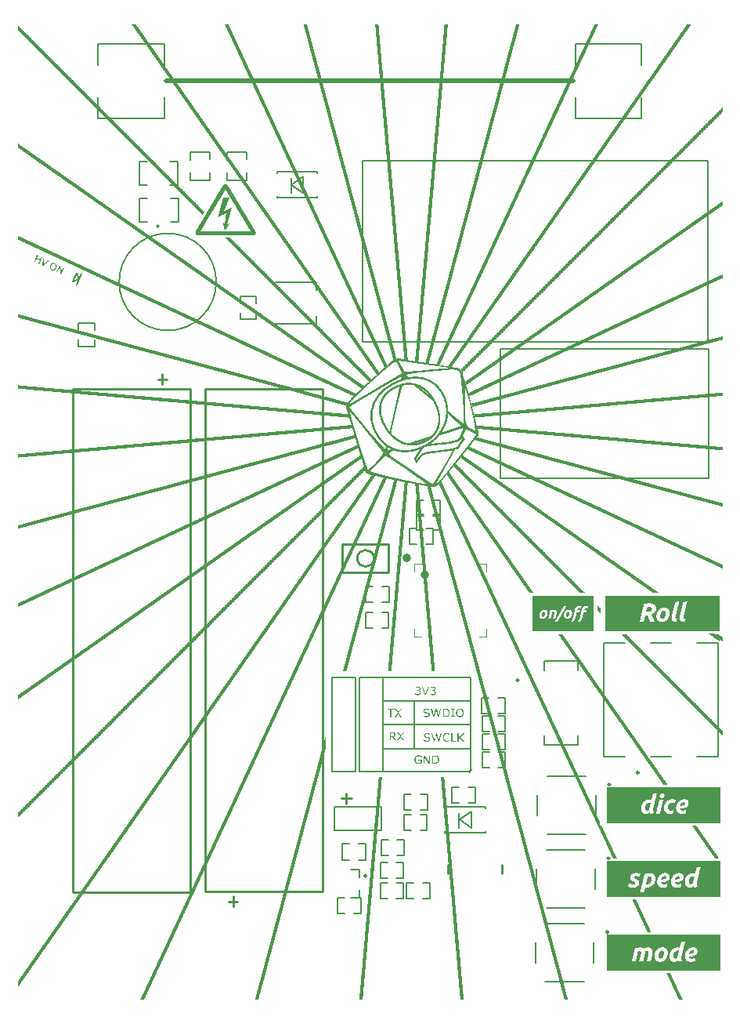
<source format=gto>
G04*
G04 #@! TF.GenerationSoftware,Altium Limited,Altium Designer,21.0.9 (235)*
G04*
G04 Layer_Color=65535*
%FSLAX44Y44*%
%MOMM*%
G71*
G04*
G04 #@! TF.SameCoordinates,6F3E63EC-60D3-48B1-A7CC-AFFCCD692F60*
G04*
G04*
G04 #@! TF.FilePolarity,Positive*
G04*
G01*
G75*
%ADD10C,0.2500*%
%ADD11C,0.5000*%
%ADD12C,0.1270*%
%ADD13C,0.2000*%
%ADD14C,0.2540*%
%ADD15C,0.1000*%
%ADD16C,0.1524*%
G36*
X237877Y1224241D02*
X238005D01*
Y1224113D01*
X238132D01*
Y1223986D01*
X238259D01*
Y1223858D01*
X238387D01*
Y1223731D01*
X238514D01*
Y1223604D01*
X238641D01*
Y1223476D01*
X238769D01*
Y1223349D01*
X238896D01*
Y1223222D01*
X239024D01*
Y1223094D01*
X239151D01*
Y1222967D01*
X239278D01*
Y1222840D01*
X239406D01*
Y1222712D01*
X239533D01*
Y1222585D01*
X239660D01*
Y1222458D01*
X239788D01*
Y1222330D01*
X239915D01*
Y1222203D01*
X240042D01*
Y1222076D01*
X240170D01*
Y1221948D01*
X240297D01*
Y1221821D01*
X240424D01*
Y1221693D01*
X240552D01*
Y1221566D01*
X240679D01*
Y1221439D01*
X240807D01*
Y1221311D01*
X240934D01*
Y1221184D01*
X241061D01*
Y1221057D01*
X241189D01*
Y1220929D01*
X241316D01*
Y1220802D01*
X241443D01*
Y1220675D01*
X241571D01*
Y1220547D01*
X241698D01*
Y1220420D01*
X241826D01*
Y1220293D01*
X241953D01*
Y1220165D01*
X242080D01*
Y1220038D01*
X242208D01*
Y1219910D01*
X242335D01*
Y1219783D01*
X242462D01*
Y1219656D01*
X242590D01*
Y1219528D01*
X242717D01*
Y1219401D01*
X242844D01*
Y1219274D01*
X242972D01*
Y1219146D01*
X243099D01*
Y1219019D01*
X243226D01*
Y1218892D01*
X243354D01*
Y1218764D01*
X243481D01*
Y1218637D01*
X243608D01*
Y1218509D01*
X243736D01*
Y1218382D01*
X243863D01*
Y1218255D01*
X243991D01*
Y1218127D01*
X244118D01*
Y1218000D01*
X244245D01*
Y1217873D01*
X244373D01*
Y1217745D01*
X244500D01*
Y1217618D01*
X244627D01*
Y1217491D01*
X244755D01*
Y1217363D01*
X244882D01*
Y1217236D01*
X245009D01*
Y1217109D01*
X245137D01*
Y1216981D01*
X245264D01*
Y1216854D01*
X245392D01*
Y1216726D01*
X245519D01*
Y1216599D01*
X245646D01*
Y1216472D01*
X245774D01*
Y1216344D01*
X245901D01*
Y1216217D01*
X246028D01*
Y1216090D01*
X246156D01*
Y1215962D01*
X246283D01*
Y1215835D01*
X246410D01*
Y1215708D01*
X246538D01*
Y1215580D01*
X246665D01*
Y1215453D01*
X246792D01*
Y1215325D01*
X246920D01*
Y1215198D01*
X247047D01*
Y1215071D01*
X247174D01*
Y1214943D01*
X247302D01*
Y1214816D01*
X247429D01*
Y1214689D01*
X247557D01*
Y1214561D01*
X247684D01*
Y1214434D01*
X247811D01*
Y1214307D01*
X247939D01*
Y1214179D01*
X248066D01*
Y1214052D01*
X248193D01*
Y1213924D01*
X248321D01*
Y1213797D01*
X248448D01*
Y1213670D01*
X248575D01*
Y1213542D01*
X248703D01*
Y1213415D01*
X248830D01*
Y1213288D01*
X248958D01*
Y1213160D01*
X249085D01*
Y1213033D01*
X249212D01*
Y1212906D01*
X249340D01*
Y1212778D01*
X249467D01*
Y1212651D01*
X249594D01*
Y1212524D01*
X249722D01*
Y1212396D01*
X249849D01*
Y1212269D01*
X249976D01*
Y1212141D01*
X250104D01*
Y1212014D01*
X250231D01*
Y1211887D01*
X250359D01*
Y1211759D01*
X250486D01*
Y1211632D01*
X250613D01*
Y1211505D01*
X250741D01*
Y1211377D01*
X250868D01*
Y1211250D01*
X250995D01*
Y1211123D01*
X251123D01*
Y1210995D01*
X251250D01*
Y1210868D01*
X251377D01*
Y1210741D01*
X251505D01*
Y1210613D01*
X251632D01*
Y1210486D01*
X251759D01*
Y1210359D01*
X251887D01*
Y1210231D01*
X252014D01*
Y1210104D01*
X252141D01*
Y1209976D01*
X252269D01*
Y1209849D01*
X252396D01*
Y1209722D01*
X252524D01*
Y1209594D01*
X252651D01*
Y1209467D01*
X252778D01*
Y1209340D01*
X252906D01*
Y1209212D01*
X253033D01*
Y1209085D01*
X253160D01*
Y1208958D01*
X253288D01*
Y1208830D01*
X253415D01*
Y1208703D01*
X253542D01*
Y1208576D01*
X253670D01*
Y1208448D01*
X253797D01*
Y1208321D01*
X253925D01*
Y1208193D01*
X254052D01*
Y1208066D01*
X254179D01*
Y1207939D01*
X254307D01*
Y1207811D01*
X254434D01*
Y1207684D01*
X254561D01*
Y1207557D01*
X254689D01*
Y1207429D01*
X254816D01*
Y1207302D01*
X254943D01*
Y1207175D01*
X255071D01*
Y1207047D01*
X255198D01*
Y1206920D01*
X255326D01*
Y1206793D01*
X255453D01*
Y1206665D01*
X255580D01*
Y1206538D01*
X255707D01*
Y1206410D01*
X255835D01*
Y1206283D01*
X255962D01*
Y1206156D01*
X256090D01*
Y1206028D01*
X256217D01*
Y1205901D01*
X256344D01*
Y1205774D01*
X256472D01*
Y1205646D01*
X256599D01*
Y1205519D01*
X256726D01*
Y1205391D01*
X256854D01*
Y1205264D01*
X256981D01*
Y1205137D01*
X257108D01*
Y1205009D01*
X257236D01*
Y1204882D01*
X257363D01*
Y1204755D01*
X257491D01*
Y1204627D01*
X257618D01*
Y1204500D01*
X257745D01*
Y1204373D01*
X257873D01*
Y1204245D01*
X258000D01*
Y1204118D01*
X258127D01*
Y1203991D01*
X258255D01*
Y1203863D01*
X258382D01*
Y1203736D01*
X258509D01*
Y1203608D01*
X258637D01*
Y1203481D01*
X258764D01*
Y1203354D01*
X258892D01*
Y1203226D01*
X259019D01*
Y1203099D01*
X259146D01*
Y1202972D01*
X259274D01*
Y1202844D01*
X259401D01*
Y1202717D01*
X259528D01*
Y1202590D01*
X259656D01*
Y1202462D01*
X259783D01*
Y1202335D01*
X259910D01*
Y1202208D01*
X260038D01*
Y1202080D01*
X260165D01*
Y1201953D01*
X260292D01*
Y1201825D01*
X260420D01*
Y1201698D01*
X260547D01*
Y1201571D01*
X260674D01*
Y1201443D01*
X260802D01*
Y1201316D01*
X260929D01*
Y1201189D01*
X261057D01*
Y1201061D01*
X261184D01*
Y1200934D01*
X261311D01*
Y1200807D01*
X261439D01*
Y1200679D01*
X261566D01*
Y1200552D01*
X261693D01*
Y1200424D01*
X261821D01*
Y1200297D01*
X261948D01*
Y1200170D01*
X262076D01*
Y1200042D01*
X262203D01*
Y1199915D01*
X262330D01*
Y1199788D01*
X262458D01*
Y1199660D01*
X262585D01*
Y1199533D01*
X262712D01*
Y1199406D01*
X262840D01*
Y1199278D01*
X262967D01*
Y1199151D01*
X263094D01*
Y1199024D01*
X263222D01*
Y1198896D01*
X263349D01*
Y1198769D01*
X263476D01*
Y1198642D01*
X263604D01*
Y1198514D01*
X263731D01*
Y1198387D01*
X263859D01*
Y1198259D01*
X263986D01*
Y1198132D01*
X264113D01*
Y1198005D01*
X264241D01*
Y1197877D01*
X264368D01*
Y1197750D01*
X264495D01*
Y1197623D01*
X264623D01*
Y1197495D01*
X264750D01*
Y1197368D01*
X264877D01*
Y1197241D01*
X265005D01*
Y1197113D01*
X265132D01*
Y1196986D01*
X265259D01*
Y1196859D01*
X265387D01*
Y1196731D01*
X265514D01*
Y1196604D01*
X265641D01*
Y1196476D01*
X265769D01*
Y1196349D01*
X265896D01*
Y1196222D01*
X266024D01*
Y1196094D01*
X266151D01*
Y1195967D01*
X266278D01*
Y1195840D01*
X266406D01*
Y1195712D01*
X266533D01*
Y1195585D01*
X266660D01*
Y1195458D01*
X266788D01*
Y1195330D01*
X266915D01*
Y1195203D01*
X267042D01*
Y1195076D01*
X267170D01*
Y1194948D01*
X267297D01*
Y1194821D01*
X267425D01*
Y1194693D01*
X267552D01*
Y1194566D01*
X267679D01*
Y1194439D01*
X267807D01*
Y1194311D01*
X267934D01*
Y1194184D01*
X268061D01*
Y1194057D01*
X268189D01*
Y1193929D01*
X268316D01*
Y1193802D01*
X268443D01*
Y1193674D01*
X268571D01*
Y1193547D01*
X268698D01*
Y1193420D01*
X268825D01*
Y1193292D01*
X268953D01*
Y1193165D01*
X269080D01*
Y1193038D01*
X269207D01*
Y1192910D01*
X269335D01*
Y1192783D01*
X269462D01*
Y1192656D01*
X269590D01*
Y1192528D01*
X269717D01*
Y1192401D01*
X269844D01*
Y1192274D01*
X269972D01*
Y1192146D01*
X270099D01*
Y1192019D01*
X270226D01*
Y1191891D01*
X270354D01*
Y1191764D01*
X270481D01*
Y1191637D01*
X270609D01*
Y1191509D01*
X270736D01*
Y1191382D01*
X270863D01*
Y1191255D01*
X270991D01*
Y1191127D01*
X271118D01*
Y1191000D01*
X271245D01*
Y1190873D01*
X271373D01*
Y1190745D01*
X271500D01*
Y1190618D01*
X271627D01*
Y1190491D01*
X271755D01*
Y1190363D01*
X271882D01*
Y1190236D01*
X272009D01*
Y1190108D01*
X272137D01*
Y1189981D01*
X272264D01*
Y1189854D01*
X272391D01*
Y1189726D01*
X272519D01*
Y1189599D01*
X272646D01*
Y1189472D01*
X272774D01*
Y1189344D01*
X272901D01*
Y1189217D01*
X273028D01*
Y1189090D01*
X273156D01*
Y1188962D01*
X273283D01*
Y1188835D01*
X273410D01*
Y1188708D01*
X273538D01*
Y1188580D01*
X273665D01*
Y1188453D01*
X273792D01*
Y1188326D01*
X273920D01*
Y1188198D01*
X274047D01*
Y1188071D01*
X274174D01*
Y1187943D01*
X274302D01*
Y1187816D01*
X274429D01*
Y1187689D01*
X274557D01*
Y1187561D01*
X274684D01*
Y1187434D01*
X274811D01*
Y1187307D01*
X274939D01*
Y1187179D01*
X275066D01*
Y1187052D01*
X275193D01*
Y1186925D01*
X275321D01*
Y1186797D01*
X275448D01*
Y1186670D01*
X275576D01*
Y1186543D01*
X275703D01*
Y1186415D01*
X275830D01*
Y1186288D01*
X275958D01*
Y1186160D01*
X276085D01*
Y1186033D01*
X276212D01*
Y1185906D01*
X276340D01*
Y1185778D01*
X276467D01*
Y1185651D01*
X276594D01*
Y1185524D01*
X276722D01*
Y1185396D01*
X276849D01*
Y1185269D01*
X276976D01*
Y1185142D01*
X277104D01*
Y1185014D01*
X277231D01*
Y1184887D01*
X277358D01*
Y1184759D01*
X277486D01*
Y1184632D01*
X277613D01*
Y1184505D01*
X277741D01*
Y1184377D01*
X277868D01*
Y1184250D01*
X277995D01*
Y1184123D01*
X278123D01*
Y1183995D01*
X278250D01*
Y1183868D01*
X278377D01*
Y1183741D01*
X278505D01*
Y1183613D01*
X278632D01*
Y1183486D01*
X278759D01*
Y1183359D01*
X278887D01*
Y1183231D01*
X279014D01*
Y1183104D01*
X279142D01*
Y1182976D01*
X279269D01*
Y1182849D01*
X279396D01*
Y1182722D01*
X279524D01*
Y1182594D01*
X279651D01*
Y1182467D01*
X279778D01*
Y1182340D01*
X279906D01*
Y1182212D01*
X280033D01*
Y1182085D01*
X280160D01*
Y1181958D01*
X280288D01*
Y1181830D01*
X280415D01*
Y1181703D01*
X280542D01*
Y1181575D01*
X280670D01*
Y1181448D01*
X280797D01*
Y1181321D01*
X280924D01*
Y1181193D01*
X281052D01*
Y1181066D01*
X281179D01*
Y1180939D01*
X281307D01*
Y1180811D01*
X281434D01*
Y1180684D01*
X281561D01*
Y1180557D01*
X281689D01*
Y1180429D01*
X281816D01*
Y1180302D01*
X281943D01*
Y1180174D01*
X282071D01*
Y1180047D01*
X282198D01*
Y1179920D01*
X282325D01*
Y1179792D01*
X282453D01*
Y1179665D01*
X282580D01*
Y1179538D01*
X282708D01*
Y1179410D01*
X282835D01*
Y1179283D01*
X282962D01*
Y1179156D01*
X283090D01*
Y1179028D01*
X283217D01*
Y1178901D01*
X283344D01*
Y1178774D01*
X283472D01*
Y1178646D01*
X283599D01*
Y1178519D01*
X283726D01*
Y1178391D01*
X283854D01*
Y1178264D01*
X283981D01*
Y1178137D01*
X284109D01*
Y1178009D01*
X284236D01*
Y1177882D01*
X284363D01*
Y1177755D01*
X284491D01*
Y1177627D01*
X284618D01*
Y1177500D01*
X284745D01*
Y1177373D01*
X284873D01*
Y1177245D01*
X285000D01*
Y1177118D01*
X285127D01*
Y1176991D01*
X285255D01*
Y1176863D01*
X285382D01*
Y1176736D01*
X285509D01*
Y1176609D01*
X285637D01*
Y1176481D01*
X285764D01*
Y1176354D01*
X285891D01*
Y1176226D01*
X286019D01*
Y1176099D01*
X286146D01*
Y1175972D01*
X286274D01*
Y1175844D01*
X286401D01*
Y1175717D01*
X286528D01*
Y1175590D01*
X286656D01*
Y1175462D01*
X286783D01*
Y1175335D01*
X286910D01*
Y1175208D01*
X287038D01*
Y1175080D01*
X287165D01*
Y1174953D01*
X287292D01*
Y1174826D01*
X287420D01*
Y1174698D01*
X287547D01*
Y1174571D01*
X287675D01*
Y1174443D01*
X287802D01*
Y1174316D01*
X287929D01*
Y1174189D01*
X288057D01*
Y1174061D01*
X288184D01*
Y1173934D01*
X288311D01*
Y1173807D01*
X288439D01*
Y1173679D01*
X288566D01*
Y1173552D01*
X288693D01*
Y1173425D01*
X288821D01*
Y1173297D01*
X288948D01*
Y1173170D01*
X289076D01*
Y1173043D01*
X289203D01*
Y1172915D01*
X289330D01*
Y1172788D01*
X289457D01*
Y1172660D01*
X289585D01*
Y1172533D01*
X289712D01*
Y1172406D01*
X289840D01*
Y1172278D01*
X289967D01*
Y1172151D01*
X290094D01*
Y1172024D01*
X290222D01*
Y1171896D01*
X290349D01*
Y1171769D01*
X290476D01*
Y1171641D01*
X290604D01*
Y1171514D01*
X290731D01*
Y1171387D01*
X290858D01*
Y1171259D01*
X290986D01*
Y1171132D01*
X291113D01*
Y1171005D01*
X291241D01*
Y1170877D01*
X291368D01*
Y1170750D01*
X291495D01*
Y1170623D01*
X291623D01*
Y1170495D01*
X291750D01*
Y1170368D01*
X291877D01*
Y1170241D01*
X292005D01*
Y1170113D01*
X292132D01*
Y1169986D01*
X292259D01*
Y1169858D01*
X292387D01*
Y1169731D01*
X292514D01*
Y1169604D01*
X292642D01*
Y1169476D01*
X292769D01*
Y1169349D01*
X292896D01*
Y1169222D01*
X293024D01*
Y1169094D01*
X293151D01*
Y1168967D01*
X293278D01*
Y1168840D01*
X293406D01*
Y1168712D01*
X293533D01*
Y1168585D01*
X293660D01*
Y1168458D01*
X293788D01*
Y1168330D01*
X293915D01*
Y1168203D01*
X294042D01*
Y1168075D01*
X294170D01*
Y1167948D01*
X294297D01*
Y1167821D01*
X294424D01*
Y1167693D01*
X294552D01*
Y1167566D01*
X294679D01*
Y1167439D01*
X294807D01*
Y1167311D01*
X294934D01*
Y1167184D01*
X295061D01*
Y1167057D01*
X295189D01*
Y1166929D01*
X295316D01*
Y1166802D01*
X295443D01*
Y1166674D01*
X295571D01*
Y1166547D01*
X295698D01*
Y1166420D01*
X295826D01*
Y1166292D01*
X295953D01*
Y1166165D01*
X296080D01*
Y1166038D01*
X296208D01*
Y1165910D01*
X296335D01*
Y1165783D01*
X296462D01*
Y1165656D01*
X296590D01*
Y1165528D01*
X296717D01*
Y1165401D01*
X296844D01*
Y1165274D01*
X296972D01*
Y1165146D01*
X297099D01*
Y1165019D01*
X297226D01*
Y1164892D01*
X297354D01*
Y1164764D01*
X297481D01*
Y1164637D01*
X297609D01*
Y1164509D01*
X297736D01*
Y1164382D01*
X297863D01*
Y1164255D01*
X297991D01*
Y1164127D01*
X298118D01*
Y1164000D01*
X298245D01*
Y1163873D01*
X298373D01*
Y1163745D01*
X298500D01*
Y1163618D01*
X298627D01*
Y1163491D01*
X298755D01*
Y1163363D01*
X298882D01*
Y1163236D01*
X299009D01*
Y1163109D01*
X299137D01*
Y1162981D01*
X299264D01*
Y1162854D01*
X299391D01*
Y1162726D01*
X299519D01*
Y1162599D01*
X299646D01*
Y1162472D01*
X299774D01*
Y1162344D01*
X299901D01*
Y1162217D01*
X300028D01*
Y1162090D01*
X300156D01*
Y1161962D01*
X300283D01*
Y1161835D01*
X300410D01*
Y1161708D01*
X300538D01*
Y1161580D01*
X300665D01*
Y1161453D01*
X300792D01*
Y1161326D01*
X300920D01*
Y1161198D01*
X301047D01*
Y1161071D01*
X301175D01*
Y1160943D01*
X301302D01*
Y1160816D01*
X301429D01*
Y1160689D01*
X301557D01*
Y1160561D01*
X301684D01*
Y1160434D01*
X301811D01*
Y1160307D01*
X301939D01*
Y1160179D01*
X302066D01*
Y1160052D01*
X302193D01*
Y1159924D01*
X302321D01*
Y1159797D01*
X302448D01*
Y1159670D01*
X302575D01*
Y1159542D01*
X302703D01*
Y1159415D01*
X302830D01*
Y1159288D01*
X302957D01*
Y1159160D01*
X303085D01*
Y1159033D01*
X303212D01*
Y1158906D01*
X303340D01*
Y1158778D01*
X303467D01*
Y1158651D01*
X303594D01*
Y1158524D01*
X303722D01*
Y1158396D01*
X303849D01*
Y1158269D01*
X303976D01*
Y1158141D01*
X304104D01*
Y1158014D01*
X304231D01*
Y1157887D01*
X304359D01*
Y1157759D01*
X304486D01*
Y1157632D01*
X304613D01*
Y1157505D01*
X304741D01*
Y1157377D01*
X304868D01*
Y1157250D01*
X304995D01*
Y1157123D01*
X305123D01*
Y1156995D01*
X305250D01*
Y1156868D01*
X305377D01*
Y1156741D01*
X305505D01*
Y1156613D01*
X305632D01*
Y1156486D01*
X305759D01*
Y1156358D01*
X305887D01*
Y1156231D01*
X306014D01*
Y1156104D01*
X306141D01*
Y1155976D01*
X306269D01*
Y1155849D01*
X306396D01*
Y1155722D01*
X306524D01*
Y1155594D01*
X306651D01*
Y1155467D01*
X306778D01*
Y1155340D01*
X306906D01*
Y1155212D01*
X307033D01*
Y1155085D01*
X307160D01*
Y1154958D01*
X307288D01*
Y1154830D01*
X307415D01*
Y1154703D01*
X307542D01*
Y1154576D01*
X307670D01*
Y1154448D01*
X307797D01*
Y1154321D01*
X307924D01*
Y1154193D01*
X308052D01*
Y1154066D01*
X308179D01*
Y1153939D01*
X308307D01*
Y1153811D01*
X308434D01*
Y1153684D01*
X308561D01*
Y1153557D01*
X308689D01*
Y1153429D01*
X308816D01*
Y1153302D01*
X308943D01*
Y1153175D01*
X309071D01*
Y1153047D01*
X309198D01*
Y1152920D01*
X309326D01*
Y1152793D01*
X309453D01*
Y1152665D01*
X309580D01*
Y1152538D01*
X309708D01*
Y1152410D01*
X309835D01*
Y1152283D01*
X309962D01*
Y1152156D01*
X310090D01*
Y1152028D01*
X310217D01*
Y1151901D01*
X310344D01*
Y1151774D01*
X310472D01*
Y1151646D01*
X310599D01*
Y1151519D01*
X310726D01*
Y1151392D01*
X310854D01*
Y1151264D01*
X310981D01*
Y1151137D01*
X311108D01*
Y1151009D01*
X311236D01*
Y1150882D01*
X311363D01*
Y1150755D01*
X311491D01*
Y1150627D01*
X311618D01*
Y1150500D01*
X311745D01*
Y1150373D01*
X311873D01*
Y1150245D01*
X312000D01*
Y1150118D01*
X312127D01*
Y1149991D01*
X312255D01*
Y1149863D01*
X312382D01*
Y1149736D01*
X312509D01*
Y1149609D01*
X312637D01*
Y1149481D01*
X312764D01*
Y1149354D01*
X312892D01*
Y1149226D01*
X313019D01*
Y1149099D01*
X313146D01*
Y1148972D01*
X313274D01*
Y1148844D01*
X313401D01*
Y1148717D01*
X313528D01*
Y1148590D01*
X313656D01*
Y1148462D01*
X313783D01*
Y1148335D01*
X313910D01*
Y1148208D01*
X314038D01*
Y1148080D01*
X314165D01*
Y1147953D01*
X314292D01*
Y1147825D01*
X314420D01*
Y1147698D01*
X314547D01*
Y1147571D01*
X314674D01*
Y1147443D01*
X314802D01*
Y1147316D01*
X314929D01*
Y1147189D01*
X315057D01*
Y1147061D01*
X315184D01*
Y1146934D01*
X315311D01*
Y1146807D01*
X315439D01*
Y1146679D01*
X315566D01*
Y1146552D01*
X315693D01*
Y1146424D01*
X315821D01*
Y1146297D01*
X315948D01*
Y1146170D01*
X316075D01*
Y1146042D01*
X316203D01*
Y1145915D01*
X316330D01*
Y1145788D01*
X316458D01*
Y1145660D01*
X316585D01*
Y1145533D01*
X316712D01*
Y1145406D01*
X316840D01*
Y1145278D01*
X316967D01*
Y1145151D01*
X317094D01*
Y1145024D01*
X317222D01*
Y1144896D01*
X317349D01*
Y1144769D01*
X317476D01*
Y1144641D01*
X317604D01*
Y1144514D01*
X317731D01*
Y1144387D01*
X317859D01*
Y1144259D01*
X317986D01*
Y1144132D01*
X318113D01*
Y1144005D01*
X318241D01*
Y1143877D01*
X318368D01*
Y1143750D01*
X318495D01*
Y1143623D01*
X318623D01*
Y1143495D01*
X318750D01*
Y1143368D01*
X318877D01*
Y1143241D01*
X319005D01*
Y1143113D01*
X319132D01*
Y1142986D01*
X319259D01*
Y1142859D01*
X319387D01*
Y1142731D01*
X319514D01*
Y1142604D01*
X319641D01*
Y1142476D01*
X319769D01*
Y1142349D01*
X319896D01*
Y1142222D01*
X320024D01*
Y1142094D01*
X320151D01*
Y1141967D01*
X320278D01*
Y1141840D01*
X320406D01*
Y1141712D01*
X320533D01*
Y1141585D01*
X320660D01*
Y1141458D01*
X320788D01*
Y1141330D01*
X320915D01*
Y1141203D01*
X321042D01*
Y1141076D01*
X321170D01*
Y1140948D01*
X321297D01*
Y1140821D01*
X321424D01*
Y1140693D01*
X321552D01*
Y1140566D01*
X321679D01*
Y1140439D01*
X321807D01*
Y1140311D01*
X321934D01*
Y1140184D01*
X322061D01*
Y1140057D01*
X322189D01*
Y1139929D01*
X322316D01*
Y1139802D01*
X322443D01*
Y1139675D01*
X322571D01*
Y1139547D01*
X322698D01*
Y1139420D01*
X322826D01*
Y1139293D01*
X322953D01*
Y1139165D01*
X323080D01*
Y1139038D01*
X323208D01*
Y1138910D01*
X323335D01*
Y1138783D01*
X323462D01*
Y1138656D01*
X323590D01*
Y1138528D01*
X323717D01*
Y1138401D01*
X323844D01*
Y1138274D01*
X323972D01*
Y1138146D01*
X324099D01*
Y1138019D01*
X324226D01*
Y1137891D01*
X324354D01*
Y1137764D01*
X324481D01*
Y1137637D01*
X324608D01*
Y1137509D01*
X324736D01*
Y1137382D01*
X324863D01*
Y1137255D01*
X324991D01*
Y1137127D01*
X325118D01*
Y1137000D01*
X325245D01*
Y1136873D01*
X325373D01*
Y1136745D01*
X325500D01*
Y1136618D01*
X325627D01*
Y1136491D01*
X325755D01*
Y1136363D01*
X325882D01*
Y1136236D01*
X326009D01*
Y1136108D01*
X326137D01*
Y1135981D01*
X326264D01*
Y1135854D01*
X326391D01*
Y1135726D01*
X326519D01*
Y1135599D01*
X326646D01*
Y1135472D01*
X326774D01*
Y1135344D01*
X326901D01*
Y1135217D01*
X327028D01*
Y1135090D01*
X327156D01*
Y1134962D01*
X327283D01*
Y1134835D01*
X327410D01*
Y1134708D01*
X327538D01*
Y1134580D01*
X327665D01*
Y1134453D01*
X327792D01*
Y1134325D01*
X327920D01*
Y1134198D01*
X328047D01*
Y1134071D01*
X328175D01*
Y1133943D01*
X328302D01*
Y1133816D01*
X328429D01*
Y1133689D01*
X328557D01*
Y1133561D01*
X328684D01*
Y1133434D01*
X328811D01*
Y1133307D01*
X328939D01*
Y1133179D01*
X329066D01*
Y1133052D01*
X329193D01*
Y1132924D01*
X329321D01*
Y1132797D01*
X329448D01*
Y1132670D01*
X329576D01*
Y1132542D01*
X329703D01*
Y1132415D01*
X329830D01*
Y1132288D01*
X329958D01*
Y1132160D01*
X330085D01*
Y1132033D01*
X330212D01*
Y1131906D01*
X330340D01*
Y1131778D01*
X330467D01*
Y1131651D01*
X330594D01*
Y1131524D01*
X330722D01*
Y1131396D01*
X330849D01*
Y1131269D01*
X330976D01*
Y1131142D01*
X331104D01*
Y1131014D01*
X331231D01*
Y1130887D01*
X331358D01*
Y1130759D01*
X331486D01*
Y1130632D01*
X331613D01*
Y1130505D01*
X331741D01*
Y1130377D01*
X331868D01*
Y1130250D01*
X331995D01*
Y1130123D01*
X332123D01*
Y1129995D01*
X332250D01*
Y1129868D01*
X332377D01*
Y1129741D01*
X332505D01*
Y1129613D01*
X332632D01*
Y1129486D01*
X332759D01*
Y1129359D01*
X332887D01*
Y1129231D01*
X333014D01*
Y1129104D01*
X333142D01*
Y1128976D01*
X333269D01*
Y1128849D01*
X333396D01*
Y1128722D01*
X333524D01*
Y1128594D01*
X333651D01*
Y1128467D01*
X333778D01*
Y1128340D01*
X333906D01*
Y1128212D01*
X334033D01*
Y1128085D01*
X334160D01*
Y1127958D01*
X334288D01*
Y1127830D01*
X334415D01*
Y1127703D01*
X334542D01*
Y1127576D01*
X334670D01*
Y1127448D01*
X334797D01*
Y1127321D01*
X334925D01*
Y1127193D01*
X335052D01*
Y1127066D01*
X335179D01*
Y1126939D01*
X335307D01*
Y1126811D01*
X335434D01*
Y1126684D01*
X335561D01*
Y1126557D01*
X335689D01*
Y1126429D01*
X335816D01*
Y1126302D01*
X335943D01*
Y1126174D01*
X336071D01*
Y1126047D01*
X336198D01*
Y1125920D01*
X336325D01*
Y1125792D01*
X336453D01*
Y1125665D01*
X336580D01*
Y1125538D01*
X336707D01*
Y1125410D01*
X336835D01*
Y1125283D01*
X336962D01*
Y1125156D01*
X337090D01*
Y1125028D01*
X337217D01*
Y1124901D01*
X337344D01*
Y1124774D01*
X337472D01*
Y1124646D01*
X337599D01*
Y1124519D01*
X337726D01*
Y1124391D01*
X337854D01*
Y1124264D01*
X337981D01*
Y1124137D01*
X338108D01*
Y1124009D01*
X338236D01*
Y1123882D01*
X338363D01*
Y1123755D01*
X338491D01*
Y1123627D01*
X338618D01*
Y1123500D01*
X338745D01*
Y1123373D01*
X338873D01*
Y1123245D01*
X339000D01*
Y1123118D01*
X339127D01*
Y1122991D01*
X339255D01*
Y1122863D01*
X339382D01*
Y1122736D01*
X339509D01*
Y1122608D01*
X339637D01*
Y1122481D01*
X339764D01*
Y1122354D01*
X339892D01*
Y1122226D01*
X340019D01*
Y1122099D01*
X340146D01*
Y1121972D01*
X340274D01*
Y1121844D01*
X340401D01*
Y1121717D01*
X340528D01*
Y1121590D01*
X340656D01*
Y1121462D01*
X340783D01*
Y1121335D01*
X340910D01*
Y1121208D01*
X341038D01*
Y1121080D01*
X341165D01*
Y1120953D01*
X341292D01*
Y1120826D01*
X341420D01*
Y1120698D01*
X341547D01*
Y1120571D01*
X341674D01*
Y1120443D01*
X341802D01*
Y1120316D01*
X341929D01*
Y1120189D01*
X342057D01*
Y1120061D01*
X342184D01*
Y1119934D01*
X342311D01*
Y1119807D01*
X342439D01*
Y1119679D01*
X342566D01*
Y1119552D01*
X342693D01*
Y1119425D01*
X342821D01*
Y1119297D01*
X342948D01*
Y1119170D01*
X343075D01*
Y1119043D01*
X343203D01*
Y1118915D01*
X343330D01*
Y1118788D01*
X343457D01*
Y1118660D01*
X343585D01*
Y1118533D01*
X343712D01*
Y1118406D01*
X343840D01*
Y1118278D01*
X343967D01*
Y1118151D01*
X344094D01*
Y1118024D01*
X344222D01*
Y1117896D01*
X344349D01*
Y1117769D01*
X344476D01*
Y1117642D01*
X344604D01*
Y1117514D01*
X344731D01*
Y1117387D01*
X344859D01*
Y1117259D01*
X344986D01*
Y1117132D01*
X345113D01*
Y1117005D01*
X345241D01*
Y1116877D01*
X345368D01*
Y1116750D01*
X345495D01*
Y1116623D01*
X345623D01*
Y1116495D01*
X345750D01*
Y1116368D01*
X345877D01*
Y1116241D01*
X346005D01*
Y1116113D01*
X346132D01*
Y1115986D01*
X346259D01*
Y1115859D01*
X346387D01*
Y1115731D01*
X346514D01*
Y1115604D01*
X346642D01*
Y1115476D01*
X346769D01*
Y1115349D01*
X346896D01*
Y1115222D01*
X347024D01*
Y1115094D01*
X347151D01*
Y1114967D01*
X347278D01*
Y1114840D01*
X347406D01*
Y1114712D01*
X347533D01*
Y1114585D01*
X347660D01*
Y1114457D01*
X347788D01*
Y1114330D01*
X347915D01*
Y1114203D01*
X348042D01*
Y1114075D01*
X348170D01*
Y1113948D01*
X348297D01*
Y1113821D01*
X348424D01*
Y1113693D01*
X348552D01*
Y1113566D01*
X348679D01*
Y1113439D01*
X348807D01*
Y1113311D01*
X348934D01*
Y1113184D01*
X349061D01*
Y1113057D01*
X349189D01*
Y1112929D01*
X349316D01*
Y1112802D01*
X349443D01*
Y1112674D01*
X349571D01*
Y1112547D01*
X349698D01*
Y1112420D01*
X349826D01*
Y1112292D01*
X349953D01*
Y1112165D01*
X350080D01*
Y1112038D01*
X350207D01*
Y1111910D01*
X350335D01*
Y1111783D01*
X350462D01*
Y1111656D01*
X350590D01*
Y1111528D01*
X350717D01*
Y1111401D01*
X350844D01*
Y1111274D01*
X350972D01*
Y1111146D01*
X351099D01*
Y1111019D01*
X351226D01*
Y1110891D01*
X351354D01*
Y1110764D01*
X351481D01*
Y1110637D01*
X351609D01*
Y1110509D01*
X351736D01*
Y1110382D01*
X351863D01*
Y1110255D01*
X351991D01*
Y1110127D01*
X352118D01*
Y1110000D01*
X352245D01*
Y1109873D01*
X352373D01*
Y1109745D01*
X352500D01*
Y1109618D01*
X352627D01*
Y1109491D01*
X352755D01*
Y1109363D01*
X352882D01*
Y1109236D01*
X353009D01*
Y1109109D01*
X353137D01*
Y1108981D01*
X353264D01*
Y1108854D01*
X353391D01*
Y1108726D01*
X353519D01*
Y1108599D01*
X353646D01*
Y1108472D01*
X353774D01*
Y1108344D01*
X353901D01*
Y1108217D01*
X354028D01*
Y1108090D01*
X354156D01*
Y1107962D01*
X354283D01*
Y1107835D01*
X354410D01*
Y1107708D01*
X354538D01*
Y1107580D01*
X354665D01*
Y1107453D01*
X354793D01*
Y1107326D01*
X354920D01*
Y1107198D01*
X355047D01*
Y1107071D01*
X355174D01*
Y1106943D01*
X355302D01*
Y1106816D01*
X355429D01*
Y1106689D01*
X355557D01*
Y1106561D01*
X355684D01*
Y1106434D01*
X355811D01*
Y1106307D01*
X355939D01*
Y1106179D01*
X356066D01*
Y1106052D01*
X356193D01*
Y1105925D01*
X356321D01*
Y1105797D01*
X356448D01*
Y1105670D01*
X356576D01*
Y1105542D01*
X356703D01*
Y1105415D01*
X356830D01*
Y1105288D01*
X356958D01*
Y1105160D01*
X357085D01*
Y1105033D01*
X357212D01*
Y1104906D01*
X357340D01*
Y1104778D01*
X357467D01*
Y1104651D01*
X357594D01*
Y1104524D01*
X357722D01*
Y1104396D01*
X357849D01*
Y1104269D01*
X357976D01*
Y1104141D01*
X358104D01*
Y1104014D01*
X358231D01*
Y1103887D01*
X358358D01*
Y1103759D01*
X358486D01*
Y1103632D01*
X358613D01*
Y1103505D01*
X358741D01*
Y1103377D01*
X358868D01*
Y1103250D01*
X358995D01*
Y1103123D01*
X359123D01*
Y1102995D01*
X359250D01*
Y1102868D01*
X359377D01*
Y1102741D01*
X359505D01*
Y1102613D01*
X359632D01*
Y1102486D01*
X359759D01*
Y1102358D01*
X359887D01*
Y1102231D01*
X360014D01*
Y1102104D01*
X360141D01*
Y1101976D01*
X360269D01*
Y1101849D01*
X360396D01*
Y1101722D01*
X360524D01*
Y1101594D01*
X360651D01*
Y1101467D01*
X360778D01*
Y1101340D01*
X360906D01*
Y1101212D01*
X361033D01*
Y1101085D01*
X361160D01*
Y1100957D01*
X361288D01*
Y1100830D01*
X361415D01*
Y1100703D01*
X361543D01*
Y1100575D01*
X361670D01*
Y1100448D01*
X361797D01*
Y1100321D01*
X361925D01*
Y1100193D01*
X362052D01*
Y1100066D01*
X362179D01*
Y1099939D01*
X362307D01*
Y1099811D01*
X362434D01*
Y1099684D01*
X362561D01*
Y1099557D01*
X362689D01*
Y1099429D01*
X362816D01*
Y1099302D01*
X362943D01*
Y1099174D01*
X363071D01*
Y1099047D01*
X363198D01*
Y1098920D01*
X363326D01*
Y1098792D01*
X363453D01*
Y1098665D01*
X363580D01*
Y1098538D01*
X363708D01*
Y1098410D01*
X363835D01*
Y1098283D01*
X363962D01*
Y1098156D01*
X364090D01*
Y1098028D01*
X364217D01*
Y1097901D01*
X364344D01*
Y1097774D01*
X364472D01*
Y1097646D01*
X364599D01*
Y1097519D01*
X364726D01*
Y1097392D01*
X364854D01*
Y1097264D01*
X364981D01*
Y1097137D01*
X365108D01*
Y1097009D01*
X365236D01*
Y1096882D01*
X365363D01*
Y1096755D01*
X365491D01*
Y1096627D01*
X365618D01*
Y1096500D01*
X365745D01*
Y1096373D01*
X365873D01*
Y1096245D01*
X366000D01*
Y1096118D01*
X366127D01*
Y1095991D01*
X366255D01*
Y1095863D01*
X366382D01*
Y1095736D01*
X366509D01*
Y1095609D01*
X366637D01*
Y1095481D01*
X366764D01*
Y1095354D01*
X366892D01*
Y1095226D01*
X367019D01*
Y1095099D01*
X367146D01*
Y1094972D01*
X367274D01*
Y1094844D01*
X367401D01*
Y1094717D01*
X367528D01*
Y1094590D01*
X367656D01*
Y1094462D01*
X367783D01*
Y1094335D01*
X367910D01*
Y1094208D01*
X368038D01*
Y1094080D01*
X368165D01*
Y1093953D01*
X368293D01*
Y1093826D01*
X368420D01*
Y1093698D01*
X368547D01*
Y1093571D01*
X368675D01*
Y1093443D01*
X368802D01*
Y1093316D01*
X368929D01*
Y1093189D01*
X369057D01*
Y1093061D01*
X369184D01*
Y1092934D01*
X369311D01*
Y1092807D01*
X369439D01*
Y1092679D01*
X369566D01*
Y1092552D01*
X369693D01*
Y1092424D01*
X369821D01*
Y1092297D01*
X369948D01*
Y1092170D01*
X370075D01*
Y1092042D01*
X370203D01*
Y1091915D01*
X370330D01*
Y1091788D01*
X370458D01*
Y1091660D01*
X370585D01*
Y1091533D01*
X370712D01*
Y1091406D01*
X370840D01*
Y1091278D01*
X370967D01*
Y1091151D01*
X371094D01*
Y1091024D01*
X371222D01*
Y1090896D01*
X371349D01*
Y1090769D01*
X371476D01*
Y1090641D01*
X371604D01*
Y1090514D01*
X371731D01*
Y1090387D01*
X371858D01*
Y1090259D01*
X371986D01*
Y1090132D01*
X372113D01*
Y1090005D01*
X372241D01*
Y1089877D01*
X372368D01*
Y1089750D01*
X372495D01*
Y1089623D01*
X372623D01*
Y1089495D01*
X372750D01*
Y1089368D01*
X372877D01*
Y1089241D01*
X373005D01*
Y1089113D01*
X373132D01*
Y1088986D01*
X373259D01*
Y1088858D01*
X373387D01*
Y1088731D01*
X373514D01*
Y1088604D01*
X373642D01*
Y1088476D01*
X373769D01*
Y1088349D01*
X373896D01*
Y1088222D01*
X374024D01*
Y1088094D01*
X374151D01*
Y1087967D01*
X374278D01*
Y1087840D01*
X374406D01*
Y1087712D01*
X374533D01*
Y1087585D01*
X374660D01*
Y1087458D01*
X374788D01*
Y1087330D01*
X374915D01*
Y1087203D01*
X375042D01*
Y1087076D01*
X375170D01*
Y1086948D01*
X375297D01*
Y1086821D01*
X375424D01*
Y1086693D01*
X375552D01*
Y1086566D01*
X375679D01*
Y1086439D01*
X375807D01*
Y1086311D01*
X375934D01*
Y1086184D01*
X376061D01*
Y1086057D01*
X376189D01*
Y1085929D01*
X376316D01*
Y1085802D01*
X376443D01*
Y1085675D01*
X376571D01*
Y1085547D01*
X376698D01*
Y1085420D01*
X376825D01*
Y1085292D01*
X376953D01*
Y1085165D01*
X377080D01*
Y1085038D01*
X377208D01*
Y1084910D01*
X377335D01*
Y1084783D01*
X377462D01*
Y1084656D01*
X377590D01*
Y1084528D01*
X377717D01*
Y1084401D01*
X377844D01*
Y1084274D01*
X377972D01*
Y1084146D01*
X378099D01*
Y1084019D01*
X378226D01*
Y1083892D01*
X378354D01*
Y1083764D01*
X378481D01*
Y1083637D01*
X378609D01*
Y1083509D01*
X378736D01*
Y1083382D01*
X378863D01*
Y1083255D01*
X378991D01*
Y1083127D01*
X379118D01*
Y1083000D01*
X379245D01*
Y1082873D01*
X379373D01*
Y1082745D01*
X379500D01*
Y1082618D01*
X379627D01*
Y1082491D01*
X379755D01*
Y1082363D01*
X379882D01*
Y1082236D01*
X380009D01*
Y1082109D01*
X380137D01*
Y1081981D01*
X380264D01*
Y1081854D01*
X380392D01*
Y1081726D01*
X380519D01*
Y1081599D01*
X380646D01*
Y1081472D01*
X380774D01*
Y1081344D01*
X380901D01*
Y1081217D01*
X381028D01*
Y1081090D01*
X381156D01*
Y1080962D01*
X381283D01*
Y1080835D01*
X381410D01*
Y1080707D01*
X381538D01*
Y1080580D01*
X381665D01*
Y1080453D01*
X381792D01*
Y1080325D01*
X381920D01*
Y1080198D01*
X382047D01*
Y1080071D01*
X382174D01*
Y1079943D01*
X382302D01*
Y1079816D01*
X382429D01*
Y1079689D01*
X382557D01*
Y1079561D01*
X382684D01*
Y1079434D01*
X382811D01*
Y1079307D01*
X382939D01*
Y1079179D01*
X383066D01*
Y1079052D01*
X383193D01*
Y1078924D01*
X383321D01*
Y1078797D01*
X383448D01*
Y1078670D01*
X383576D01*
Y1078542D01*
X383703D01*
Y1078415D01*
X383830D01*
Y1078288D01*
X383958D01*
Y1078160D01*
X384085D01*
Y1078033D01*
X384212D01*
Y1077906D01*
X384340D01*
Y1077778D01*
X384467D01*
Y1077651D01*
X384594D01*
Y1077524D01*
X384722D01*
Y1077396D01*
X384849D01*
Y1077269D01*
X384976D01*
Y1077141D01*
X385104D01*
Y1077014D01*
X385231D01*
Y1076887D01*
X385359D01*
Y1076759D01*
X385486D01*
Y1076632D01*
X385613D01*
Y1076505D01*
X385741D01*
Y1076377D01*
X385868D01*
Y1076250D01*
X385995D01*
Y1076123D01*
X386123D01*
Y1075995D01*
X386250D01*
Y1075868D01*
X386377D01*
Y1075741D01*
X386505D01*
Y1075613D01*
X386632D01*
Y1075486D01*
X386759D01*
Y1075359D01*
X386887D01*
Y1075231D01*
X387014D01*
Y1075104D01*
X387141D01*
Y1074976D01*
X387269D01*
Y1074849D01*
X387396D01*
Y1074722D01*
X387524D01*
Y1074594D01*
X387651D01*
Y1074467D01*
X387778D01*
Y1074340D01*
X387906D01*
Y1074212D01*
X388033D01*
Y1074085D01*
X388160D01*
Y1073958D01*
X388288D01*
Y1073830D01*
X388415D01*
Y1073703D01*
X388543D01*
Y1073576D01*
X388670D01*
Y1073448D01*
X388797D01*
Y1073321D01*
X388924D01*
Y1073193D01*
X389052D01*
Y1073066D01*
X389179D01*
Y1072939D01*
X389307D01*
Y1072811D01*
X389434D01*
Y1072684D01*
X389561D01*
Y1072557D01*
X389689D01*
Y1072429D01*
X389816D01*
Y1072302D01*
X389943D01*
Y1072175D01*
X390071D01*
Y1072047D01*
X390198D01*
Y1071920D01*
X390326D01*
Y1071792D01*
X390453D01*
Y1071665D01*
X390580D01*
Y1071538D01*
X390708D01*
Y1071410D01*
X390835D01*
Y1071283D01*
X390962D01*
Y1071156D01*
X391090D01*
Y1071028D01*
X391217D01*
Y1070901D01*
X391344D01*
Y1070774D01*
X391472D01*
Y1070646D01*
X391599D01*
Y1070519D01*
X391726D01*
Y1070391D01*
X391854D01*
Y1070264D01*
X391981D01*
Y1070137D01*
X392108D01*
Y1070009D01*
X392236D01*
Y1069882D01*
X392363D01*
Y1069755D01*
X392491D01*
Y1069627D01*
X392618D01*
Y1069500D01*
X392745D01*
Y1069373D01*
X392873D01*
Y1069245D01*
X393000D01*
Y1069118D01*
X393127D01*
Y1068991D01*
X393255D01*
Y1068863D01*
X393382D01*
Y1068736D01*
X393509D01*
Y1068608D01*
X393637D01*
Y1068481D01*
X393764D01*
Y1068354D01*
X393891D01*
Y1068226D01*
X394019D01*
Y1068099D01*
X394146D01*
Y1067972D01*
X394274D01*
Y1067844D01*
X394401D01*
Y1067717D01*
X394528D01*
Y1067590D01*
X394656D01*
Y1067462D01*
X394783D01*
Y1067335D01*
X394910D01*
Y1067207D01*
X395038D01*
Y1067080D01*
X395165D01*
Y1066953D01*
X395293D01*
Y1066825D01*
X395420D01*
Y1066698D01*
X395547D01*
Y1066571D01*
X395675D01*
Y1066443D01*
X395802D01*
Y1066316D01*
X395929D01*
Y1066189D01*
X396057D01*
Y1066061D01*
X396184D01*
Y1065934D01*
X396311D01*
Y1065807D01*
X396439D01*
Y1065679D01*
X396566D01*
Y1065552D01*
X396693D01*
Y1065424D01*
X396821D01*
Y1065297D01*
X396948D01*
Y1065170D01*
X397076D01*
Y1065042D01*
X397203D01*
Y1064915D01*
X397330D01*
Y1064788D01*
X397458D01*
Y1064660D01*
X397585D01*
Y1064533D01*
X397712D01*
Y1064406D01*
X397840D01*
Y1064278D01*
X397967D01*
Y1064151D01*
X398094D01*
Y1064024D01*
X398222D01*
Y1063896D01*
X398349D01*
Y1063769D01*
X398476D01*
Y1063642D01*
X398604D01*
Y1063514D01*
X398731D01*
Y1063387D01*
X398858D01*
Y1063259D01*
X398986D01*
Y1063132D01*
X399113D01*
Y1063005D01*
X399241D01*
Y1062877D01*
X399368D01*
Y1062750D01*
X399495D01*
Y1062623D01*
X399623D01*
Y1062495D01*
X399750D01*
Y1062368D01*
X399877D01*
Y1062241D01*
X400005D01*
Y1062113D01*
X400132D01*
Y1061986D01*
X400259D01*
Y1061859D01*
X400387D01*
Y1061731D01*
X400514D01*
Y1061604D01*
X400642D01*
Y1061476D01*
X400769D01*
Y1061349D01*
X400896D01*
Y1061222D01*
X401024D01*
Y1061094D01*
X401151D01*
Y1060967D01*
X401278D01*
Y1060840D01*
X401406D01*
Y1060712D01*
X401533D01*
Y1060585D01*
X401660D01*
Y1060458D01*
X401788D01*
Y1060330D01*
X401915D01*
Y1060203D01*
X402043D01*
Y1060076D01*
X402170D01*
Y1059948D01*
X402297D01*
Y1059821D01*
X402425D01*
Y1059693D01*
X402552D01*
Y1059566D01*
X402679D01*
Y1059439D01*
X402807D01*
Y1059311D01*
X402934D01*
Y1059184D01*
X403061D01*
Y1059057D01*
X403189D01*
Y1058929D01*
X403316D01*
Y1058802D01*
X403443D01*
Y1058674D01*
X403571D01*
Y1058547D01*
X403698D01*
Y1058420D01*
X403825D01*
Y1058292D01*
X403953D01*
Y1058165D01*
X404080D01*
Y1058038D01*
X404207D01*
Y1057910D01*
X404335D01*
Y1057783D01*
X404462D01*
Y1057656D01*
X404590D01*
Y1057528D01*
X404717D01*
Y1057401D01*
X404844D01*
Y1057274D01*
X404972D01*
Y1057146D01*
X405099D01*
Y1057019D01*
X405226D01*
Y1056891D01*
X405354D01*
Y1056764D01*
X405481D01*
Y1056637D01*
X405608D01*
Y1056509D01*
X405736D01*
Y1056382D01*
X405863D01*
Y1056255D01*
X405991D01*
Y1056127D01*
X406118D01*
Y1056000D01*
X406245D01*
Y1055873D01*
X406373D01*
Y1055745D01*
X406500D01*
Y1055618D01*
X406627D01*
Y1055491D01*
X406755D01*
Y1055363D01*
X406882D01*
Y1055236D01*
X407009D01*
Y1055108D01*
X407137D01*
Y1054981D01*
X407264D01*
Y1054854D01*
X407392D01*
Y1054726D01*
X407519D01*
Y1054599D01*
X407646D01*
Y1054472D01*
X407774D01*
Y1054344D01*
X407901D01*
Y1054217D01*
X408028D01*
Y1054090D01*
X408156D01*
Y1053962D01*
X408283D01*
Y1053835D01*
X408410D01*
Y1053708D01*
X408538D01*
Y1053580D01*
X408665D01*
Y1053453D01*
X408792D01*
Y1053326D01*
X408920D01*
Y1053198D01*
X409047D01*
Y1053071D01*
X409174D01*
Y1052943D01*
X409302D01*
Y1052816D01*
X409429D01*
Y1052689D01*
X409557D01*
Y1052561D01*
X409684D01*
Y1052434D01*
X409811D01*
Y1052307D01*
X409939D01*
Y1052179D01*
X410066D01*
Y1052052D01*
X410193D01*
Y1051925D01*
X410321D01*
Y1051797D01*
X410448D01*
Y1051670D01*
X410575D01*
Y1051542D01*
X410703D01*
Y1051415D01*
X410830D01*
Y1051288D01*
X410957D01*
Y1051160D01*
X411085D01*
Y1051033D01*
X411212D01*
Y1050906D01*
X411340D01*
Y1050778D01*
X411467D01*
Y1050651D01*
X411594D01*
Y1050524D01*
X411722D01*
Y1050396D01*
X411849D01*
Y1050269D01*
X411976D01*
Y1050142D01*
X412104D01*
Y1050014D01*
X412231D01*
Y1049887D01*
X412359D01*
Y1049759D01*
X412486D01*
Y1049632D01*
X412613D01*
Y1049505D01*
X412741D01*
Y1049377D01*
X412868D01*
Y1049250D01*
X412995D01*
Y1049123D01*
X413123D01*
Y1048995D01*
X413250D01*
Y1048868D01*
X413377D01*
Y1048741D01*
X413505D01*
Y1048613D01*
X413632D01*
Y1048486D01*
X413759D01*
Y1048359D01*
X413887D01*
Y1048231D01*
X414014D01*
Y1048104D01*
X414142D01*
Y1047976D01*
X414269D01*
Y1047849D01*
X414396D01*
Y1047722D01*
X414524D01*
Y1047594D01*
X414651D01*
Y1047467D01*
X414778D01*
Y1047340D01*
X414906D01*
Y1047212D01*
X415033D01*
Y1047085D01*
X415160D01*
Y1046957D01*
X415288D01*
Y1046830D01*
X415415D01*
Y1046703D01*
X415542D01*
Y1046575D01*
X415670D01*
Y1046448D01*
X415797D01*
Y1046321D01*
X415924D01*
Y1046193D01*
X416052D01*
Y1046066D01*
X416179D01*
Y1045939D01*
X416307D01*
Y1045811D01*
X416434D01*
Y1045684D01*
X416561D01*
Y1045557D01*
X416689D01*
Y1045429D01*
X416816D01*
Y1045302D01*
X416943D01*
Y1045174D01*
X417071D01*
Y1045047D01*
X417198D01*
Y1044920D01*
X417326D01*
Y1044792D01*
X417453D01*
Y1044665D01*
X417580D01*
Y1044538D01*
X417707D01*
Y1044410D01*
X417835D01*
Y1044283D01*
X417962D01*
Y1044156D01*
X418090D01*
Y1044028D01*
X418217D01*
Y1043901D01*
X418344D01*
Y1043774D01*
X418472D01*
Y1043646D01*
X418599D01*
Y1043519D01*
X418726D01*
Y1043391D01*
X418854D01*
Y1043264D01*
X418981D01*
Y1043137D01*
X419109D01*
Y1043009D01*
X419236D01*
Y1042882D01*
X419363D01*
Y1042755D01*
X419491D01*
Y1042627D01*
X419618D01*
Y1042500D01*
X419745D01*
Y1042373D01*
X419873D01*
Y1042245D01*
X420000D01*
Y1042118D01*
X420127D01*
Y1041991D01*
X420255D01*
Y1041863D01*
X420382D01*
Y1041736D01*
X420509D01*
Y1041609D01*
X420637D01*
Y1041481D01*
X420764D01*
Y1041354D01*
X420891D01*
Y1041226D01*
X421019D01*
Y1041099D01*
X421146D01*
Y1040972D01*
X421274D01*
Y1040844D01*
X421401D01*
Y1040717D01*
X421528D01*
Y1040590D01*
X421656D01*
Y1040462D01*
X421783D01*
Y1040335D01*
X421910D01*
Y1040208D01*
X422038D01*
Y1040080D01*
X422165D01*
Y1039953D01*
X422292D01*
Y1039826D01*
X422420D01*
Y1039698D01*
X422547D01*
Y1039571D01*
X422674D01*
Y1039443D01*
X422802D01*
Y1039316D01*
X422929D01*
Y1039189D01*
X423057D01*
Y1039061D01*
X423184D01*
Y1038934D01*
X423311D01*
Y1038807D01*
X423439D01*
Y1038679D01*
X423566D01*
Y1038552D01*
X423693D01*
Y1038425D01*
X423821D01*
Y1038297D01*
X423948D01*
Y1038170D01*
X424076D01*
Y1038043D01*
X424203D01*
Y1037915D01*
X424330D01*
Y1037788D01*
X424458D01*
Y1037660D01*
X424585D01*
Y1037533D01*
X424712D01*
Y1037406D01*
X424840D01*
Y1037278D01*
X424967D01*
Y1037151D01*
X425094D01*
Y1037024D01*
X425222D01*
Y1036896D01*
X425349D01*
Y1036769D01*
X425476D01*
Y1036641D01*
X425604D01*
Y1036514D01*
X425731D01*
Y1036387D01*
X425858D01*
Y1036259D01*
X425986D01*
Y1036132D01*
X426113D01*
Y1036005D01*
X426241D01*
Y1035877D01*
X426368D01*
Y1035750D01*
X426495D01*
Y1035623D01*
X426623D01*
Y1035495D01*
X426750D01*
Y1035368D01*
X426877D01*
Y1035241D01*
X427005D01*
Y1035113D01*
X427132D01*
Y1034986D01*
X427259D01*
Y1034858D01*
X427387D01*
Y1034731D01*
X427514D01*
Y1034604D01*
X427641D01*
Y1034476D01*
X427769D01*
Y1034349D01*
X427896D01*
Y1034222D01*
X428024D01*
Y1034094D01*
X428151D01*
Y1033967D01*
X428278D01*
Y1033840D01*
X428406D01*
Y1033712D01*
X428533D01*
Y1033585D01*
X428660D01*
Y1033457D01*
X428788D01*
Y1033330D01*
X428915D01*
Y1033203D01*
X429042D01*
Y1033075D01*
X429170D01*
Y1032948D01*
X429297D01*
Y1032821D01*
X429425D01*
Y1032693D01*
X429552D01*
Y1032566D01*
X429679D01*
Y1032439D01*
X429807D01*
Y1032311D01*
X429934D01*
Y1032184D01*
X430061D01*
Y1032057D01*
X430189D01*
Y1031929D01*
X430316D01*
Y1031802D01*
X430443D01*
Y1031674D01*
X430571D01*
Y1031547D01*
X430698D01*
Y1031420D01*
X430826D01*
Y1031292D01*
X430953D01*
Y1031165D01*
X431080D01*
Y1031038D01*
X431208D01*
Y1030910D01*
X431335D01*
Y1030783D01*
X431462D01*
Y1030656D01*
X431590D01*
Y1030528D01*
X431717D01*
Y1030401D01*
X431844D01*
Y1030274D01*
X431972D01*
Y1030146D01*
X432099D01*
Y1030019D01*
X432226D01*
Y1029892D01*
X432354D01*
Y1029764D01*
X432481D01*
Y1029637D01*
X432608D01*
Y1029509D01*
X432736D01*
Y1029382D01*
X432863D01*
Y1029255D01*
X432990D01*
Y1029127D01*
X433118D01*
Y1029000D01*
X433245D01*
Y1028873D01*
X433373D01*
Y1028745D01*
X433500D01*
Y1028618D01*
X433627D01*
Y1028491D01*
X433755D01*
Y1028363D01*
X433882D01*
Y1028236D01*
X434009D01*
Y1028109D01*
X434137D01*
Y1027981D01*
X434264D01*
Y1027854D01*
X434392D01*
Y1027726D01*
X434519D01*
Y1027599D01*
X434646D01*
Y1027472D01*
X434774D01*
Y1027344D01*
X434901D01*
Y1027217D01*
X435028D01*
Y1027090D01*
X435156D01*
Y1026962D01*
X435283D01*
Y1026835D01*
X435410D01*
Y1026708D01*
X435538D01*
Y1026580D01*
X435665D01*
Y1026453D01*
X435792D01*
Y1026326D01*
X435920D01*
Y1026198D01*
X436047D01*
Y1026071D01*
X436175D01*
Y1025943D01*
X436302D01*
Y1025816D01*
X436429D01*
Y1025689D01*
X436557D01*
Y1025561D01*
X436684D01*
Y1025434D01*
X436811D01*
Y1025307D01*
X436939D01*
Y1025179D01*
X437066D01*
Y1025052D01*
X437193D01*
Y1024924D01*
X437321D01*
Y1024797D01*
X437448D01*
Y1024670D01*
X437575D01*
Y1024542D01*
X437703D01*
Y1024415D01*
X437830D01*
Y1024288D01*
X437957D01*
Y1024160D01*
X438085D01*
Y1024033D01*
X438212D01*
Y1023906D01*
X438340D01*
Y1023778D01*
X438467D01*
Y1023651D01*
X438594D01*
Y1023524D01*
X438722D01*
Y1023396D01*
X438849D01*
Y1023269D01*
X438976D01*
Y1023141D01*
X439104D01*
Y1023014D01*
X439231D01*
Y1022887D01*
X439358D01*
Y1022759D01*
X439486D01*
Y1022632D01*
X439613D01*
Y1022505D01*
X439741D01*
Y1022377D01*
X439613D01*
Y1022250D01*
Y1022123D01*
X439358D01*
Y1021995D01*
Y1021868D01*
Y1021741D01*
Y1021613D01*
X439231D01*
Y1021486D01*
Y1021358D01*
Y1021231D01*
Y1021104D01*
X438976D01*
Y1020976D01*
Y1020849D01*
X438722D01*
Y1020722D01*
Y1020594D01*
Y1020467D01*
X438467D01*
Y1020340D01*
Y1020212D01*
Y1020085D01*
Y1019958D01*
X438212D01*
Y1019830D01*
Y1019703D01*
X437957D01*
Y1019576D01*
Y1019448D01*
Y1019321D01*
Y1019193D01*
X437830D01*
Y1019321D01*
X437703D01*
Y1019448D01*
X437575D01*
Y1019576D01*
X437448D01*
Y1019703D01*
X437321D01*
Y1019830D01*
X437193D01*
Y1019958D01*
X437066D01*
Y1020085D01*
X436939D01*
Y1020212D01*
X436811D01*
Y1020340D01*
X436684D01*
Y1020467D01*
X436557D01*
Y1020594D01*
X436429D01*
Y1020722D01*
X436302D01*
Y1020849D01*
X436175D01*
Y1020976D01*
X436047D01*
Y1021104D01*
X435920D01*
Y1021231D01*
X435792D01*
Y1021358D01*
X435665D01*
Y1021486D01*
X435538D01*
Y1021613D01*
X435410D01*
Y1021741D01*
X435283D01*
Y1021868D01*
X435156D01*
Y1021995D01*
X435028D01*
Y1022123D01*
X434901D01*
Y1022250D01*
X434774D01*
Y1022377D01*
X434646D01*
Y1022505D01*
X434519D01*
Y1022632D01*
X434392D01*
Y1022759D01*
X434264D01*
Y1022887D01*
X434137D01*
Y1023014D01*
X434009D01*
Y1023141D01*
X433882D01*
Y1023269D01*
X433755D01*
Y1023396D01*
X433627D01*
Y1023524D01*
X433500D01*
Y1023651D01*
X433373D01*
Y1023778D01*
X433245D01*
Y1023906D01*
X433118D01*
Y1024033D01*
X432990D01*
Y1024160D01*
X432863D01*
Y1024288D01*
X432736D01*
Y1024415D01*
X432608D01*
Y1024542D01*
X432481D01*
Y1024670D01*
X432354D01*
Y1024797D01*
X432226D01*
Y1024924D01*
X432099D01*
Y1025052D01*
X431972D01*
Y1025179D01*
X431844D01*
Y1025307D01*
X431717D01*
Y1025434D01*
X431590D01*
Y1025561D01*
X431462D01*
Y1025689D01*
X431335D01*
Y1025816D01*
X431208D01*
Y1025943D01*
X431080D01*
Y1026071D01*
X430953D01*
Y1026198D01*
X430826D01*
Y1026326D01*
X430698D01*
Y1026453D01*
X430571D01*
Y1026580D01*
X430443D01*
Y1026708D01*
X430316D01*
Y1026835D01*
X430189D01*
Y1026962D01*
X430061D01*
Y1027090D01*
X429934D01*
Y1027217D01*
X429807D01*
Y1027344D01*
X429679D01*
Y1027472D01*
X429552D01*
Y1027599D01*
X429425D01*
Y1027726D01*
X429297D01*
Y1027854D01*
X429170D01*
Y1027981D01*
X429042D01*
Y1028109D01*
X428915D01*
Y1028236D01*
X428788D01*
Y1028363D01*
X428660D01*
Y1028491D01*
X428533D01*
Y1028618D01*
X428406D01*
Y1028745D01*
X428278D01*
Y1028873D01*
X428151D01*
Y1029000D01*
X428024D01*
Y1029127D01*
X427896D01*
Y1029255D01*
X427769D01*
Y1029382D01*
X427641D01*
Y1029509D01*
X427514D01*
Y1029637D01*
X427387D01*
Y1029764D01*
X427259D01*
Y1029892D01*
X427132D01*
Y1030019D01*
X427005D01*
Y1030146D01*
X426877D01*
Y1030274D01*
X426750D01*
Y1030401D01*
X426623D01*
Y1030528D01*
X426495D01*
Y1030656D01*
X426368D01*
Y1030783D01*
X426241D01*
Y1030910D01*
X426113D01*
Y1031038D01*
X425986D01*
Y1031165D01*
X425858D01*
Y1031292D01*
X425731D01*
Y1031420D01*
X425604D01*
Y1031547D01*
X425476D01*
Y1031674D01*
X425349D01*
Y1031802D01*
X425222D01*
Y1031929D01*
X425094D01*
Y1032057D01*
X424967D01*
Y1032184D01*
X424840D01*
Y1032311D01*
X424712D01*
Y1032439D01*
X424585D01*
Y1032566D01*
X424458D01*
Y1032693D01*
X424330D01*
Y1032821D01*
X424203D01*
Y1032948D01*
X424076D01*
Y1033075D01*
X423948D01*
Y1033203D01*
X423821D01*
Y1033330D01*
X423693D01*
Y1033457D01*
X423566D01*
Y1033585D01*
X423439D01*
Y1033712D01*
X423311D01*
Y1033840D01*
X423184D01*
Y1033967D01*
X423057D01*
Y1034094D01*
X422929D01*
Y1034222D01*
X422802D01*
Y1034349D01*
X422674D01*
Y1034476D01*
X422547D01*
Y1034604D01*
X422420D01*
Y1034731D01*
X422292D01*
Y1034858D01*
X422165D01*
Y1034986D01*
X422038D01*
Y1035113D01*
X421910D01*
Y1035241D01*
X421783D01*
Y1035368D01*
X421656D01*
Y1035495D01*
X421528D01*
Y1035623D01*
X421401D01*
Y1035750D01*
X421274D01*
Y1035877D01*
X421146D01*
Y1036005D01*
X421019D01*
Y1036132D01*
X420891D01*
Y1036259D01*
X420764D01*
Y1036387D01*
X420637D01*
Y1036514D01*
X420509D01*
Y1036641D01*
X420382D01*
Y1036769D01*
X420255D01*
Y1036896D01*
X420127D01*
Y1037024D01*
X420000D01*
Y1037151D01*
X419873D01*
Y1037278D01*
X419745D01*
Y1037406D01*
X419618D01*
Y1037533D01*
X419491D01*
Y1037660D01*
X419363D01*
Y1037788D01*
X419236D01*
Y1037915D01*
X419109D01*
Y1038043D01*
X418981D01*
Y1038170D01*
X418854D01*
Y1038297D01*
X418726D01*
Y1038425D01*
X418599D01*
Y1038552D01*
X418472D01*
Y1038679D01*
X418344D01*
Y1038807D01*
X418217D01*
Y1038934D01*
X418090D01*
Y1039061D01*
X417962D01*
Y1039189D01*
X417835D01*
Y1039316D01*
X417707D01*
Y1039443D01*
X417580D01*
Y1039571D01*
X417453D01*
Y1039698D01*
X417326D01*
Y1039826D01*
X417198D01*
Y1039953D01*
X417071D01*
Y1040080D01*
X416943D01*
Y1040208D01*
X416816D01*
Y1040335D01*
X416689D01*
Y1040462D01*
X416561D01*
Y1040590D01*
X416434D01*
Y1040717D01*
X416307D01*
Y1040844D01*
X416179D01*
Y1040972D01*
X416052D01*
Y1041099D01*
X415924D01*
Y1041226D01*
X415797D01*
Y1041354D01*
X415670D01*
Y1041481D01*
X415542D01*
Y1041609D01*
X415415D01*
Y1041736D01*
X415288D01*
Y1041863D01*
X415160D01*
Y1041991D01*
X415033D01*
Y1042118D01*
X414906D01*
Y1042245D01*
X414778D01*
Y1042373D01*
X414651D01*
Y1042500D01*
X414524D01*
Y1042627D01*
X414396D01*
Y1042755D01*
X414269D01*
Y1042882D01*
X414142D01*
Y1043009D01*
X414014D01*
Y1043137D01*
X413887D01*
Y1043264D01*
X413759D01*
Y1043391D01*
X413632D01*
Y1043519D01*
X413505D01*
Y1043646D01*
X413377D01*
Y1043774D01*
X413250D01*
Y1043901D01*
X413123D01*
Y1044028D01*
X412995D01*
Y1044156D01*
X412868D01*
Y1044283D01*
X412741D01*
Y1044410D01*
X412613D01*
Y1044538D01*
X412486D01*
Y1044665D01*
X412359D01*
Y1044792D01*
X412231D01*
Y1044920D01*
X412104D01*
Y1045047D01*
X411976D01*
Y1045174D01*
X411849D01*
Y1045302D01*
X411722D01*
Y1045429D01*
X411594D01*
Y1045557D01*
X411467D01*
Y1045684D01*
X411340D01*
Y1045811D01*
X411212D01*
Y1045939D01*
X411085D01*
Y1046066D01*
X410957D01*
Y1046193D01*
X410830D01*
Y1046321D01*
X410703D01*
Y1046448D01*
X410575D01*
Y1046575D01*
X410448D01*
Y1046703D01*
X410321D01*
Y1046830D01*
X410193D01*
Y1046957D01*
X410066D01*
Y1047085D01*
X409939D01*
Y1047212D01*
X409811D01*
Y1047340D01*
X409684D01*
Y1047467D01*
X409557D01*
Y1047594D01*
X409429D01*
Y1047722D01*
X409302D01*
Y1047849D01*
X409174D01*
Y1047976D01*
X409047D01*
Y1048104D01*
X408920D01*
Y1048231D01*
X408792D01*
Y1048359D01*
X408665D01*
Y1048486D01*
X408538D01*
Y1048613D01*
X408410D01*
Y1048741D01*
X408283D01*
Y1048868D01*
X408156D01*
Y1048995D01*
X408028D01*
Y1049123D01*
X407901D01*
Y1049250D01*
X407774D01*
Y1049377D01*
X407646D01*
Y1049505D01*
X407519D01*
Y1049632D01*
X407392D01*
Y1049759D01*
X407264D01*
Y1049887D01*
X407137D01*
Y1050014D01*
X407009D01*
Y1050142D01*
X406882D01*
Y1050269D01*
X406755D01*
Y1050396D01*
X406627D01*
Y1050524D01*
X406500D01*
Y1050651D01*
X406373D01*
Y1050778D01*
X406245D01*
Y1050906D01*
X406118D01*
Y1051033D01*
X405991D01*
Y1051160D01*
X405863D01*
Y1051288D01*
X405736D01*
Y1051415D01*
X405608D01*
Y1051542D01*
X405481D01*
Y1051670D01*
X405354D01*
Y1051797D01*
X405226D01*
Y1051925D01*
X405099D01*
Y1052052D01*
X404972D01*
Y1052179D01*
X404844D01*
Y1052307D01*
X404717D01*
Y1052434D01*
X404590D01*
Y1052561D01*
X404462D01*
Y1052689D01*
X404335D01*
Y1052816D01*
X404207D01*
Y1052943D01*
X404080D01*
Y1053071D01*
X403953D01*
Y1053198D01*
X403825D01*
Y1053326D01*
X403698D01*
Y1053453D01*
X403571D01*
Y1053580D01*
X403443D01*
Y1053708D01*
X403316D01*
Y1053835D01*
X403189D01*
Y1053962D01*
X403061D01*
Y1054090D01*
X402934D01*
Y1054217D01*
X402807D01*
Y1054344D01*
X402679D01*
Y1054472D01*
X402552D01*
Y1054599D01*
X402425D01*
Y1054726D01*
X402297D01*
Y1054854D01*
X402170D01*
Y1054981D01*
X402043D01*
Y1055108D01*
X401915D01*
Y1055236D01*
X401788D01*
Y1055363D01*
X401660D01*
Y1055491D01*
X401533D01*
Y1055618D01*
X401406D01*
Y1055745D01*
X401278D01*
Y1055873D01*
X401151D01*
Y1056000D01*
X401024D01*
Y1056127D01*
X400896D01*
Y1056255D01*
X400769D01*
Y1056382D01*
X400642D01*
Y1056509D01*
X400514D01*
Y1056637D01*
X400387D01*
Y1056764D01*
X400259D01*
Y1056891D01*
X400132D01*
Y1057019D01*
X400005D01*
Y1057146D01*
X399877D01*
Y1057274D01*
X399750D01*
Y1057401D01*
X399623D01*
Y1057528D01*
X399495D01*
Y1057656D01*
X399368D01*
Y1057783D01*
X399241D01*
Y1057910D01*
X399113D01*
Y1058038D01*
X398986D01*
Y1058165D01*
X398858D01*
Y1058292D01*
X398731D01*
Y1058420D01*
X398604D01*
Y1058547D01*
X398476D01*
Y1058674D01*
X398349D01*
Y1058802D01*
X398222D01*
Y1058929D01*
X398094D01*
Y1059057D01*
X397967D01*
Y1059184D01*
X397840D01*
Y1059311D01*
X397712D01*
Y1059439D01*
X397585D01*
Y1059566D01*
X397458D01*
Y1059693D01*
X397330D01*
Y1059821D01*
X397203D01*
Y1059948D01*
X397076D01*
Y1060076D01*
X396948D01*
Y1060203D01*
X396821D01*
Y1060330D01*
X396693D01*
Y1060458D01*
X396566D01*
Y1060585D01*
X396439D01*
Y1060712D01*
X396311D01*
Y1060840D01*
X396184D01*
Y1060967D01*
X396057D01*
Y1061094D01*
X395929D01*
Y1061222D01*
X395802D01*
Y1061349D01*
X395675D01*
Y1061476D01*
X395547D01*
Y1061604D01*
X395420D01*
Y1061731D01*
X395293D01*
Y1061859D01*
X395165D01*
Y1061986D01*
X395038D01*
Y1062113D01*
X394910D01*
Y1062241D01*
X394783D01*
Y1062368D01*
X394656D01*
Y1062495D01*
X394528D01*
Y1062623D01*
X394401D01*
Y1062750D01*
X394274D01*
Y1062877D01*
X394146D01*
Y1063005D01*
X394019D01*
Y1063132D01*
X393891D01*
Y1063259D01*
X393764D01*
Y1063387D01*
X393637D01*
Y1063514D01*
X393509D01*
Y1063642D01*
X393382D01*
Y1063769D01*
X393255D01*
Y1063896D01*
X393127D01*
Y1064024D01*
X393000D01*
Y1064151D01*
X392873D01*
Y1064278D01*
X392745D01*
Y1064406D01*
X392618D01*
Y1064533D01*
X392491D01*
Y1064660D01*
X392363D01*
Y1064788D01*
X392236D01*
Y1064915D01*
X392108D01*
Y1065042D01*
X391981D01*
Y1065170D01*
X391854D01*
Y1065297D01*
X391726D01*
Y1065424D01*
X391599D01*
Y1065552D01*
X391472D01*
Y1065679D01*
X391344D01*
Y1065807D01*
X391217D01*
Y1065934D01*
X391090D01*
Y1066061D01*
X390962D01*
Y1066189D01*
X390835D01*
Y1066316D01*
X390708D01*
Y1066443D01*
X390580D01*
Y1066571D01*
X390453D01*
Y1066698D01*
X390326D01*
Y1066825D01*
X390198D01*
Y1066953D01*
X390071D01*
Y1067080D01*
X389943D01*
Y1067207D01*
X389816D01*
Y1067335D01*
X389689D01*
Y1067462D01*
X389561D01*
Y1067590D01*
X389434D01*
Y1067717D01*
X389307D01*
Y1067844D01*
X389179D01*
Y1067972D01*
X389052D01*
Y1068099D01*
X388924D01*
Y1068226D01*
X388797D01*
Y1068354D01*
X388670D01*
Y1068481D01*
X388543D01*
Y1068608D01*
X388415D01*
Y1068736D01*
X388288D01*
Y1068863D01*
X388160D01*
Y1068991D01*
X388033D01*
Y1069118D01*
X387906D01*
Y1069245D01*
X387778D01*
Y1069373D01*
X387651D01*
Y1069500D01*
X387524D01*
Y1069627D01*
X387396D01*
Y1069755D01*
X387269D01*
Y1069882D01*
X387141D01*
Y1070009D01*
X387014D01*
Y1070137D01*
X386887D01*
Y1070264D01*
X386759D01*
Y1070391D01*
X386632D01*
Y1070519D01*
X386505D01*
Y1070646D01*
X386377D01*
Y1070774D01*
X386250D01*
Y1070901D01*
X386123D01*
Y1071028D01*
X385995D01*
Y1071156D01*
X385868D01*
Y1071283D01*
X385741D01*
Y1071410D01*
X385613D01*
Y1071538D01*
X385486D01*
Y1071665D01*
X385359D01*
Y1071792D01*
X385231D01*
Y1071920D01*
X385104D01*
Y1072047D01*
X384976D01*
Y1072175D01*
X384849D01*
Y1072302D01*
X384722D01*
Y1072429D01*
X384594D01*
Y1072557D01*
X384467D01*
Y1072684D01*
X384340D01*
Y1072811D01*
X384212D01*
Y1072939D01*
X384085D01*
Y1073066D01*
X383958D01*
Y1073193D01*
X383830D01*
Y1073321D01*
X383703D01*
Y1073448D01*
X383576D01*
Y1073576D01*
X383448D01*
Y1073703D01*
X383321D01*
Y1073830D01*
X383193D01*
Y1073958D01*
X383066D01*
Y1074085D01*
X382939D01*
Y1074212D01*
X382811D01*
Y1074340D01*
X382684D01*
Y1074467D01*
X382557D01*
Y1074594D01*
X382429D01*
Y1074722D01*
X382302D01*
Y1074849D01*
X382174D01*
Y1074976D01*
X382047D01*
Y1075104D01*
X381920D01*
Y1075231D01*
X381792D01*
Y1075359D01*
X381665D01*
Y1075486D01*
X381538D01*
Y1075613D01*
X381410D01*
Y1075741D01*
X381283D01*
Y1075868D01*
X381156D01*
Y1075995D01*
X381028D01*
Y1076123D01*
X380901D01*
Y1076250D01*
X380774D01*
Y1076377D01*
X380646D01*
Y1076505D01*
X380519D01*
Y1076632D01*
X380392D01*
Y1076759D01*
X380264D01*
Y1076887D01*
X380137D01*
Y1077014D01*
X380009D01*
Y1077141D01*
X379882D01*
Y1077269D01*
X379755D01*
Y1077396D01*
X379627D01*
Y1077524D01*
X379500D01*
Y1077651D01*
X379373D01*
Y1077778D01*
X379245D01*
Y1077906D01*
X379118D01*
Y1078033D01*
X378991D01*
Y1078160D01*
X378863D01*
Y1078288D01*
X378736D01*
Y1078415D01*
X378609D01*
Y1078542D01*
X378481D01*
Y1078670D01*
X378354D01*
Y1078797D01*
X378226D01*
Y1078924D01*
X378099D01*
Y1079052D01*
X377972D01*
Y1079179D01*
X377844D01*
Y1079307D01*
X377717D01*
Y1079434D01*
X377590D01*
Y1079561D01*
X377462D01*
Y1079689D01*
X377335D01*
Y1079816D01*
X377208D01*
Y1079943D01*
X377080D01*
Y1080071D01*
X376953D01*
Y1080198D01*
X376825D01*
Y1080325D01*
X376698D01*
Y1080453D01*
X376571D01*
Y1080580D01*
X376443D01*
Y1080707D01*
X376316D01*
Y1080835D01*
X376189D01*
Y1080962D01*
X376061D01*
Y1081090D01*
X375934D01*
Y1081217D01*
X375807D01*
Y1081344D01*
X375679D01*
Y1081472D01*
X375552D01*
Y1081599D01*
X375424D01*
Y1081726D01*
X375297D01*
Y1081854D01*
X375170D01*
Y1081981D01*
X375042D01*
Y1082109D01*
X374915D01*
Y1082236D01*
X374788D01*
Y1082363D01*
X374660D01*
Y1082491D01*
X374533D01*
Y1082618D01*
X374406D01*
Y1082745D01*
X374278D01*
Y1082873D01*
X374151D01*
Y1083000D01*
X374024D01*
Y1083127D01*
X373896D01*
Y1083255D01*
X373769D01*
Y1083382D01*
X373642D01*
Y1083509D01*
X373514D01*
Y1083637D01*
X373387D01*
Y1083764D01*
X373259D01*
Y1083892D01*
X373132D01*
Y1084019D01*
X373005D01*
Y1084146D01*
X372877D01*
Y1084274D01*
X372750D01*
Y1084401D01*
X372623D01*
Y1084528D01*
X372495D01*
Y1084656D01*
X372368D01*
Y1084783D01*
X372241D01*
Y1084910D01*
X372113D01*
Y1085038D01*
X371986D01*
Y1085165D01*
X371858D01*
Y1085292D01*
X371731D01*
Y1085420D01*
X371604D01*
Y1085547D01*
X371476D01*
Y1085675D01*
X371349D01*
Y1085802D01*
X371222D01*
Y1085929D01*
X371094D01*
Y1086057D01*
X370967D01*
Y1086184D01*
X370840D01*
Y1086311D01*
X370712D01*
Y1086439D01*
X370585D01*
Y1086566D01*
X370458D01*
Y1086693D01*
X370330D01*
Y1086821D01*
X370203D01*
Y1086948D01*
X370075D01*
Y1087076D01*
X369948D01*
Y1087203D01*
X369821D01*
Y1087330D01*
X369693D01*
Y1087458D01*
X369566D01*
Y1087585D01*
X369439D01*
Y1087712D01*
X369311D01*
Y1087840D01*
X369184D01*
Y1087967D01*
X369057D01*
Y1088094D01*
X368929D01*
Y1088222D01*
X368802D01*
Y1088349D01*
X368675D01*
Y1088476D01*
X368547D01*
Y1088604D01*
X368420D01*
Y1088731D01*
X368293D01*
Y1088858D01*
X368165D01*
Y1088986D01*
X368038D01*
Y1089113D01*
X367910D01*
Y1089241D01*
X367783D01*
Y1089368D01*
X367656D01*
Y1089495D01*
X367528D01*
Y1089623D01*
X367401D01*
Y1089750D01*
X367274D01*
Y1089877D01*
X367146D01*
Y1090005D01*
X367019D01*
Y1090132D01*
X366892D01*
Y1090259D01*
X366764D01*
Y1090387D01*
X366637D01*
Y1090514D01*
X366509D01*
Y1090641D01*
X366382D01*
Y1090769D01*
X366255D01*
Y1090896D01*
X366127D01*
Y1091024D01*
X366000D01*
Y1091151D01*
X365873D01*
Y1091278D01*
X365745D01*
Y1091406D01*
X365618D01*
Y1091533D01*
X365491D01*
Y1091660D01*
X365363D01*
Y1091788D01*
X365236D01*
Y1091915D01*
X365108D01*
Y1092042D01*
X364981D01*
Y1092170D01*
X364854D01*
Y1092297D01*
X364726D01*
Y1092424D01*
X364599D01*
Y1092552D01*
X364472D01*
Y1092679D01*
X364344D01*
Y1092807D01*
X364217D01*
Y1092934D01*
X364090D01*
Y1093061D01*
X363962D01*
Y1093189D01*
X363835D01*
Y1093316D01*
X363708D01*
Y1093443D01*
X363580D01*
Y1093571D01*
X363453D01*
Y1093698D01*
X363326D01*
Y1093826D01*
X363198D01*
Y1093953D01*
X363071D01*
Y1094080D01*
X362943D01*
Y1094208D01*
X362816D01*
Y1094335D01*
X362689D01*
Y1094462D01*
X362561D01*
Y1094590D01*
X362434D01*
Y1094717D01*
X362307D01*
Y1094844D01*
X362179D01*
Y1094972D01*
X362052D01*
Y1095099D01*
X361925D01*
Y1095226D01*
X361797D01*
Y1095354D01*
X361670D01*
Y1095481D01*
X361543D01*
Y1095609D01*
X361415D01*
Y1095736D01*
X361288D01*
Y1095863D01*
X361160D01*
Y1095991D01*
X361033D01*
Y1096118D01*
X360906D01*
Y1096245D01*
X360778D01*
Y1096373D01*
X360651D01*
Y1096500D01*
X360524D01*
Y1096627D01*
X360396D01*
Y1096755D01*
X360269D01*
Y1096882D01*
X360141D01*
Y1097009D01*
X360014D01*
Y1097137D01*
X359887D01*
Y1097264D01*
X359759D01*
Y1097392D01*
X359632D01*
Y1097519D01*
X359505D01*
Y1097646D01*
X359377D01*
Y1097774D01*
X359250D01*
Y1097901D01*
X359123D01*
Y1098028D01*
X358995D01*
Y1098156D01*
X358868D01*
Y1098283D01*
X358741D01*
Y1098410D01*
X358613D01*
Y1098538D01*
X358486D01*
Y1098665D01*
X358358D01*
Y1098792D01*
X358231D01*
Y1098920D01*
X358104D01*
Y1099047D01*
X357976D01*
Y1099174D01*
X357849D01*
Y1099302D01*
X357722D01*
Y1099429D01*
X357594D01*
Y1099557D01*
X357467D01*
Y1099684D01*
X357340D01*
Y1099811D01*
X357212D01*
Y1099939D01*
X357085D01*
Y1100066D01*
X356958D01*
Y1100193D01*
X356830D01*
Y1100321D01*
X356703D01*
Y1100448D01*
X356576D01*
Y1100575D01*
X356448D01*
Y1100703D01*
X356321D01*
Y1100830D01*
X356193D01*
Y1100957D01*
X356066D01*
Y1101085D01*
X355939D01*
Y1101212D01*
X355811D01*
Y1101340D01*
X355684D01*
Y1101467D01*
X355557D01*
Y1101594D01*
X355429D01*
Y1101722D01*
X355302D01*
Y1101849D01*
X355174D01*
Y1101976D01*
X355047D01*
Y1102104D01*
X354920D01*
Y1102231D01*
X354793D01*
Y1102358D01*
X354665D01*
Y1102486D01*
X354538D01*
Y1102613D01*
X354410D01*
Y1102741D01*
X354283D01*
Y1102868D01*
X354156D01*
Y1102995D01*
X354028D01*
Y1103123D01*
X353901D01*
Y1103250D01*
X353774D01*
Y1103377D01*
X353646D01*
Y1103505D01*
X353519D01*
Y1103632D01*
X353391D01*
Y1103759D01*
X353264D01*
Y1103887D01*
X353137D01*
Y1104014D01*
X353009D01*
Y1104141D01*
X352882D01*
Y1104269D01*
X352755D01*
Y1104396D01*
X352627D01*
Y1104524D01*
X352500D01*
Y1104651D01*
X352373D01*
Y1104778D01*
X352245D01*
Y1104906D01*
X352118D01*
Y1105033D01*
X351991D01*
Y1105160D01*
X351863D01*
Y1105288D01*
X351736D01*
Y1105415D01*
X351609D01*
Y1105542D01*
X351481D01*
Y1105670D01*
X351354D01*
Y1105797D01*
X351226D01*
Y1105925D01*
X351099D01*
Y1106052D01*
X350972D01*
Y1106179D01*
X350844D01*
Y1106307D01*
X350717D01*
Y1106434D01*
X350590D01*
Y1106561D01*
X350462D01*
Y1106689D01*
X350335D01*
Y1106816D01*
X350207D01*
Y1106943D01*
X350080D01*
Y1107071D01*
X349953D01*
Y1107198D01*
X349826D01*
Y1107326D01*
X349698D01*
Y1107453D01*
X349571D01*
Y1107580D01*
X349443D01*
Y1107708D01*
X349316D01*
Y1107835D01*
X349189D01*
Y1107962D01*
X349061D01*
Y1108090D01*
X348934D01*
Y1108217D01*
X348807D01*
Y1108344D01*
X348679D01*
Y1108472D01*
X348552D01*
Y1108599D01*
X348424D01*
Y1108726D01*
X348297D01*
Y1108854D01*
X348170D01*
Y1108981D01*
X348042D01*
Y1109109D01*
X347915D01*
Y1109236D01*
X347788D01*
Y1109363D01*
X347660D01*
Y1109491D01*
X347533D01*
Y1109618D01*
X347406D01*
Y1109745D01*
X347278D01*
Y1109873D01*
X347151D01*
Y1110000D01*
X347024D01*
Y1110127D01*
X346896D01*
Y1110255D01*
X346769D01*
Y1110382D01*
X346642D01*
Y1110509D01*
X346514D01*
Y1110637D01*
X346387D01*
Y1110764D01*
X346259D01*
Y1110891D01*
X346132D01*
Y1111019D01*
X346005D01*
Y1111146D01*
X345877D01*
Y1111274D01*
X345750D01*
Y1111401D01*
X345623D01*
Y1111528D01*
X345495D01*
Y1111656D01*
X345368D01*
Y1111783D01*
X345241D01*
Y1111910D01*
X345113D01*
Y1112038D01*
X344986D01*
Y1112165D01*
X344859D01*
Y1112292D01*
X344731D01*
Y1112420D01*
X344604D01*
Y1112547D01*
X344476D01*
Y1112674D01*
X344349D01*
Y1112802D01*
X344222D01*
Y1112929D01*
X344094D01*
Y1113057D01*
X343967D01*
Y1113184D01*
X343840D01*
Y1113311D01*
X343712D01*
Y1113439D01*
X343585D01*
Y1113566D01*
X343457D01*
Y1113693D01*
X343330D01*
Y1113821D01*
X343203D01*
Y1113948D01*
X343075D01*
Y1114075D01*
X342948D01*
Y1114203D01*
X342821D01*
Y1114330D01*
X342693D01*
Y1114457D01*
X342566D01*
Y1114585D01*
X342439D01*
Y1114712D01*
X342311D01*
Y1114840D01*
X342184D01*
Y1114967D01*
X342057D01*
Y1115094D01*
X341929D01*
Y1115222D01*
X341802D01*
Y1115349D01*
X341674D01*
Y1115476D01*
X341547D01*
Y1115604D01*
X341420D01*
Y1115731D01*
X341292D01*
Y1115859D01*
X341165D01*
Y1115986D01*
X341038D01*
Y1116113D01*
X340910D01*
Y1116241D01*
X340783D01*
Y1116368D01*
X340656D01*
Y1116495D01*
X340528D01*
Y1116623D01*
X340401D01*
Y1116750D01*
X340274D01*
Y1116877D01*
X340146D01*
Y1117005D01*
X340019D01*
Y1117132D01*
X339892D01*
Y1117259D01*
X339764D01*
Y1117387D01*
X339637D01*
Y1117514D01*
X339509D01*
Y1117642D01*
X339382D01*
Y1117769D01*
X339255D01*
Y1117896D01*
X339127D01*
Y1118024D01*
X339000D01*
Y1118151D01*
X338873D01*
Y1118278D01*
X338745D01*
Y1118406D01*
X338618D01*
Y1118533D01*
X338491D01*
Y1118660D01*
X338363D01*
Y1118788D01*
X338236D01*
Y1118915D01*
X338108D01*
Y1119043D01*
X337981D01*
Y1119170D01*
X337854D01*
Y1119297D01*
X337726D01*
Y1119425D01*
X337599D01*
Y1119552D01*
X337472D01*
Y1119679D01*
X337344D01*
Y1119807D01*
X337217D01*
Y1119934D01*
X337090D01*
Y1120061D01*
X336962D01*
Y1120189D01*
X336835D01*
Y1120316D01*
X336707D01*
Y1120443D01*
X336580D01*
Y1120571D01*
X336453D01*
Y1120698D01*
X336325D01*
Y1120826D01*
X336198D01*
Y1120953D01*
X336071D01*
Y1121080D01*
X335943D01*
Y1121208D01*
X335816D01*
Y1121335D01*
X335689D01*
Y1121462D01*
X335561D01*
Y1121590D01*
X335434D01*
Y1121717D01*
X335307D01*
Y1121844D01*
X335179D01*
Y1121972D01*
X335052D01*
Y1122099D01*
X334925D01*
Y1122226D01*
X334797D01*
Y1122354D01*
X334670D01*
Y1122481D01*
X334542D01*
Y1122608D01*
X334415D01*
Y1122736D01*
X334288D01*
Y1122863D01*
X334160D01*
Y1122991D01*
X334033D01*
Y1123118D01*
X333906D01*
Y1123245D01*
X333778D01*
Y1123373D01*
X333651D01*
Y1123500D01*
X333524D01*
Y1123627D01*
X333396D01*
Y1123755D01*
X333269D01*
Y1123882D01*
X333142D01*
Y1124009D01*
X333014D01*
Y1124137D01*
X332887D01*
Y1124264D01*
X332759D01*
Y1124391D01*
X332632D01*
Y1124519D01*
X332505D01*
Y1124646D01*
X332377D01*
Y1124774D01*
X332250D01*
Y1124901D01*
X332123D01*
Y1125028D01*
X331995D01*
Y1125156D01*
X331868D01*
Y1125283D01*
X331741D01*
Y1125410D01*
X331613D01*
Y1125538D01*
X331486D01*
Y1125665D01*
X331358D01*
Y1125792D01*
X331231D01*
Y1125920D01*
X331104D01*
Y1126047D01*
X330976D01*
Y1126174D01*
X330849D01*
Y1126302D01*
X330722D01*
Y1126429D01*
X330594D01*
Y1126557D01*
X330467D01*
Y1126684D01*
X330340D01*
Y1126811D01*
X330212D01*
Y1126939D01*
X330085D01*
Y1127066D01*
X329958D01*
Y1127193D01*
X329830D01*
Y1127321D01*
X329703D01*
Y1127448D01*
X329576D01*
Y1127576D01*
X329448D01*
Y1127703D01*
X329321D01*
Y1127830D01*
X329193D01*
Y1127958D01*
X329066D01*
Y1128085D01*
X328939D01*
Y1128212D01*
X328811D01*
Y1128340D01*
X328684D01*
Y1128467D01*
X328557D01*
Y1128594D01*
X328429D01*
Y1128722D01*
X328302D01*
Y1128849D01*
X328175D01*
Y1128976D01*
X328047D01*
Y1129104D01*
X327920D01*
Y1129231D01*
X327792D01*
Y1129359D01*
X327665D01*
Y1129486D01*
X327538D01*
Y1129613D01*
X327410D01*
Y1129741D01*
X327283D01*
Y1129868D01*
X327156D01*
Y1129995D01*
X327028D01*
Y1130123D01*
X326901D01*
Y1130250D01*
X326774D01*
Y1130377D01*
X326646D01*
Y1130505D01*
X326519D01*
Y1130632D01*
X326391D01*
Y1130759D01*
X326264D01*
Y1130887D01*
X326137D01*
Y1131014D01*
X326009D01*
Y1131142D01*
X325882D01*
Y1131269D01*
X325755D01*
Y1131396D01*
X325627D01*
Y1131524D01*
X325500D01*
Y1131651D01*
X325373D01*
Y1131778D01*
X325245D01*
Y1131906D01*
X325118D01*
Y1132033D01*
X324991D01*
Y1132160D01*
X324863D01*
Y1132288D01*
X324736D01*
Y1132415D01*
X324608D01*
Y1132542D01*
X324481D01*
Y1132670D01*
X324354D01*
Y1132797D01*
X324226D01*
Y1132924D01*
X324099D01*
Y1133052D01*
X323972D01*
Y1133179D01*
X323844D01*
Y1133307D01*
X323717D01*
Y1133434D01*
X323590D01*
Y1133561D01*
X323462D01*
Y1133689D01*
X323335D01*
Y1133816D01*
X323208D01*
Y1133943D01*
X323080D01*
Y1134071D01*
X322953D01*
Y1134198D01*
X322826D01*
Y1134325D01*
X322698D01*
Y1134453D01*
X322571D01*
Y1134580D01*
X322443D01*
Y1134708D01*
X322316D01*
Y1134835D01*
X322189D01*
Y1134962D01*
X322061D01*
Y1135090D01*
X321934D01*
Y1135217D01*
X321807D01*
Y1135344D01*
X321679D01*
Y1135472D01*
X321552D01*
Y1135599D01*
X321424D01*
Y1135726D01*
X321297D01*
Y1135854D01*
X321170D01*
Y1135981D01*
X321042D01*
Y1136108D01*
X320915D01*
Y1136236D01*
X320788D01*
Y1136363D01*
X320660D01*
Y1136491D01*
X320533D01*
Y1136618D01*
X320406D01*
Y1136745D01*
X320278D01*
Y1136873D01*
X320151D01*
Y1137000D01*
X320024D01*
Y1137127D01*
X319896D01*
Y1137255D01*
X319769D01*
Y1137382D01*
X319641D01*
Y1137509D01*
X319514D01*
Y1137637D01*
X319387D01*
Y1137764D01*
X319259D01*
Y1137891D01*
X319132D01*
Y1138019D01*
X319005D01*
Y1138146D01*
X318877D01*
Y1138274D01*
X318750D01*
Y1138401D01*
X318623D01*
Y1138528D01*
X318495D01*
Y1138656D01*
X318368D01*
Y1138783D01*
X318241D01*
Y1138910D01*
X318113D01*
Y1139038D01*
X317986D01*
Y1139165D01*
X317859D01*
Y1139293D01*
X317731D01*
Y1139420D01*
X317604D01*
Y1139547D01*
X317476D01*
Y1139675D01*
X317349D01*
Y1139802D01*
X317222D01*
Y1139929D01*
X317094D01*
Y1140057D01*
X316967D01*
Y1140184D01*
X316840D01*
Y1140311D01*
X316712D01*
Y1140439D01*
X316585D01*
Y1140566D01*
X316458D01*
Y1140693D01*
X316330D01*
Y1140821D01*
X316203D01*
Y1140948D01*
X316075D01*
Y1141076D01*
X315948D01*
Y1141203D01*
X315821D01*
Y1141330D01*
X315693D01*
Y1141458D01*
X315566D01*
Y1141585D01*
X315439D01*
Y1141712D01*
X315311D01*
Y1141840D01*
X315184D01*
Y1141967D01*
X315057D01*
Y1142094D01*
X314929D01*
Y1142222D01*
X314802D01*
Y1142349D01*
X314674D01*
Y1142476D01*
X314547D01*
Y1142604D01*
X314420D01*
Y1142731D01*
X314292D01*
Y1142859D01*
X314165D01*
Y1142986D01*
X314038D01*
Y1143113D01*
X313910D01*
Y1143241D01*
X313783D01*
Y1143368D01*
X313656D01*
Y1143495D01*
X313528D01*
Y1143623D01*
X313401D01*
Y1143750D01*
X313274D01*
Y1143877D01*
X313146D01*
Y1144005D01*
X313019D01*
Y1144132D01*
X312892D01*
Y1144259D01*
X312764D01*
Y1144387D01*
X312637D01*
Y1144514D01*
X312509D01*
Y1144641D01*
X312382D01*
Y1144769D01*
X312255D01*
Y1144896D01*
X312127D01*
Y1145024D01*
X312000D01*
Y1145151D01*
X311873D01*
Y1145278D01*
X311745D01*
Y1145406D01*
X311618D01*
Y1145533D01*
X311491D01*
Y1145660D01*
X311363D01*
Y1145788D01*
X311236D01*
Y1145915D01*
X311108D01*
Y1146042D01*
X310981D01*
Y1146170D01*
X310854D01*
Y1146297D01*
X310726D01*
Y1146424D01*
X310599D01*
Y1146552D01*
X310472D01*
Y1146679D01*
X310344D01*
Y1146807D01*
X310217D01*
Y1146934D01*
X310090D01*
Y1147061D01*
X309962D01*
Y1147189D01*
X309835D01*
Y1147316D01*
X309708D01*
Y1147443D01*
X309580D01*
Y1147571D01*
X309453D01*
Y1147698D01*
X309326D01*
Y1147825D01*
X309198D01*
Y1147953D01*
X309071D01*
Y1148080D01*
X308943D01*
Y1148208D01*
X308816D01*
Y1148335D01*
X308689D01*
Y1148462D01*
X308561D01*
Y1148590D01*
X308434D01*
Y1148717D01*
X308307D01*
Y1148844D01*
X308179D01*
Y1148972D01*
X308052D01*
Y1149099D01*
X307924D01*
Y1149226D01*
X307797D01*
Y1149354D01*
X307670D01*
Y1149481D01*
X307542D01*
Y1149609D01*
X307415D01*
Y1149736D01*
X307288D01*
Y1149863D01*
X307160D01*
Y1149991D01*
X307033D01*
Y1150118D01*
X306906D01*
Y1150245D01*
X306778D01*
Y1150373D01*
X306651D01*
Y1150500D01*
X306524D01*
Y1150627D01*
X306396D01*
Y1150755D01*
X306269D01*
Y1150882D01*
X306141D01*
Y1151009D01*
X306014D01*
Y1151137D01*
X305887D01*
Y1151264D01*
X305759D01*
Y1151392D01*
X305632D01*
Y1151519D01*
X305505D01*
Y1151646D01*
X305377D01*
Y1151774D01*
X305250D01*
Y1151901D01*
X305123D01*
Y1152028D01*
X304995D01*
Y1152156D01*
X304868D01*
Y1152283D01*
X304741D01*
Y1152410D01*
X304613D01*
Y1152538D01*
X304486D01*
Y1152665D01*
X304359D01*
Y1152793D01*
X304231D01*
Y1152920D01*
X304104D01*
Y1153047D01*
X303976D01*
Y1153175D01*
X303849D01*
Y1153302D01*
X303722D01*
Y1153429D01*
X303594D01*
Y1153557D01*
X303467D01*
Y1153684D01*
X303340D01*
Y1153811D01*
X303212D01*
Y1153939D01*
X303085D01*
Y1154066D01*
X302957D01*
Y1154193D01*
X302830D01*
Y1154321D01*
X302703D01*
Y1154448D01*
X302575D01*
Y1154576D01*
X302448D01*
Y1154703D01*
X302321D01*
Y1154830D01*
X302193D01*
Y1154958D01*
X302066D01*
Y1155085D01*
X301939D01*
Y1155212D01*
X301811D01*
Y1155340D01*
X301684D01*
Y1155467D01*
X301557D01*
Y1155594D01*
X301429D01*
Y1155722D01*
X301302D01*
Y1155849D01*
X301175D01*
Y1155976D01*
X301047D01*
Y1156104D01*
X300920D01*
Y1156231D01*
X300792D01*
Y1156358D01*
X300665D01*
Y1156486D01*
X300538D01*
Y1156613D01*
X300410D01*
Y1156741D01*
X300283D01*
Y1156868D01*
X300156D01*
Y1156995D01*
X300028D01*
Y1157123D01*
X299901D01*
Y1157250D01*
X299774D01*
Y1157377D01*
X299646D01*
Y1157505D01*
X299519D01*
Y1157632D01*
X299391D01*
Y1157759D01*
X299264D01*
Y1157887D01*
X299137D01*
Y1158014D01*
X299009D01*
Y1158141D01*
X298882D01*
Y1158269D01*
X298755D01*
Y1158396D01*
X298627D01*
Y1158524D01*
X298500D01*
Y1158651D01*
X298373D01*
Y1158778D01*
X298245D01*
Y1158906D01*
X298118D01*
Y1159033D01*
X297991D01*
Y1159160D01*
X297863D01*
Y1159288D01*
X297736D01*
Y1159415D01*
X297609D01*
Y1159542D01*
X297481D01*
Y1159670D01*
X297354D01*
Y1159797D01*
X297226D01*
Y1159924D01*
X297099D01*
Y1160052D01*
X296972D01*
Y1160179D01*
X296844D01*
Y1160307D01*
X296717D01*
Y1160434D01*
X296590D01*
Y1160561D01*
X296462D01*
Y1160689D01*
X296335D01*
Y1160816D01*
X296208D01*
Y1160943D01*
X296080D01*
Y1161071D01*
X295953D01*
Y1161198D01*
X295826D01*
Y1161326D01*
X295698D01*
Y1161453D01*
X295571D01*
Y1161580D01*
X295443D01*
Y1161708D01*
X295316D01*
Y1161835D01*
X295189D01*
Y1161962D01*
X295061D01*
Y1162090D01*
X294934D01*
Y1162217D01*
X294807D01*
Y1162344D01*
X294679D01*
Y1162472D01*
X294552D01*
Y1162599D01*
X294424D01*
Y1162726D01*
X294297D01*
Y1162854D01*
X294170D01*
Y1162981D01*
X294042D01*
Y1163109D01*
X293915D01*
Y1163236D01*
X293788D01*
Y1163363D01*
X293660D01*
Y1163491D01*
X293533D01*
Y1163618D01*
X293406D01*
Y1163745D01*
X293278D01*
Y1163873D01*
X293151D01*
Y1164000D01*
X293024D01*
Y1164127D01*
X292896D01*
Y1164255D01*
X292769D01*
Y1164382D01*
X292642D01*
Y1164509D01*
X292514D01*
Y1164637D01*
X292387D01*
Y1164764D01*
X292259D01*
Y1164892D01*
X292132D01*
Y1165019D01*
X292005D01*
Y1165146D01*
X291877D01*
Y1165274D01*
X291750D01*
Y1165401D01*
X291623D01*
Y1165528D01*
X291495D01*
Y1165656D01*
X291368D01*
Y1165783D01*
X291241D01*
Y1165910D01*
X291113D01*
Y1166038D01*
X290986D01*
Y1166165D01*
X290858D01*
Y1166292D01*
X290731D01*
Y1166420D01*
X290604D01*
Y1166547D01*
X290476D01*
Y1166674D01*
X290349D01*
Y1166802D01*
X290222D01*
Y1166929D01*
X290094D01*
Y1167057D01*
X289967D01*
Y1167184D01*
X289840D01*
Y1167311D01*
X289712D01*
Y1167439D01*
X289585D01*
Y1167566D01*
X289457D01*
Y1167693D01*
X289330D01*
Y1167821D01*
X289203D01*
Y1167948D01*
X289076D01*
Y1168075D01*
X288948D01*
Y1168203D01*
X288821D01*
Y1168330D01*
X288693D01*
Y1168458D01*
X288566D01*
Y1168585D01*
X288439D01*
Y1168712D01*
X288311D01*
Y1168840D01*
X288184D01*
Y1168967D01*
X288057D01*
Y1169094D01*
X287929D01*
Y1169222D01*
X287802D01*
Y1169349D01*
X287675D01*
Y1169476D01*
X287547D01*
Y1169604D01*
X287420D01*
Y1169731D01*
X287292D01*
Y1169858D01*
X287165D01*
Y1169986D01*
X287038D01*
Y1170113D01*
X286910D01*
Y1170241D01*
X286783D01*
Y1170368D01*
X286656D01*
Y1170495D01*
X286528D01*
Y1170623D01*
X286401D01*
Y1170750D01*
X286274D01*
Y1170877D01*
X286146D01*
Y1171005D01*
X286019D01*
Y1171132D01*
X285891D01*
Y1171259D01*
X285764D01*
Y1171387D01*
X285637D01*
Y1171514D01*
X285509D01*
Y1171641D01*
X285382D01*
Y1171769D01*
X285255D01*
Y1171896D01*
X285127D01*
Y1172024D01*
X285000D01*
Y1172151D01*
X284873D01*
Y1172278D01*
X284745D01*
Y1172406D01*
X284618D01*
Y1172533D01*
X284491D01*
Y1172660D01*
X284363D01*
Y1172788D01*
X284236D01*
Y1172915D01*
X284109D01*
Y1173043D01*
X283981D01*
Y1173170D01*
X283854D01*
Y1173297D01*
X283726D01*
Y1173425D01*
X283599D01*
Y1173552D01*
X283472D01*
Y1173679D01*
X283344D01*
Y1173807D01*
X283217D01*
Y1173934D01*
X283090D01*
Y1174061D01*
X282962D01*
Y1174189D01*
X282835D01*
Y1174316D01*
X282708D01*
Y1174443D01*
X282580D01*
Y1174571D01*
X282453D01*
Y1174698D01*
X282325D01*
Y1174826D01*
X282198D01*
Y1174953D01*
X282071D01*
Y1175080D01*
X281943D01*
Y1175208D01*
X281816D01*
Y1175335D01*
X281689D01*
Y1175462D01*
X281561D01*
Y1175590D01*
X281434D01*
Y1175717D01*
X281307D01*
Y1175844D01*
X281179D01*
Y1175972D01*
X281052D01*
Y1176099D01*
X280924D01*
Y1176226D01*
X280797D01*
Y1176354D01*
X280670D01*
Y1176481D01*
X280542D01*
Y1176609D01*
X280415D01*
Y1176736D01*
X280288D01*
Y1176863D01*
X280160D01*
Y1176991D01*
X280033D01*
Y1177118D01*
X279906D01*
Y1177245D01*
X279778D01*
Y1177373D01*
X279651D01*
Y1177500D01*
X279524D01*
Y1177627D01*
X279396D01*
Y1177755D01*
X279269D01*
Y1177882D01*
X279142D01*
Y1178009D01*
X279014D01*
Y1178137D01*
X278887D01*
Y1178264D01*
X278759D01*
Y1178391D01*
X278632D01*
Y1178519D01*
X278505D01*
Y1178646D01*
X278377D01*
Y1178774D01*
X278250D01*
Y1178901D01*
X278123D01*
Y1179028D01*
X277995D01*
Y1179156D01*
X277868D01*
Y1179283D01*
X277741D01*
Y1179410D01*
X277613D01*
Y1179538D01*
X277486D01*
Y1179665D01*
X277358D01*
Y1179792D01*
X277231D01*
Y1179920D01*
X277104D01*
Y1180047D01*
X276976D01*
Y1180174D01*
X276849D01*
Y1180302D01*
X276722D01*
Y1180429D01*
X276594D01*
Y1180557D01*
X276467D01*
Y1180684D01*
X276340D01*
Y1180811D01*
X276212D01*
Y1180939D01*
X276085D01*
Y1181066D01*
X275958D01*
Y1181193D01*
X275830D01*
Y1181321D01*
X275703D01*
Y1181448D01*
X275576D01*
Y1181575D01*
X275448D01*
Y1181703D01*
X275321D01*
Y1181830D01*
X275193D01*
Y1181958D01*
X275066D01*
Y1182085D01*
X274939D01*
Y1182212D01*
X274811D01*
Y1182340D01*
X274684D01*
Y1182467D01*
X274557D01*
Y1182594D01*
X274429D01*
Y1182722D01*
X274302D01*
Y1182849D01*
X274174D01*
Y1182976D01*
X274047D01*
Y1183104D01*
X273920D01*
Y1183231D01*
X273792D01*
Y1183359D01*
X273665D01*
Y1183486D01*
X273538D01*
Y1183613D01*
X273410D01*
Y1183741D01*
X273283D01*
Y1183868D01*
X273156D01*
Y1183995D01*
X273028D01*
Y1184123D01*
X272901D01*
Y1184250D01*
X272774D01*
Y1184377D01*
X272646D01*
Y1184505D01*
X272519D01*
Y1184632D01*
X272391D01*
Y1184759D01*
X272264D01*
Y1184887D01*
X272137D01*
Y1185014D01*
X272009D01*
Y1185142D01*
X271882D01*
Y1185269D01*
X271755D01*
Y1185396D01*
X271627D01*
Y1185524D01*
X271500D01*
Y1185651D01*
X271373D01*
Y1185778D01*
X271245D01*
Y1185906D01*
X271118D01*
Y1186033D01*
X270991D01*
Y1186160D01*
X270863D01*
Y1186288D01*
X270736D01*
Y1186415D01*
X270609D01*
Y1186543D01*
X270481D01*
Y1186670D01*
X270354D01*
Y1186797D01*
X270226D01*
Y1186925D01*
X270099D01*
Y1187052D01*
X269972D01*
Y1187179D01*
X269844D01*
Y1187307D01*
X269717D01*
Y1187434D01*
X269590D01*
Y1187561D01*
X269462D01*
Y1187689D01*
X269335D01*
Y1187816D01*
X269207D01*
Y1187943D01*
X269080D01*
Y1188071D01*
X268953D01*
Y1188198D01*
X268825D01*
Y1188326D01*
X268698D01*
Y1188453D01*
X268571D01*
Y1188580D01*
X268443D01*
Y1188708D01*
X268316D01*
Y1188835D01*
X268189D01*
Y1188962D01*
X268061D01*
Y1189090D01*
X267934D01*
Y1189217D01*
X267807D01*
Y1189344D01*
X267679D01*
Y1189472D01*
X267552D01*
Y1189599D01*
X267425D01*
Y1189726D01*
X267297D01*
Y1189854D01*
X267170D01*
Y1189981D01*
X267042D01*
Y1190108D01*
X266915D01*
Y1190236D01*
X266788D01*
Y1190363D01*
X266660D01*
Y1190491D01*
X266533D01*
Y1190618D01*
X266406D01*
Y1190745D01*
X266278D01*
Y1190873D01*
X266151D01*
Y1191000D01*
X266024D01*
Y1191127D01*
X265896D01*
Y1191255D01*
X265769D01*
Y1191382D01*
X265641D01*
Y1191509D01*
X265514D01*
Y1191637D01*
X265387D01*
Y1191764D01*
X265259D01*
Y1191891D01*
X265132D01*
Y1192019D01*
X265005D01*
Y1192146D01*
X264877D01*
Y1192274D01*
X264750D01*
Y1192401D01*
X264623D01*
Y1192528D01*
X264495D01*
Y1192656D01*
X264368D01*
Y1192783D01*
X264241D01*
Y1192910D01*
X264113D01*
Y1193038D01*
X263986D01*
Y1193165D01*
X263859D01*
Y1193292D01*
X263731D01*
Y1193420D01*
X263604D01*
Y1193547D01*
X263476D01*
Y1193674D01*
X263349D01*
Y1193802D01*
X263222D01*
Y1193929D01*
X263094D01*
Y1194057D01*
X262967D01*
Y1194184D01*
X262840D01*
Y1194311D01*
X262712D01*
Y1194439D01*
X262585D01*
Y1194566D01*
X262458D01*
Y1194693D01*
X262330D01*
Y1194821D01*
X262203D01*
Y1194948D01*
X262076D01*
Y1195076D01*
X261948D01*
Y1195203D01*
X261821D01*
Y1195330D01*
X261693D01*
Y1195458D01*
X261566D01*
Y1195585D01*
X261439D01*
Y1195712D01*
X261311D01*
Y1195840D01*
X261184D01*
Y1195967D01*
X261057D01*
Y1196094D01*
X260929D01*
Y1196222D01*
X260802D01*
Y1196349D01*
X260674D01*
Y1196476D01*
X260547D01*
Y1196604D01*
X260420D01*
Y1196731D01*
X260292D01*
Y1196859D01*
X260165D01*
Y1196986D01*
X260038D01*
Y1197113D01*
X259910D01*
Y1197241D01*
X259783D01*
Y1197368D01*
X259656D01*
Y1197495D01*
X259528D01*
Y1197623D01*
X259401D01*
Y1197750D01*
X259274D01*
Y1197877D01*
X259146D01*
Y1198005D01*
X259019D01*
Y1198132D01*
X258892D01*
Y1198259D01*
X258764D01*
Y1198387D01*
X258637D01*
Y1198514D01*
X258509D01*
Y1198642D01*
X258382D01*
Y1198769D01*
X258255D01*
Y1198896D01*
X258127D01*
Y1199024D01*
X258000D01*
Y1199151D01*
X257873D01*
Y1199278D01*
X257745D01*
Y1199406D01*
X257618D01*
Y1199533D01*
X257491D01*
Y1199660D01*
X257363D01*
Y1199788D01*
X257236D01*
Y1199915D01*
X257108D01*
Y1200042D01*
X256981D01*
Y1200170D01*
X256854D01*
Y1200297D01*
X256726D01*
Y1200424D01*
X256599D01*
Y1200552D01*
X256472D01*
Y1200679D01*
X256344D01*
Y1200807D01*
X256217D01*
Y1200934D01*
X256090D01*
Y1201061D01*
X255962D01*
Y1201189D01*
X255835D01*
Y1201316D01*
X255707D01*
Y1201443D01*
X255580D01*
Y1201571D01*
X255453D01*
Y1201698D01*
X255326D01*
Y1201825D01*
X255198D01*
Y1201953D01*
X255071D01*
Y1202080D01*
X254943D01*
Y1202208D01*
X254816D01*
Y1202335D01*
X254689D01*
Y1202462D01*
X254561D01*
Y1202590D01*
X254434D01*
Y1202717D01*
X254307D01*
Y1202844D01*
X254179D01*
Y1202972D01*
X254052D01*
Y1203099D01*
X253925D01*
Y1203226D01*
X253797D01*
Y1203354D01*
X253670D01*
Y1203481D01*
X253542D01*
Y1203608D01*
X253415D01*
Y1203736D01*
X253288D01*
Y1203863D01*
X253160D01*
Y1203991D01*
X253033D01*
Y1204118D01*
X252906D01*
Y1204245D01*
X252778D01*
Y1204373D01*
X252651D01*
Y1204500D01*
X252524D01*
Y1204627D01*
X252396D01*
Y1204755D01*
X252269D01*
Y1204882D01*
X252141D01*
Y1205009D01*
X252014D01*
Y1205137D01*
X251887D01*
Y1205264D01*
X251759D01*
Y1205391D01*
X251632D01*
Y1205519D01*
X251505D01*
Y1205646D01*
X251377D01*
Y1205774D01*
X251250D01*
Y1205901D01*
X251123D01*
Y1206028D01*
X250995D01*
Y1206156D01*
X250868D01*
Y1206283D01*
X250741D01*
Y1206410D01*
X250613D01*
Y1206538D01*
X250486D01*
Y1206665D01*
X250359D01*
Y1206793D01*
X250231D01*
Y1206920D01*
X250104D01*
Y1207047D01*
X249976D01*
Y1207175D01*
X249849D01*
Y1207302D01*
X249722D01*
Y1207429D01*
X249594D01*
Y1207557D01*
X249467D01*
Y1207684D01*
X249340D01*
Y1207811D01*
X249212D01*
Y1207939D01*
X249085D01*
Y1208066D01*
X248958D01*
Y1208193D01*
X248830D01*
Y1208321D01*
X248703D01*
Y1208448D01*
X248575D01*
Y1208576D01*
X248448D01*
Y1208703D01*
X248321D01*
Y1208830D01*
X248193D01*
Y1208958D01*
X248066D01*
Y1209085D01*
X247939D01*
Y1209212D01*
X247811D01*
Y1209340D01*
X247684D01*
Y1209467D01*
X247557D01*
Y1209594D01*
X247429D01*
Y1209722D01*
X247302D01*
Y1209849D01*
X247174D01*
Y1209976D01*
X247047D01*
Y1210104D01*
X246920D01*
Y1210231D01*
X246792D01*
Y1210359D01*
X246665D01*
Y1210486D01*
X246538D01*
Y1210613D01*
X246410D01*
Y1210741D01*
X246283D01*
Y1210868D01*
X246156D01*
Y1210995D01*
X246028D01*
Y1211123D01*
X245901D01*
Y1211250D01*
X245774D01*
Y1211377D01*
X245646D01*
Y1211505D01*
X245519D01*
Y1211632D01*
X245392D01*
Y1211759D01*
X245264D01*
Y1211887D01*
X245137D01*
Y1212014D01*
X245009D01*
Y1212141D01*
X244882D01*
Y1212269D01*
X244755D01*
Y1212396D01*
X244627D01*
Y1212524D01*
X244500D01*
Y1212651D01*
X244373D01*
Y1212778D01*
X244245D01*
Y1212906D01*
X244118D01*
Y1213033D01*
X243991D01*
Y1213160D01*
X243863D01*
Y1213288D01*
X243736D01*
Y1213415D01*
X243608D01*
Y1213542D01*
X243481D01*
Y1213670D01*
X243354D01*
Y1213797D01*
X243226D01*
Y1213924D01*
X243099D01*
Y1214052D01*
X242972D01*
Y1214179D01*
X242844D01*
Y1214307D01*
X242717D01*
Y1214434D01*
X242590D01*
Y1214561D01*
X242462D01*
Y1214689D01*
X242335D01*
Y1214816D01*
X242208D01*
Y1214943D01*
X242080D01*
Y1215071D01*
X241953D01*
Y1215198D01*
X241826D01*
Y1215325D01*
X241698D01*
Y1215453D01*
X241571D01*
Y1215580D01*
X241443D01*
Y1215708D01*
X241316D01*
Y1215835D01*
X241189D01*
Y1215962D01*
X241061D01*
Y1216090D01*
X240934D01*
Y1216217D01*
X240807D01*
Y1216344D01*
X240679D01*
Y1216472D01*
X240552D01*
Y1216599D01*
X240424D01*
Y1216726D01*
X240297D01*
Y1216854D01*
X240170D01*
Y1216981D01*
X240042D01*
Y1217109D01*
X239915D01*
Y1217236D01*
X239788D01*
Y1217363D01*
X239660D01*
Y1217491D01*
X239533D01*
Y1217618D01*
X239406D01*
Y1217745D01*
X239278D01*
Y1217873D01*
X239151D01*
Y1218000D01*
X239024D01*
Y1218127D01*
X238896D01*
Y1218255D01*
X238769D01*
Y1218382D01*
X238641D01*
Y1218509D01*
X238514D01*
Y1218637D01*
X238387D01*
Y1218764D01*
X238259D01*
Y1218892D01*
X238132D01*
Y1219019D01*
X238005D01*
Y1219146D01*
X237877D01*
Y1219274D01*
X237750D01*
Y1219401D01*
Y1219528D01*
Y1219656D01*
Y1219783D01*
Y1219910D01*
Y1220038D01*
Y1220165D01*
Y1220293D01*
Y1220420D01*
Y1220547D01*
Y1220675D01*
Y1220802D01*
Y1220929D01*
Y1221057D01*
Y1221184D01*
Y1221311D01*
Y1221439D01*
Y1221566D01*
Y1221693D01*
Y1221821D01*
Y1221948D01*
Y1222076D01*
Y1222203D01*
Y1222330D01*
Y1222458D01*
Y1222585D01*
Y1222712D01*
Y1222840D01*
Y1222967D01*
Y1223094D01*
Y1223222D01*
Y1223349D01*
Y1223476D01*
Y1223604D01*
Y1223731D01*
Y1223858D01*
Y1223986D01*
Y1224113D01*
Y1224241D01*
Y1224368D01*
X237877D01*
Y1224241D01*
D02*
G37*
G36*
X463302Y1052052D02*
Y1051925D01*
X463811D01*
Y1051797D01*
X464193D01*
Y1051670D01*
Y1051542D01*
X464448D01*
Y1051415D01*
Y1051288D01*
X464830D01*
Y1051160D01*
Y1051033D01*
Y1050906D01*
X465085D01*
Y1050778D01*
Y1050651D01*
X465212D01*
Y1050524D01*
Y1050396D01*
Y1050269D01*
X465467D01*
Y1050142D01*
Y1050014D01*
X465722D01*
Y1049887D01*
Y1049759D01*
Y1049632D01*
X465976D01*
Y1049505D01*
Y1049377D01*
Y1049250D01*
Y1049123D01*
X466104D01*
Y1048995D01*
Y1048868D01*
X466358D01*
Y1048741D01*
Y1048613D01*
Y1048486D01*
X466613D01*
Y1048359D01*
Y1048231D01*
Y1048104D01*
X466741D01*
Y1047976D01*
Y1047849D01*
X466995D01*
Y1047722D01*
Y1047594D01*
Y1047467D01*
X467250D01*
Y1047340D01*
Y1047212D01*
Y1047085D01*
Y1046957D01*
X467505D01*
Y1046830D01*
Y1046703D01*
X467632D01*
Y1046575D01*
Y1046448D01*
Y1046321D01*
X467887D01*
Y1046193D01*
Y1046066D01*
Y1045939D01*
X468142D01*
Y1045811D01*
Y1045684D01*
X468269D01*
Y1045557D01*
Y1045429D01*
Y1045302D01*
Y1045174D01*
X468524D01*
Y1045047D01*
Y1044920D01*
Y1044792D01*
X468778D01*
Y1044665D01*
Y1044538D01*
X468906D01*
Y1044410D01*
Y1044283D01*
Y1044156D01*
X469160D01*
Y1044028D01*
Y1043901D01*
X469415D01*
Y1043774D01*
Y1043646D01*
Y1043519D01*
X469670D01*
Y1043391D01*
Y1043264D01*
Y1043137D01*
Y1043009D01*
X469797D01*
Y1042882D01*
Y1042755D01*
Y1042627D01*
X470052D01*
Y1042500D01*
Y1042373D01*
X470307D01*
Y1042245D01*
Y1042118D01*
Y1041991D01*
X470434D01*
Y1041863D01*
Y1041736D01*
X470689D01*
Y1041609D01*
Y1041481D01*
Y1041354D01*
X470943D01*
Y1041226D01*
Y1041099D01*
Y1040972D01*
Y1040844D01*
X471071D01*
Y1040717D01*
X471325D01*
Y1040590D01*
Y1040462D01*
Y1040335D01*
Y1040208D01*
X471580D01*
Y1040080D01*
Y1039953D01*
Y1039826D01*
X471835D01*
Y1039698D01*
Y1039571D01*
Y1039443D01*
Y1039316D01*
X471962D01*
Y1039189D01*
X472217D01*
Y1039061D01*
Y1038934D01*
Y1038807D01*
Y1038679D01*
X472472D01*
Y1038552D01*
X472599D01*
Y1038425D01*
Y1038297D01*
Y1038170D01*
Y1038043D01*
X472854D01*
Y1037915D01*
Y1037788D01*
Y1037660D01*
X473108D01*
Y1037533D01*
Y1037406D01*
X473363D01*
Y1037278D01*
Y1037151D01*
Y1037024D01*
X473491D01*
Y1036896D01*
Y1036769D01*
Y1036641D01*
Y1036514D01*
X473745D01*
Y1036387D01*
X474000D01*
Y1036259D01*
Y1036132D01*
Y1036005D01*
Y1035877D01*
X474127D01*
Y1035750D01*
Y1035623D01*
Y1035495D01*
X474382D01*
Y1035368D01*
Y1035241D01*
X474637D01*
Y1035113D01*
Y1034986D01*
Y1034858D01*
X474764D01*
Y1034731D01*
Y1034604D01*
Y1034476D01*
Y1034349D01*
X475019D01*
Y1034222D01*
X475274D01*
Y1034094D01*
Y1033967D01*
Y1033840D01*
Y1033712D01*
X475528D01*
Y1033585D01*
Y1033457D01*
Y1033330D01*
X475656D01*
Y1033203D01*
Y1033075D01*
X475910D01*
Y1032948D01*
Y1032821D01*
Y1032693D01*
X476165D01*
Y1032566D01*
Y1032439D01*
Y1032311D01*
Y1032184D01*
X476292D01*
Y1032057D01*
Y1031929D01*
X476547D01*
Y1031802D01*
Y1031674D01*
Y1031547D01*
X476802D01*
Y1031420D01*
Y1031292D01*
Y1031165D01*
X476929D01*
Y1031038D01*
Y1030910D01*
X477184D01*
Y1030783D01*
Y1030656D01*
Y1030528D01*
X477439D01*
Y1030401D01*
Y1030274D01*
Y1030146D01*
Y1030019D01*
X477693D01*
Y1029892D01*
Y1029764D01*
X477821D01*
Y1029637D01*
Y1029509D01*
Y1029382D01*
X478075D01*
Y1029255D01*
Y1029127D01*
Y1029000D01*
X478330D01*
Y1028873D01*
Y1028745D01*
X478457D01*
Y1028618D01*
Y1028491D01*
Y1028363D01*
X478712D01*
Y1028236D01*
Y1028109D01*
Y1027981D01*
Y1027854D01*
X478967D01*
Y1027726D01*
Y1027599D01*
X479222D01*
Y1027472D01*
Y1027344D01*
Y1027217D01*
X479349D01*
Y1027090D01*
Y1026962D01*
Y1026835D01*
X479604D01*
Y1026708D01*
Y1026580D01*
X479859D01*
Y1026453D01*
Y1026326D01*
Y1026198D01*
Y1026071D01*
X479986D01*
Y1025943D01*
Y1025816D01*
Y1025689D01*
X480241D01*
Y1025561D01*
Y1025434D01*
X480495D01*
Y1025307D01*
Y1025179D01*
Y1025052D01*
X480623D01*
Y1024924D01*
Y1024797D01*
Y1024670D01*
X480877D01*
Y1024542D01*
Y1024415D01*
X481132D01*
Y1024288D01*
Y1024160D01*
Y1024033D01*
Y1023906D01*
X481387D01*
Y1023778D01*
X481514D01*
Y1023651D01*
Y1023524D01*
Y1023396D01*
Y1023269D01*
X481769D01*
Y1023141D01*
Y1023014D01*
Y1022887D01*
X482024D01*
Y1022759D01*
Y1022632D01*
Y1022505D01*
X482151D01*
Y1022377D01*
Y1022250D01*
X482406D01*
Y1022123D01*
Y1021995D01*
Y1021868D01*
Y1021741D01*
X482660D01*
Y1021613D01*
X482915D01*
Y1021486D01*
Y1021358D01*
Y1021231D01*
Y1021104D01*
X483042D01*
Y1020976D01*
Y1020849D01*
Y1020722D01*
X483297D01*
Y1020594D01*
Y1020467D01*
Y1020340D01*
Y1020212D01*
X483552D01*
Y1020085D01*
X483679D01*
Y1019958D01*
Y1019830D01*
Y1019703D01*
Y1019576D01*
X483934D01*
Y1019448D01*
Y1019321D01*
Y1019193D01*
X484189D01*
Y1019066D01*
Y1018939D01*
X484316D01*
Y1018811D01*
Y1018684D01*
Y1018557D01*
X484571D01*
Y1018429D01*
Y1018302D01*
Y1018175D01*
Y1018047D01*
X484826D01*
Y1017920D01*
X485080D01*
Y1017793D01*
Y1017665D01*
Y1017538D01*
Y1017410D01*
X485207D01*
Y1017283D01*
X485462D01*
Y1017156D01*
Y1017028D01*
Y1016901D01*
Y1016774D01*
X485717D01*
Y1016646D01*
Y1016519D01*
Y1016392D01*
X485844D01*
Y1016264D01*
Y1016137D01*
Y1016009D01*
Y1015882D01*
X486099D01*
Y1015755D01*
X486354D01*
Y1015627D01*
Y1015500D01*
Y1015373D01*
Y1015245D01*
X486481D01*
Y1015118D01*
X486736D01*
Y1014991D01*
Y1014863D01*
Y1014736D01*
Y1014609D01*
X486991D01*
Y1014481D01*
Y1014354D01*
Y1014226D01*
X487245D01*
Y1014099D01*
Y1013972D01*
X487373D01*
Y1013844D01*
Y1013717D01*
Y1013590D01*
X487627D01*
Y1013462D01*
Y1013335D01*
Y1013207D01*
Y1013080D01*
X487882D01*
Y1012953D01*
X488009D01*
Y1012825D01*
Y1012698D01*
Y1012571D01*
Y1012443D01*
X488264D01*
Y1012316D01*
Y1012189D01*
Y1012061D01*
X488519D01*
Y1011934D01*
Y1011807D01*
Y1011679D01*
Y1011552D01*
X488774D01*
Y1011424D01*
X488901D01*
Y1011297D01*
Y1011170D01*
Y1011042D01*
Y1010915D01*
X489156D01*
Y1010788D01*
Y1010660D01*
Y1010533D01*
X489410D01*
Y1010406D01*
Y1010278D01*
X489538D01*
Y1010151D01*
Y1010024D01*
Y1009896D01*
X489792D01*
Y1009769D01*
Y1009641D01*
Y1009514D01*
Y1009387D01*
X490047D01*
Y1009259D01*
X490174D01*
Y1009132D01*
Y1009005D01*
Y1008877D01*
Y1008750D01*
X490429D01*
Y1008623D01*
Y1008495D01*
X490684D01*
Y1008368D01*
Y1008241D01*
Y1008113D01*
X490939D01*
Y1007986D01*
Y1007859D01*
Y1007731D01*
X491066D01*
Y1007604D01*
Y1007476D01*
Y1007349D01*
Y1007222D01*
X491321D01*
Y1007094D01*
Y1006967D01*
X491576D01*
Y1006840D01*
Y1006712D01*
Y1006585D01*
X491703D01*
Y1006458D01*
Y1006330D01*
Y1006203D01*
X491958D01*
Y1006076D01*
Y1005948D01*
X492212D01*
Y1005821D01*
Y1005693D01*
Y1005566D01*
X492467D01*
Y1005439D01*
Y1005311D01*
Y1005184D01*
Y1005057D01*
X492594D01*
Y1004929D01*
Y1004802D01*
X492849D01*
Y1004675D01*
Y1004547D01*
Y1004420D01*
X493104D01*
Y1004293D01*
Y1004165D01*
Y1004038D01*
X493231D01*
Y1003910D01*
Y1003783D01*
X493486D01*
Y1003656D01*
Y1003528D01*
Y1003401D01*
X493741D01*
Y1003274D01*
Y1003146D01*
Y1003019D01*
Y1002891D01*
X493868D01*
Y1002764D01*
Y1002637D01*
X494123D01*
Y1002509D01*
Y1002382D01*
Y1002255D01*
X494377D01*
Y1002127D01*
Y1002000D01*
Y1001873D01*
X494632D01*
Y1001745D01*
Y1001618D01*
Y1001491D01*
Y1001363D01*
X494759D01*
Y1001236D01*
Y1001108D01*
Y1000981D01*
X495014D01*
Y1000854D01*
Y1000726D01*
Y1000599D01*
Y1000472D01*
X495269D01*
Y1000344D01*
Y1000217D01*
Y1000090D01*
Y999962D01*
Y999835D01*
Y999708D01*
Y999580D01*
Y999453D01*
Y999325D01*
Y999198D01*
Y999071D01*
X495014D01*
Y998943D01*
Y998816D01*
Y998689D01*
Y998561D01*
Y998434D01*
X494759D01*
Y998307D01*
Y998179D01*
Y998052D01*
X494632D01*
Y997924D01*
Y997797D01*
X494377D01*
Y997670D01*
Y997542D01*
X494123D01*
Y997415D01*
X493741D01*
Y997288D01*
Y997160D01*
X487373D01*
Y997033D01*
Y996906D01*
X432099D01*
Y997033D01*
Y997160D01*
X431462D01*
Y997288D01*
Y997415D01*
X431335D01*
Y997542D01*
X430826D01*
Y997670D01*
Y997797D01*
X430571D01*
Y997924D01*
Y998052D01*
Y998179D01*
X430443D01*
Y998307D01*
Y998434D01*
Y998561D01*
Y998689D01*
X430189D01*
Y998816D01*
Y998943D01*
Y999071D01*
X429934D01*
Y999198D01*
Y999325D01*
Y999453D01*
Y999580D01*
Y999708D01*
Y999835D01*
Y999962D01*
Y1000090D01*
Y1000217D01*
Y1000344D01*
Y1000472D01*
Y1000599D01*
Y1000726D01*
X430189D01*
Y1000854D01*
Y1000981D01*
Y1001108D01*
Y1001236D01*
Y1001363D01*
X430443D01*
Y1001491D01*
Y1001618D01*
X430571D01*
Y1001745D01*
Y1001873D01*
Y1002000D01*
X430826D01*
Y1002127D01*
Y1002255D01*
Y1002382D01*
Y1002509D01*
X431080D01*
Y1002637D01*
X431335D01*
Y1002764D01*
Y1002891D01*
Y1003019D01*
Y1003146D01*
X431462D01*
Y1003274D01*
Y1003401D01*
Y1003528D01*
X431717D01*
Y1003656D01*
Y1003783D01*
X431972D01*
Y1003910D01*
Y1004038D01*
Y1004165D01*
X432099D01*
Y1004293D01*
Y1004420D01*
Y1004547D01*
Y1004675D01*
X432354D01*
Y1004802D01*
Y1004929D01*
Y1005057D01*
X432608D01*
Y1005184D01*
Y1005311D01*
X432736D01*
Y1005439D01*
Y1005566D01*
Y1005693D01*
X432990D01*
Y1005821D01*
Y1005948D01*
Y1006076D01*
Y1006203D01*
X433245D01*
Y1006330D01*
X433500D01*
Y1006458D01*
Y1006585D01*
Y1006712D01*
Y1006840D01*
X433627D01*
Y1006967D01*
Y1007094D01*
Y1007222D01*
X433882D01*
Y1007349D01*
Y1007476D01*
X434137D01*
Y1007604D01*
Y1007731D01*
Y1007859D01*
X434264D01*
Y1007986D01*
Y1008113D01*
Y1008241D01*
Y1008368D01*
X434519D01*
Y1008495D01*
X434774D01*
Y1008623D01*
Y1008750D01*
Y1008877D01*
Y1009005D01*
X435028D01*
Y1009132D01*
Y1009259D01*
Y1009387D01*
X435156D01*
Y1009514D01*
Y1009641D01*
Y1009769D01*
Y1009896D01*
X435410D01*
Y1010024D01*
X435665D01*
Y1010151D01*
Y1010278D01*
Y1010406D01*
Y1010533D01*
X435792D01*
Y1010660D01*
Y1010788D01*
Y1010915D01*
X436047D01*
Y1011042D01*
Y1011170D01*
X436302D01*
Y1011297D01*
Y1011424D01*
Y1011552D01*
X436429D01*
Y1011679D01*
Y1011807D01*
Y1011934D01*
Y1012061D01*
X436684D01*
Y1012189D01*
X436939D01*
Y1012316D01*
Y1012443D01*
Y1012571D01*
Y1012698D01*
X437193D01*
Y1012825D01*
Y1012953D01*
Y1013080D01*
X437321D01*
Y1013207D01*
Y1013335D01*
X437575D01*
Y1013462D01*
Y1013590D01*
Y1013717D01*
X437830D01*
Y1013844D01*
Y1013972D01*
Y1014099D01*
Y1014226D01*
X437957D01*
Y1014354D01*
Y1014481D01*
Y1014609D01*
X438212D01*
Y1014736D01*
Y1014863D01*
X438467D01*
Y1014991D01*
Y1015118D01*
Y1015245D01*
X438722D01*
Y1015373D01*
Y1015500D01*
Y1015627D01*
Y1015755D01*
X438849D01*
Y1015882D01*
X439104D01*
Y1016009D01*
Y1016137D01*
Y1016264D01*
Y1016392D01*
X439358D01*
Y1016519D01*
Y1016646D01*
Y1016774D01*
X439486D01*
Y1016901D01*
Y1017028D01*
X439741D01*
Y1017156D01*
Y1017283D01*
Y1017410D01*
X439995D01*
Y1017538D01*
Y1017665D01*
X440123D01*
Y1017793D01*
Y1017920D01*
Y1018047D01*
X440377D01*
Y1018175D01*
Y1018302D01*
Y1018429D01*
Y1018557D01*
X440632D01*
Y1018684D01*
Y1018811D01*
Y1018939D01*
X440887D01*
Y1019066D01*
Y1019193D01*
X441014D01*
Y1019321D01*
Y1019448D01*
Y1019576D01*
X441269D01*
Y1019703D01*
Y1019830D01*
Y1019958D01*
Y1020085D01*
X441524D01*
Y1020212D01*
X441651D01*
Y1020340D01*
Y1020467D01*
Y1020594D01*
Y1020722D01*
X441906D01*
Y1020849D01*
Y1020976D01*
Y1021104D01*
X442160D01*
Y1021231D01*
Y1021358D01*
X442415D01*
Y1021486D01*
Y1021613D01*
Y1021741D01*
X442542D01*
Y1021868D01*
Y1021995D01*
Y1022123D01*
Y1022250D01*
X442797D01*
Y1022377D01*
Y1022505D01*
X443052D01*
Y1022632D01*
Y1022759D01*
Y1022887D01*
X443179D01*
Y1023014D01*
Y1023141D01*
Y1023269D01*
X443434D01*
Y1023396D01*
Y1023524D01*
X443689D01*
Y1023651D01*
Y1023778D01*
Y1023906D01*
X443816D01*
Y1024033D01*
Y1024160D01*
Y1024288D01*
Y1024415D01*
X444071D01*
Y1024542D01*
Y1024670D01*
Y1024797D01*
X444325D01*
Y1024924D01*
Y1025052D01*
X444580D01*
Y1025179D01*
Y1025307D01*
Y1025434D01*
X444707D01*
Y1025561D01*
Y1025689D01*
X444962D01*
Y1025816D01*
Y1025943D01*
Y1026071D01*
X445217D01*
Y1026198D01*
Y1026326D01*
Y1026453D01*
Y1026580D01*
X445344D01*
Y1026708D01*
Y1026835D01*
Y1026962D01*
X445599D01*
Y1027090D01*
Y1027217D01*
X445854D01*
Y1027344D01*
Y1027472D01*
Y1027599D01*
X445981D01*
Y1027726D01*
Y1027854D01*
Y1027981D01*
Y1028109D01*
X446236D01*
Y1028236D01*
Y1028363D01*
X446491D01*
Y1028491D01*
Y1028618D01*
Y1028745D01*
X446745D01*
Y1028873D01*
Y1029000D01*
Y1029127D01*
X446873D01*
Y1029255D01*
Y1029382D01*
X447127D01*
Y1029509D01*
Y1029637D01*
Y1029764D01*
X447382D01*
Y1029892D01*
Y1030019D01*
Y1030146D01*
Y1030274D01*
X447509D01*
Y1030401D01*
Y1030528D01*
Y1030656D01*
X447764D01*
Y1030783D01*
Y1030910D01*
X448019D01*
Y1031038D01*
Y1031165D01*
Y1031292D01*
X448274D01*
Y1031420D01*
Y1031547D01*
Y1031674D01*
Y1031802D01*
X448401D01*
Y1031929D01*
X448656D01*
Y1032057D01*
Y1032184D01*
Y1032311D01*
Y1032439D01*
X448910D01*
Y1032566D01*
Y1032693D01*
Y1032821D01*
X449038D01*
Y1032948D01*
Y1033075D01*
X449292D01*
Y1033203D01*
Y1033330D01*
Y1033457D01*
X449547D01*
Y1033585D01*
Y1033712D01*
Y1033840D01*
Y1033967D01*
X449674D01*
Y1034094D01*
Y1034222D01*
X449929D01*
Y1034349D01*
Y1034476D01*
Y1034604D01*
X450184D01*
Y1034731D01*
Y1034858D01*
Y1034986D01*
X450439D01*
Y1035113D01*
Y1035241D01*
X450566D01*
Y1035368D01*
Y1035495D01*
Y1035623D01*
X450821D01*
Y1035750D01*
Y1035877D01*
Y1036005D01*
Y1036132D01*
X451076D01*
Y1036259D01*
Y1036387D01*
X451203D01*
Y1036514D01*
Y1036641D01*
Y1036769D01*
X451457D01*
Y1036896D01*
Y1037024D01*
Y1037151D01*
X451712D01*
Y1037278D01*
Y1037406D01*
X451840D01*
Y1037533D01*
Y1037660D01*
Y1037788D01*
Y1037915D01*
X452094D01*
Y1038043D01*
Y1038170D01*
Y1038297D01*
X452349D01*
Y1038425D01*
Y1038552D01*
X452604D01*
Y1038679D01*
Y1038807D01*
Y1038934D01*
X452731D01*
Y1039061D01*
Y1039189D01*
Y1039316D01*
X452986D01*
Y1039443D01*
Y1039571D01*
Y1039698D01*
Y1039826D01*
X453241D01*
Y1039953D01*
Y1040080D01*
X453368D01*
Y1040208D01*
Y1040335D01*
Y1040462D01*
X453623D01*
Y1040590D01*
Y1040717D01*
Y1040844D01*
X453877D01*
Y1040972D01*
Y1041099D01*
X454132D01*
Y1041226D01*
Y1041354D01*
Y1041481D01*
X454259D01*
Y1041609D01*
Y1041736D01*
Y1041863D01*
Y1041991D01*
X454514D01*
Y1042118D01*
Y1042245D01*
X454769D01*
Y1042373D01*
Y1042500D01*
Y1042627D01*
X454896D01*
Y1042755D01*
Y1042882D01*
Y1043009D01*
X455151D01*
Y1043137D01*
Y1043264D01*
Y1043391D01*
Y1043519D01*
X455406D01*
Y1043646D01*
Y1043774D01*
X455533D01*
Y1043901D01*
Y1044028D01*
Y1044156D01*
X455788D01*
Y1044283D01*
Y1044410D01*
Y1044538D01*
X456042D01*
Y1044665D01*
Y1044792D01*
X456297D01*
Y1044920D01*
Y1045047D01*
Y1045174D01*
X456424D01*
Y1045302D01*
Y1045429D01*
Y1045557D01*
Y1045684D01*
X456679D01*
Y1045811D01*
Y1045939D01*
X456934D01*
Y1046066D01*
Y1046193D01*
Y1046321D01*
X457061D01*
Y1046448D01*
Y1046575D01*
X457316D01*
Y1046703D01*
Y1046830D01*
Y1046957D01*
X457571D01*
Y1047085D01*
Y1047212D01*
Y1047340D01*
Y1047467D01*
X457826D01*
Y1047594D01*
X457953D01*
Y1047722D01*
Y1047849D01*
Y1047976D01*
Y1048104D01*
X458208D01*
Y1048231D01*
Y1048359D01*
Y1048486D01*
X458462D01*
Y1048613D01*
Y1048741D01*
X458590D01*
Y1048868D01*
Y1048995D01*
Y1049123D01*
X458844D01*
Y1049250D01*
Y1049377D01*
X459099D01*
Y1049505D01*
Y1049632D01*
Y1049759D01*
X459226D01*
Y1049887D01*
Y1050014D01*
X459481D01*
Y1050142D01*
Y1050269D01*
Y1050396D01*
X459736D01*
Y1050524D01*
Y1050651D01*
X459991D01*
Y1050778D01*
Y1050906D01*
Y1051033D01*
X460118D01*
Y1051160D01*
Y1051288D01*
X460373D01*
Y1051415D01*
Y1051542D01*
X460755D01*
Y1051670D01*
Y1051797D01*
X461009D01*
Y1051925D01*
X461646D01*
Y1052052D01*
Y1052179D01*
X463302D01*
Y1052052D01*
D02*
G37*
G36*
X965986Y1224623D02*
X965859D01*
Y1224495D01*
X965731D01*
Y1224368D01*
Y1224241D01*
X965604D01*
Y1224113D01*
X965476D01*
Y1223986D01*
X965349D01*
Y1223858D01*
Y1223731D01*
X965222D01*
Y1223604D01*
X965094D01*
Y1223476D01*
Y1223349D01*
X964967D01*
Y1223222D01*
X964840D01*
Y1223094D01*
Y1222967D01*
X964712D01*
Y1222840D01*
X964585D01*
Y1222712D01*
X964457D01*
Y1222585D01*
Y1222458D01*
X964330D01*
Y1222330D01*
X964203D01*
Y1222203D01*
Y1222076D01*
X964075D01*
Y1221948D01*
X963948D01*
Y1221821D01*
Y1221693D01*
X963821D01*
Y1221566D01*
X963693D01*
Y1221439D01*
X963566D01*
Y1221311D01*
Y1221184D01*
X963439D01*
Y1221057D01*
X963311D01*
Y1220929D01*
Y1220802D01*
X963184D01*
Y1220675D01*
X963057D01*
Y1220547D01*
Y1220420D01*
X962929D01*
Y1220293D01*
X962802D01*
Y1220165D01*
X962674D01*
Y1220038D01*
Y1219910D01*
X962547D01*
Y1219783D01*
X962420D01*
Y1219656D01*
Y1219528D01*
X962292D01*
Y1219401D01*
X962165D01*
Y1219274D01*
Y1219146D01*
X962038D01*
Y1219019D01*
X961910D01*
Y1218892D01*
X961783D01*
Y1218764D01*
Y1218637D01*
X961656D01*
Y1218509D01*
X961528D01*
Y1218382D01*
Y1218255D01*
X961401D01*
Y1218127D01*
X961274D01*
Y1218000D01*
Y1217873D01*
X961146D01*
Y1217745D01*
X961019D01*
Y1217618D01*
X960891D01*
Y1217491D01*
Y1217363D01*
X960764D01*
Y1217236D01*
X960637D01*
Y1217109D01*
Y1216981D01*
X960509D01*
Y1216854D01*
X960382D01*
Y1216726D01*
Y1216599D01*
X960255D01*
Y1216472D01*
X960127D01*
Y1216344D01*
X960000D01*
Y1216217D01*
Y1216090D01*
X959873D01*
Y1215962D01*
X959745D01*
Y1215835D01*
Y1215708D01*
X959618D01*
Y1215580D01*
X959491D01*
Y1215453D01*
Y1215325D01*
X959363D01*
Y1215198D01*
X959236D01*
Y1215071D01*
X959109D01*
Y1214943D01*
Y1214816D01*
X958981D01*
Y1214689D01*
X958854D01*
Y1214561D01*
Y1214434D01*
X958726D01*
Y1214307D01*
X958599D01*
Y1214179D01*
Y1214052D01*
X958472D01*
Y1213924D01*
X958344D01*
Y1213797D01*
X958217D01*
Y1213670D01*
Y1213542D01*
X958090D01*
Y1213415D01*
X957962D01*
Y1213288D01*
Y1213160D01*
X957835D01*
Y1213033D01*
X957708D01*
Y1212906D01*
Y1212778D01*
X957580D01*
Y1212651D01*
X957453D01*
Y1212524D01*
X957326D01*
Y1212396D01*
Y1212269D01*
X957198D01*
Y1212141D01*
X957071D01*
Y1212014D01*
Y1211887D01*
X956943D01*
Y1211759D01*
X956816D01*
Y1211632D01*
Y1211505D01*
X956689D01*
Y1211377D01*
X956561D01*
Y1211250D01*
X956434D01*
Y1211123D01*
Y1210995D01*
X956307D01*
Y1210868D01*
X956179D01*
Y1210741D01*
Y1210613D01*
X956052D01*
Y1210486D01*
X955925D01*
Y1210359D01*
X955797D01*
Y1210231D01*
Y1210104D01*
X955670D01*
Y1209976D01*
X955542D01*
Y1209849D01*
Y1209722D01*
X955415D01*
Y1209594D01*
X955288D01*
Y1209467D01*
Y1209340D01*
X955160D01*
Y1209212D01*
X955033D01*
Y1209085D01*
X954906D01*
Y1208958D01*
Y1208830D01*
X954778D01*
Y1208703D01*
X954651D01*
Y1208576D01*
Y1208448D01*
X954524D01*
Y1208321D01*
X954396D01*
Y1208193D01*
Y1208066D01*
X954269D01*
Y1207939D01*
X954141D01*
Y1207811D01*
X954014D01*
Y1207684D01*
Y1207557D01*
X953887D01*
Y1207429D01*
X953759D01*
Y1207302D01*
Y1207175D01*
X953632D01*
Y1207047D01*
X953505D01*
Y1206920D01*
Y1206793D01*
X953377D01*
Y1206665D01*
X953250D01*
Y1206538D01*
X953123D01*
Y1206410D01*
Y1206283D01*
X952995D01*
Y1206156D01*
X952868D01*
Y1206028D01*
Y1205901D01*
X952741D01*
Y1205774D01*
X952613D01*
Y1205646D01*
Y1205519D01*
X952486D01*
Y1205391D01*
X952358D01*
Y1205264D01*
X952231D01*
Y1205137D01*
Y1205009D01*
X952104D01*
Y1204882D01*
X951976D01*
Y1204755D01*
Y1204627D01*
X951849D01*
Y1204500D01*
X951722D01*
Y1204373D01*
Y1204245D01*
X951594D01*
Y1204118D01*
X951467D01*
Y1203991D01*
X951340D01*
Y1203863D01*
Y1203736D01*
X951212D01*
Y1203608D01*
X951085D01*
Y1203481D01*
Y1203354D01*
X950957D01*
Y1203226D01*
X950830D01*
Y1203099D01*
Y1202972D01*
X950703D01*
Y1202844D01*
X950575D01*
Y1202717D01*
X950448D01*
Y1202590D01*
Y1202462D01*
X950321D01*
Y1202335D01*
X950193D01*
Y1202208D01*
Y1202080D01*
X950066D01*
Y1201953D01*
X949939D01*
Y1201825D01*
Y1201698D01*
X949811D01*
Y1201571D01*
X949684D01*
Y1201443D01*
X949557D01*
Y1201316D01*
Y1201189D01*
X949429D01*
Y1201061D01*
X949302D01*
Y1200934D01*
Y1200807D01*
X949174D01*
Y1200679D01*
X949047D01*
Y1200552D01*
Y1200424D01*
X948920D01*
Y1200297D01*
X948792D01*
Y1200170D01*
X948665D01*
Y1200042D01*
Y1199915D01*
X948538D01*
Y1199788D01*
X948410D01*
Y1199660D01*
Y1199533D01*
X948283D01*
Y1199406D01*
X948156D01*
Y1199278D01*
Y1199151D01*
X948028D01*
Y1199024D01*
X947901D01*
Y1198896D01*
X947774D01*
Y1198769D01*
Y1198642D01*
X947646D01*
Y1198514D01*
X947519D01*
Y1198387D01*
Y1198259D01*
X947392D01*
Y1198132D01*
X947264D01*
Y1198005D01*
Y1197877D01*
X947137D01*
Y1197750D01*
X947009D01*
Y1197623D01*
X946882D01*
Y1197495D01*
Y1197368D01*
X946755D01*
Y1197241D01*
X946627D01*
Y1197113D01*
Y1196986D01*
X946500D01*
Y1196859D01*
X946373D01*
Y1196731D01*
Y1196604D01*
X946245D01*
Y1196476D01*
X946118D01*
Y1196349D01*
X945991D01*
Y1196222D01*
Y1196094D01*
X945863D01*
Y1195967D01*
X945736D01*
Y1195840D01*
Y1195712D01*
X945609D01*
Y1195585D01*
X945481D01*
Y1195458D01*
Y1195330D01*
X945354D01*
Y1195203D01*
X945226D01*
Y1195076D01*
X945099D01*
Y1194948D01*
Y1194821D01*
X944972D01*
Y1194693D01*
X944844D01*
Y1194566D01*
Y1194439D01*
X944717D01*
Y1194311D01*
X944590D01*
Y1194184D01*
Y1194057D01*
X944462D01*
Y1193929D01*
X944335D01*
Y1193802D01*
X944208D01*
Y1193674D01*
Y1193547D01*
X944080D01*
Y1193420D01*
X943953D01*
Y1193292D01*
Y1193165D01*
X943826D01*
Y1193038D01*
X943698D01*
Y1192910D01*
Y1192783D01*
X943571D01*
Y1192656D01*
X943443D01*
Y1192528D01*
X943316D01*
Y1192401D01*
Y1192274D01*
X943189D01*
Y1192146D01*
X943061D01*
Y1192019D01*
Y1191891D01*
X942934D01*
Y1191764D01*
X942807D01*
Y1191637D01*
Y1191509D01*
X942679D01*
Y1191382D01*
X942552D01*
Y1191255D01*
X942424D01*
Y1191127D01*
Y1191000D01*
X942297D01*
Y1190873D01*
X942170D01*
Y1190745D01*
Y1190618D01*
X942042D01*
Y1190491D01*
X941915D01*
Y1190363D01*
Y1190236D01*
X941788D01*
Y1190108D01*
X941660D01*
Y1189981D01*
X941533D01*
Y1189854D01*
Y1189726D01*
X941406D01*
Y1189599D01*
X941278D01*
Y1189472D01*
Y1189344D01*
X941151D01*
Y1189217D01*
X941024D01*
Y1189090D01*
Y1188962D01*
X940896D01*
Y1188835D01*
X940769D01*
Y1188708D01*
X940641D01*
Y1188580D01*
Y1188453D01*
X940514D01*
Y1188326D01*
X940387D01*
Y1188198D01*
Y1188071D01*
X940259D01*
Y1187943D01*
X940132D01*
Y1187816D01*
Y1187689D01*
X940005D01*
Y1187561D01*
X939877D01*
Y1187434D01*
X939750D01*
Y1187307D01*
Y1187179D01*
X939623D01*
Y1187052D01*
X939495D01*
Y1186925D01*
Y1186797D01*
X939368D01*
Y1186670D01*
X939241D01*
Y1186543D01*
Y1186415D01*
X939113D01*
Y1186288D01*
X938986D01*
Y1186160D01*
X938858D01*
Y1186033D01*
Y1185906D01*
X938731D01*
Y1185778D01*
X938604D01*
Y1185651D01*
Y1185524D01*
X938476D01*
Y1185396D01*
X938349D01*
Y1185269D01*
Y1185142D01*
X938222D01*
Y1185014D01*
X938094D01*
Y1184887D01*
X937967D01*
Y1184759D01*
Y1184632D01*
X937840D01*
Y1184505D01*
X937712D01*
Y1184377D01*
Y1184250D01*
X937585D01*
Y1184123D01*
X937458D01*
Y1183995D01*
Y1183868D01*
X937330D01*
Y1183741D01*
X937203D01*
Y1183613D01*
X937076D01*
Y1183486D01*
Y1183359D01*
X936948D01*
Y1183231D01*
X936821D01*
Y1183104D01*
Y1182976D01*
X936693D01*
Y1182849D01*
X936566D01*
Y1182722D01*
Y1182594D01*
X936439D01*
Y1182467D01*
X936311D01*
Y1182340D01*
X936184D01*
Y1182212D01*
Y1182085D01*
X936057D01*
Y1181958D01*
X935929D01*
Y1181830D01*
Y1181703D01*
X935802D01*
Y1181575D01*
X935675D01*
Y1181448D01*
Y1181321D01*
X935547D01*
Y1181193D01*
X935420D01*
Y1181066D01*
X935292D01*
Y1180939D01*
Y1180811D01*
X935165D01*
Y1180684D01*
X935038D01*
Y1180557D01*
Y1180429D01*
X934910D01*
Y1180302D01*
X934783D01*
Y1180174D01*
Y1180047D01*
X934656D01*
Y1179920D01*
X934528D01*
Y1179792D01*
X934401D01*
Y1179665D01*
Y1179538D01*
X934274D01*
Y1179410D01*
X934146D01*
Y1179283D01*
Y1179156D01*
X934019D01*
Y1179028D01*
X933892D01*
Y1178901D01*
Y1178774D01*
X933764D01*
Y1178646D01*
X933637D01*
Y1178519D01*
X933509D01*
Y1178391D01*
Y1178264D01*
X933382D01*
Y1178137D01*
X933255D01*
Y1178009D01*
Y1177882D01*
X933127D01*
Y1177755D01*
X933000D01*
Y1177627D01*
Y1177500D01*
X932873D01*
Y1177373D01*
X932745D01*
Y1177245D01*
X932618D01*
Y1177118D01*
Y1176991D01*
X932491D01*
Y1176863D01*
X932363D01*
Y1176736D01*
Y1176609D01*
X932236D01*
Y1176481D01*
X932109D01*
Y1176354D01*
Y1176226D01*
X931981D01*
Y1176099D01*
X931854D01*
Y1175972D01*
X931726D01*
Y1175844D01*
Y1175717D01*
X931599D01*
Y1175590D01*
X931472D01*
Y1175462D01*
Y1175335D01*
X931344D01*
Y1175208D01*
X931217D01*
Y1175080D01*
Y1174953D01*
X931090D01*
Y1174826D01*
X930962D01*
Y1174698D01*
X930835D01*
Y1174571D01*
Y1174443D01*
X930707D01*
Y1174316D01*
X930580D01*
Y1174189D01*
Y1174061D01*
X930453D01*
Y1173934D01*
X930325D01*
Y1173807D01*
Y1173679D01*
X930198D01*
Y1173552D01*
X930071D01*
Y1173425D01*
X929943D01*
Y1173297D01*
Y1173170D01*
X929816D01*
Y1173043D01*
X929689D01*
Y1172915D01*
Y1172788D01*
X929561D01*
Y1172660D01*
X929434D01*
Y1172533D01*
Y1172406D01*
X929307D01*
Y1172278D01*
X929179D01*
Y1172151D01*
X929052D01*
Y1172024D01*
Y1171896D01*
X928924D01*
Y1171769D01*
X928797D01*
Y1171641D01*
Y1171514D01*
X928670D01*
Y1171387D01*
X928542D01*
Y1171259D01*
Y1171132D01*
X928415D01*
Y1171005D01*
X928288D01*
Y1170877D01*
X928160D01*
Y1170750D01*
Y1170623D01*
X928033D01*
Y1170495D01*
X927906D01*
Y1170368D01*
Y1170241D01*
X927778D01*
Y1170113D01*
X927651D01*
Y1169986D01*
Y1169858D01*
X927524D01*
Y1169731D01*
X927396D01*
Y1169604D01*
X927269D01*
Y1169476D01*
Y1169349D01*
X927141D01*
Y1169222D01*
X927014D01*
Y1169094D01*
Y1168967D01*
X926887D01*
Y1168840D01*
X926759D01*
Y1168712D01*
Y1168585D01*
X926632D01*
Y1168458D01*
X926505D01*
Y1168330D01*
X926377D01*
Y1168203D01*
Y1168075D01*
X926250D01*
Y1167948D01*
X926123D01*
Y1167821D01*
Y1167693D01*
X925995D01*
Y1167566D01*
X925868D01*
Y1167439D01*
Y1167311D01*
X925741D01*
Y1167184D01*
X925613D01*
Y1167057D01*
X925486D01*
Y1166929D01*
Y1166802D01*
X925359D01*
Y1166674D01*
X925231D01*
Y1166547D01*
Y1166420D01*
X925104D01*
Y1166292D01*
X924976D01*
Y1166165D01*
Y1166038D01*
X924849D01*
Y1165910D01*
X924722D01*
Y1165783D01*
X924594D01*
Y1165656D01*
Y1165528D01*
X924467D01*
Y1165401D01*
X924340D01*
Y1165274D01*
Y1165146D01*
X924212D01*
Y1165019D01*
X924085D01*
Y1164892D01*
Y1164764D01*
X923958D01*
Y1164637D01*
X923830D01*
Y1164509D01*
X923703D01*
Y1164382D01*
Y1164255D01*
X923576D01*
Y1164127D01*
X923448D01*
Y1164000D01*
Y1163873D01*
X923321D01*
Y1163745D01*
X923193D01*
Y1163618D01*
Y1163491D01*
X923066D01*
Y1163363D01*
X922939D01*
Y1163236D01*
X922811D01*
Y1163109D01*
Y1162981D01*
X922684D01*
Y1162854D01*
X922557D01*
Y1162726D01*
Y1162599D01*
X922429D01*
Y1162472D01*
X922302D01*
Y1162344D01*
Y1162217D01*
X922175D01*
Y1162090D01*
X922047D01*
Y1161962D01*
X921920D01*
Y1161835D01*
Y1161708D01*
X921792D01*
Y1161580D01*
X921665D01*
Y1161453D01*
Y1161326D01*
X921538D01*
Y1161198D01*
X921410D01*
Y1161071D01*
Y1160943D01*
X921283D01*
Y1160816D01*
X921156D01*
Y1160689D01*
X921028D01*
Y1160561D01*
Y1160434D01*
X920901D01*
Y1160307D01*
X920774D01*
Y1160179D01*
Y1160052D01*
X920646D01*
Y1159924D01*
X920519D01*
Y1159797D01*
Y1159670D01*
X920391D01*
Y1159542D01*
X920264D01*
Y1159415D01*
X920137D01*
Y1159288D01*
Y1159160D01*
X920009D01*
Y1159033D01*
X919882D01*
Y1158906D01*
Y1158778D01*
X919755D01*
Y1158651D01*
X919627D01*
Y1158524D01*
Y1158396D01*
X919500D01*
Y1158269D01*
X919373D01*
Y1158141D01*
X919245D01*
Y1158014D01*
Y1157887D01*
X919118D01*
Y1157759D01*
X918991D01*
Y1157632D01*
Y1157505D01*
X918863D01*
Y1157377D01*
X918736D01*
Y1157250D01*
Y1157123D01*
X918608D01*
Y1156995D01*
X918481D01*
Y1156868D01*
X918354D01*
Y1156741D01*
Y1156613D01*
X918226D01*
Y1156486D01*
X918099D01*
Y1156358D01*
Y1156231D01*
X917972D01*
Y1156104D01*
X917844D01*
Y1155976D01*
Y1155849D01*
X917717D01*
Y1155722D01*
X917590D01*
Y1155594D01*
X917462D01*
Y1155467D01*
Y1155340D01*
X917335D01*
Y1155212D01*
X917207D01*
Y1155085D01*
Y1154958D01*
X917080D01*
Y1154830D01*
X916953D01*
Y1154703D01*
Y1154576D01*
X916825D01*
Y1154448D01*
X916698D01*
Y1154321D01*
X916571D01*
Y1154193D01*
Y1154066D01*
X916443D01*
Y1153939D01*
X916316D01*
Y1153811D01*
Y1153684D01*
X916189D01*
Y1153557D01*
X916061D01*
Y1153429D01*
Y1153302D01*
X915934D01*
Y1153175D01*
X915807D01*
Y1153047D01*
X915679D01*
Y1152920D01*
Y1152793D01*
X915552D01*
Y1152665D01*
X915424D01*
Y1152538D01*
Y1152410D01*
X915297D01*
Y1152283D01*
X915170D01*
Y1152156D01*
Y1152028D01*
X915042D01*
Y1151901D01*
X914915D01*
Y1151774D01*
X914788D01*
Y1151646D01*
Y1151519D01*
X914660D01*
Y1151392D01*
X914533D01*
Y1151264D01*
Y1151137D01*
X914406D01*
Y1151009D01*
X914278D01*
Y1150882D01*
Y1150755D01*
X914151D01*
Y1150627D01*
X914024D01*
Y1150500D01*
X913896D01*
Y1150373D01*
Y1150245D01*
X913769D01*
Y1150118D01*
X913642D01*
Y1149991D01*
Y1149863D01*
X913514D01*
Y1149736D01*
X913387D01*
Y1149609D01*
Y1149481D01*
X913259D01*
Y1149354D01*
X913132D01*
Y1149226D01*
X913005D01*
Y1149099D01*
Y1148972D01*
X912877D01*
Y1148844D01*
X912750D01*
Y1148717D01*
Y1148590D01*
X912623D01*
Y1148462D01*
X912495D01*
Y1148335D01*
Y1148208D01*
X912368D01*
Y1148080D01*
X912241D01*
Y1147953D01*
X912113D01*
Y1147825D01*
Y1147698D01*
X911986D01*
Y1147571D01*
X911859D01*
Y1147443D01*
Y1147316D01*
X911731D01*
Y1147189D01*
X911604D01*
Y1147061D01*
Y1146934D01*
X911476D01*
Y1146807D01*
X911349D01*
Y1146679D01*
X911222D01*
Y1146552D01*
Y1146424D01*
X911094D01*
Y1146297D01*
X910967D01*
Y1146170D01*
Y1146042D01*
X910840D01*
Y1145915D01*
X910712D01*
Y1145788D01*
Y1145660D01*
X910585D01*
Y1145533D01*
X910458D01*
Y1145406D01*
X910330D01*
Y1145278D01*
Y1145151D01*
X910203D01*
Y1145024D01*
X910076D01*
Y1144896D01*
Y1144769D01*
X909948D01*
Y1144641D01*
X909821D01*
Y1144514D01*
X909693D01*
Y1144387D01*
Y1144259D01*
X909566D01*
Y1144132D01*
X909439D01*
Y1144005D01*
Y1143877D01*
X909311D01*
Y1143750D01*
X909184D01*
Y1143623D01*
Y1143495D01*
X909057D01*
Y1143368D01*
X908929D01*
Y1143241D01*
X908802D01*
Y1143113D01*
Y1142986D01*
X908674D01*
Y1142859D01*
X908547D01*
Y1142731D01*
Y1142604D01*
X908420D01*
Y1142476D01*
X908292D01*
Y1142349D01*
Y1142222D01*
X908165D01*
Y1142094D01*
X908038D01*
Y1141967D01*
X907910D01*
Y1141840D01*
Y1141712D01*
X907783D01*
Y1141585D01*
X907656D01*
Y1141458D01*
Y1141330D01*
X907528D01*
Y1141203D01*
X907401D01*
Y1141076D01*
Y1140948D01*
X907274D01*
Y1140821D01*
X907146D01*
Y1140693D01*
X907019D01*
Y1140566D01*
Y1140439D01*
X906891D01*
Y1140311D01*
X906764D01*
Y1140184D01*
Y1140057D01*
X906637D01*
Y1139929D01*
X906509D01*
Y1139802D01*
Y1139675D01*
X906382D01*
Y1139547D01*
X906255D01*
Y1139420D01*
X906127D01*
Y1139293D01*
Y1139165D01*
X906000D01*
Y1139038D01*
X905873D01*
Y1138910D01*
Y1138783D01*
X905745D01*
Y1138656D01*
X905618D01*
Y1138528D01*
Y1138401D01*
X905491D01*
Y1138274D01*
X905363D01*
Y1138146D01*
X905236D01*
Y1138019D01*
Y1137891D01*
X905108D01*
Y1137764D01*
X904981D01*
Y1137637D01*
Y1137509D01*
X904854D01*
Y1137382D01*
X904726D01*
Y1137255D01*
Y1137127D01*
X904599D01*
Y1137000D01*
X904472D01*
Y1136873D01*
X904344D01*
Y1136745D01*
Y1136618D01*
X904217D01*
Y1136491D01*
X904090D01*
Y1136363D01*
Y1136236D01*
X903962D01*
Y1136108D01*
X903835D01*
Y1135981D01*
Y1135854D01*
X903708D01*
Y1135726D01*
X903580D01*
Y1135599D01*
X903453D01*
Y1135472D01*
Y1135344D01*
X903326D01*
Y1135217D01*
X903198D01*
Y1135090D01*
Y1134962D01*
X903071D01*
Y1134835D01*
X902943D01*
Y1134708D01*
Y1134580D01*
X902816D01*
Y1134453D01*
X902689D01*
Y1134325D01*
X902561D01*
Y1134198D01*
Y1134071D01*
X902434D01*
Y1133943D01*
X902307D01*
Y1133816D01*
Y1133689D01*
X902179D01*
Y1133561D01*
X902052D01*
Y1133434D01*
Y1133307D01*
X901925D01*
Y1133179D01*
X901797D01*
Y1133052D01*
X901670D01*
Y1132924D01*
Y1132797D01*
X901542D01*
Y1132670D01*
X901415D01*
Y1132542D01*
Y1132415D01*
X901288D01*
Y1132288D01*
X901160D01*
Y1132160D01*
Y1132033D01*
X901033D01*
Y1131906D01*
X900906D01*
Y1131778D01*
X900778D01*
Y1131651D01*
Y1131524D01*
X900651D01*
Y1131396D01*
X900524D01*
Y1131269D01*
Y1131142D01*
X900396D01*
Y1131014D01*
X900269D01*
Y1130887D01*
Y1130759D01*
X900142D01*
Y1130632D01*
X900014D01*
Y1130505D01*
X899887D01*
Y1130377D01*
Y1130250D01*
X899759D01*
Y1130123D01*
X899632D01*
Y1129995D01*
Y1129868D01*
X899505D01*
Y1129741D01*
X899377D01*
Y1129613D01*
Y1129486D01*
X899250D01*
Y1129359D01*
X899123D01*
Y1129231D01*
X898995D01*
Y1129104D01*
Y1128976D01*
X898868D01*
Y1128849D01*
X898741D01*
Y1128722D01*
Y1128594D01*
X898613D01*
Y1128467D01*
X898486D01*
Y1128340D01*
Y1128212D01*
X898359D01*
Y1128085D01*
X898231D01*
Y1127958D01*
X898104D01*
Y1127830D01*
Y1127703D01*
X897976D01*
Y1127576D01*
X897849D01*
Y1127448D01*
Y1127321D01*
X897722D01*
Y1127193D01*
X897594D01*
Y1127066D01*
Y1126939D01*
X897467D01*
Y1126811D01*
X897340D01*
Y1126684D01*
X897212D01*
Y1126557D01*
Y1126429D01*
X897085D01*
Y1126302D01*
X896957D01*
Y1126174D01*
Y1126047D01*
X896830D01*
Y1125920D01*
X896703D01*
Y1125792D01*
Y1125665D01*
X896575D01*
Y1125538D01*
X896448D01*
Y1125410D01*
X896321D01*
Y1125283D01*
Y1125156D01*
X896193D01*
Y1125028D01*
X896066D01*
Y1124901D01*
Y1124774D01*
X895939D01*
Y1124646D01*
X895811D01*
Y1124519D01*
Y1124391D01*
X895684D01*
Y1124264D01*
X895557D01*
Y1124137D01*
X895429D01*
Y1124009D01*
Y1123882D01*
X895302D01*
Y1123755D01*
X895174D01*
Y1123627D01*
Y1123500D01*
X895047D01*
Y1123373D01*
X894920D01*
Y1123245D01*
Y1123118D01*
X894792D01*
Y1122991D01*
X894665D01*
Y1122863D01*
X894538D01*
Y1122736D01*
Y1122608D01*
X894410D01*
Y1122481D01*
X894283D01*
Y1122354D01*
Y1122226D01*
X894156D01*
Y1122099D01*
X894028D01*
Y1121972D01*
Y1121844D01*
X893901D01*
Y1121717D01*
X893774D01*
Y1121590D01*
X893646D01*
Y1121462D01*
Y1121335D01*
X893519D01*
Y1121208D01*
X893391D01*
Y1121080D01*
Y1120953D01*
X893264D01*
Y1120826D01*
X893137D01*
Y1120698D01*
Y1120571D01*
X893009D01*
Y1120443D01*
X892882D01*
Y1120316D01*
X892755D01*
Y1120189D01*
Y1120061D01*
X892627D01*
Y1119934D01*
X892500D01*
Y1119807D01*
Y1119679D01*
X892373D01*
Y1119552D01*
X892245D01*
Y1119425D01*
Y1119297D01*
X892118D01*
Y1119170D01*
X891991D01*
Y1119043D01*
X891863D01*
Y1118915D01*
Y1118788D01*
X891736D01*
Y1118660D01*
X891609D01*
Y1118533D01*
Y1118406D01*
X891481D01*
Y1118278D01*
X891354D01*
Y1118151D01*
Y1118024D01*
X891226D01*
Y1117896D01*
X891099D01*
Y1117769D01*
X890972D01*
Y1117642D01*
Y1117514D01*
X890844D01*
Y1117387D01*
X890717D01*
Y1117259D01*
Y1117132D01*
X890590D01*
Y1117005D01*
X890462D01*
Y1116877D01*
Y1116750D01*
X890335D01*
Y1116623D01*
X890208D01*
Y1116495D01*
X890080D01*
Y1116368D01*
Y1116241D01*
X889953D01*
Y1116113D01*
X889826D01*
Y1115986D01*
Y1115859D01*
X889698D01*
Y1115731D01*
X889571D01*
Y1115604D01*
Y1115476D01*
X889443D01*
Y1115349D01*
X889316D01*
Y1115222D01*
X889189D01*
Y1115094D01*
Y1114967D01*
X889061D01*
Y1114840D01*
X888934D01*
Y1114712D01*
Y1114585D01*
X888807D01*
Y1114457D01*
X888679D01*
Y1114330D01*
Y1114203D01*
X888552D01*
Y1114075D01*
X888425D01*
Y1113948D01*
X888297D01*
Y1113821D01*
Y1113693D01*
X888170D01*
Y1113566D01*
X888042D01*
Y1113439D01*
Y1113311D01*
X887915D01*
Y1113184D01*
X887788D01*
Y1113057D01*
Y1112929D01*
X887660D01*
Y1112802D01*
X887533D01*
Y1112674D01*
X887406D01*
Y1112547D01*
Y1112420D01*
X887278D01*
Y1112292D01*
X887151D01*
Y1112165D01*
Y1112038D01*
X887024D01*
Y1111910D01*
X886896D01*
Y1111783D01*
Y1111656D01*
X886769D01*
Y1111528D01*
X886641D01*
Y1111401D01*
X886514D01*
Y1111274D01*
Y1111146D01*
X886387D01*
Y1111019D01*
X886259D01*
Y1110891D01*
Y1110764D01*
X886132D01*
Y1110637D01*
X886005D01*
Y1110509D01*
Y1110382D01*
X885877D01*
Y1110255D01*
X885750D01*
Y1110127D01*
X885623D01*
Y1110000D01*
Y1109873D01*
X885495D01*
Y1109745D01*
X885368D01*
Y1109618D01*
Y1109491D01*
X885241D01*
Y1109363D01*
X885113D01*
Y1109236D01*
Y1109109D01*
X884986D01*
Y1108981D01*
X884858D01*
Y1108854D01*
X884731D01*
Y1108726D01*
Y1108599D01*
X884604D01*
Y1108472D01*
X884476D01*
Y1108344D01*
Y1108217D01*
X884349D01*
Y1108090D01*
X884222D01*
Y1107962D01*
Y1107835D01*
X884094D01*
Y1107708D01*
X883967D01*
Y1107580D01*
X883840D01*
Y1107453D01*
Y1107326D01*
X883712D01*
Y1107198D01*
X883585D01*
Y1107071D01*
Y1106943D01*
X883457D01*
Y1106816D01*
X883330D01*
Y1106689D01*
Y1106561D01*
X883203D01*
Y1106434D01*
X883075D01*
Y1106307D01*
X882948D01*
Y1106179D01*
Y1106052D01*
X882821D01*
Y1105925D01*
X882693D01*
Y1105797D01*
Y1105670D01*
X882566D01*
Y1105542D01*
X882439D01*
Y1105415D01*
Y1105288D01*
X882311D01*
Y1105160D01*
X882184D01*
Y1105033D01*
X882057D01*
Y1104906D01*
Y1104778D01*
X881929D01*
Y1104651D01*
X881802D01*
Y1104524D01*
Y1104396D01*
X881674D01*
Y1104269D01*
X881547D01*
Y1104141D01*
Y1104014D01*
X881420D01*
Y1103887D01*
X881292D01*
Y1103759D01*
X881165D01*
Y1103632D01*
Y1103505D01*
X881038D01*
Y1103377D01*
X880910D01*
Y1103250D01*
Y1103123D01*
X880783D01*
Y1102995D01*
X880656D01*
Y1102868D01*
Y1102741D01*
X880528D01*
Y1102613D01*
X880401D01*
Y1102486D01*
X880274D01*
Y1102358D01*
Y1102231D01*
X880146D01*
Y1102104D01*
X880019D01*
Y1101976D01*
Y1101849D01*
X879892D01*
Y1101722D01*
X879764D01*
Y1101594D01*
Y1101467D01*
X879637D01*
Y1101340D01*
X879509D01*
Y1101212D01*
X879382D01*
Y1101085D01*
Y1100957D01*
X879255D01*
Y1100830D01*
X879127D01*
Y1100703D01*
Y1100575D01*
X879000D01*
Y1100448D01*
X878873D01*
Y1100321D01*
Y1100193D01*
X878745D01*
Y1100066D01*
X878618D01*
Y1099939D01*
X878491D01*
Y1099811D01*
Y1099684D01*
X878363D01*
Y1099557D01*
X878236D01*
Y1099429D01*
Y1099302D01*
X878109D01*
Y1099174D01*
X877981D01*
Y1099047D01*
Y1098920D01*
X877854D01*
Y1098792D01*
X877726D01*
Y1098665D01*
X877599D01*
Y1098538D01*
Y1098410D01*
X877472D01*
Y1098283D01*
X877344D01*
Y1098156D01*
Y1098028D01*
X877217D01*
Y1097901D01*
X877090D01*
Y1097774D01*
Y1097646D01*
X876962D01*
Y1097519D01*
X876835D01*
Y1097392D01*
X876708D01*
Y1097264D01*
Y1097137D01*
X876580D01*
Y1097009D01*
X876453D01*
Y1096882D01*
Y1096755D01*
X876326D01*
Y1096627D01*
X876198D01*
Y1096500D01*
Y1096373D01*
X876071D01*
Y1096245D01*
X875943D01*
Y1096118D01*
X875816D01*
Y1095991D01*
Y1095863D01*
X875689D01*
Y1095736D01*
X875561D01*
Y1095609D01*
Y1095481D01*
X875434D01*
Y1095354D01*
X875307D01*
Y1095226D01*
Y1095099D01*
X875179D01*
Y1094972D01*
X875052D01*
Y1094844D01*
X874924D01*
Y1094717D01*
Y1094590D01*
X874797D01*
Y1094462D01*
X874670D01*
Y1094335D01*
Y1094208D01*
X874542D01*
Y1094080D01*
X874415D01*
Y1093953D01*
Y1093826D01*
X874288D01*
Y1093698D01*
X874160D01*
Y1093571D01*
X874033D01*
Y1093443D01*
Y1093316D01*
X873906D01*
Y1093189D01*
X873778D01*
Y1093061D01*
Y1092934D01*
X873651D01*
Y1092807D01*
X873524D01*
Y1092679D01*
Y1092552D01*
X873396D01*
Y1092424D01*
X873269D01*
Y1092297D01*
X873141D01*
Y1092170D01*
Y1092042D01*
X873014D01*
Y1091915D01*
X872887D01*
Y1091788D01*
Y1091660D01*
X872759D01*
Y1091533D01*
X872632D01*
Y1091406D01*
Y1091278D01*
X872505D01*
Y1091151D01*
X872377D01*
Y1091024D01*
X872250D01*
Y1090896D01*
Y1090769D01*
X872123D01*
Y1090641D01*
X871995D01*
Y1090514D01*
Y1090387D01*
X871868D01*
Y1090259D01*
X871741D01*
Y1090132D01*
Y1090005D01*
X871613D01*
Y1089877D01*
X871486D01*
Y1089750D01*
X871358D01*
Y1089623D01*
Y1089495D01*
X871231D01*
Y1089368D01*
X871104D01*
Y1089241D01*
Y1089113D01*
X870976D01*
Y1088986D01*
X870849D01*
Y1088858D01*
Y1088731D01*
X870722D01*
Y1088604D01*
X870594D01*
Y1088476D01*
X870467D01*
Y1088349D01*
Y1088222D01*
X870340D01*
Y1088094D01*
X870212D01*
Y1087967D01*
Y1087840D01*
X870085D01*
Y1087712D01*
X869958D01*
Y1087585D01*
Y1087458D01*
X869830D01*
Y1087330D01*
X869703D01*
Y1087203D01*
X869576D01*
Y1087076D01*
Y1086948D01*
X869448D01*
Y1086821D01*
X869321D01*
Y1086693D01*
Y1086566D01*
X869193D01*
Y1086439D01*
X869066D01*
Y1086311D01*
Y1086184D01*
X868939D01*
Y1086057D01*
X868811D01*
Y1085929D01*
X868684D01*
Y1085802D01*
Y1085675D01*
X868557D01*
Y1085547D01*
X868429D01*
Y1085420D01*
Y1085292D01*
X868302D01*
Y1085165D01*
X868175D01*
Y1085038D01*
Y1084910D01*
X868047D01*
Y1084783D01*
X867920D01*
Y1084656D01*
X867792D01*
Y1084528D01*
Y1084401D01*
X867665D01*
Y1084274D01*
X867538D01*
Y1084146D01*
Y1084019D01*
X867410D01*
Y1083892D01*
X867283D01*
Y1083764D01*
Y1083637D01*
X867156D01*
Y1083509D01*
X867028D01*
Y1083382D01*
X866901D01*
Y1083255D01*
Y1083127D01*
X866774D01*
Y1083000D01*
X866646D01*
Y1082873D01*
Y1082745D01*
X866519D01*
Y1082618D01*
X866392D01*
Y1082491D01*
Y1082363D01*
X866264D01*
Y1082236D01*
X866137D01*
Y1082109D01*
X866009D01*
Y1081981D01*
Y1081854D01*
X865882D01*
Y1081726D01*
X865755D01*
Y1081599D01*
Y1081472D01*
X865627D01*
Y1081344D01*
X865500D01*
Y1081217D01*
Y1081090D01*
X865373D01*
Y1080962D01*
X865245D01*
Y1080835D01*
X865118D01*
Y1080707D01*
Y1080580D01*
X864991D01*
Y1080453D01*
X864863D01*
Y1080325D01*
Y1080198D01*
X864736D01*
Y1080071D01*
X864609D01*
Y1079943D01*
X864481D01*
Y1079816D01*
Y1079689D01*
X864354D01*
Y1079561D01*
X864226D01*
Y1079434D01*
Y1079307D01*
X864099D01*
Y1079179D01*
X863972D01*
Y1079052D01*
Y1078924D01*
X863844D01*
Y1078797D01*
X863717D01*
Y1078670D01*
X863590D01*
Y1078542D01*
Y1078415D01*
X863462D01*
Y1078288D01*
X863335D01*
Y1078160D01*
Y1078033D01*
X863207D01*
Y1077906D01*
X863080D01*
Y1077778D01*
Y1077651D01*
X862953D01*
Y1077524D01*
X862825D01*
Y1077396D01*
X862698D01*
Y1077269D01*
Y1077141D01*
X862571D01*
Y1077014D01*
X862443D01*
Y1076887D01*
Y1076759D01*
X862316D01*
Y1076632D01*
X862189D01*
Y1076505D01*
Y1076377D01*
X862061D01*
Y1076250D01*
X861934D01*
Y1076123D01*
X861807D01*
Y1075995D01*
Y1075868D01*
X861679D01*
Y1075741D01*
X861552D01*
Y1075613D01*
Y1075486D01*
X861424D01*
Y1075359D01*
X861297D01*
Y1075231D01*
Y1075104D01*
X861170D01*
Y1074976D01*
X861042D01*
Y1074849D01*
X860915D01*
Y1074722D01*
Y1074594D01*
X860788D01*
Y1074467D01*
X860660D01*
Y1074340D01*
Y1074212D01*
X860533D01*
Y1074085D01*
X860406D01*
Y1073958D01*
Y1073830D01*
X860278D01*
Y1073703D01*
X860151D01*
Y1073576D01*
X860024D01*
Y1073448D01*
Y1073321D01*
X859896D01*
Y1073193D01*
X859769D01*
Y1073066D01*
Y1072939D01*
X859641D01*
Y1072811D01*
X859514D01*
Y1072684D01*
Y1072557D01*
X859387D01*
Y1072429D01*
X859259D01*
Y1072302D01*
X859132D01*
Y1072175D01*
Y1072047D01*
X859005D01*
Y1071920D01*
X858877D01*
Y1071792D01*
Y1071665D01*
X858750D01*
Y1071538D01*
X858623D01*
Y1071410D01*
Y1071283D01*
X858495D01*
Y1071156D01*
X858368D01*
Y1071028D01*
X858241D01*
Y1070901D01*
Y1070774D01*
X858113D01*
Y1070646D01*
X857986D01*
Y1070519D01*
Y1070391D01*
X857859D01*
Y1070264D01*
X857731D01*
Y1070137D01*
Y1070009D01*
X857604D01*
Y1069882D01*
X857476D01*
Y1069755D01*
X857349D01*
Y1069627D01*
Y1069500D01*
X857222D01*
Y1069373D01*
X857094D01*
Y1069245D01*
Y1069118D01*
X856967D01*
Y1068991D01*
X856840D01*
Y1068863D01*
Y1068736D01*
X856712D01*
Y1068608D01*
X856585D01*
Y1068481D01*
X856458D01*
Y1068354D01*
Y1068226D01*
X856330D01*
Y1068099D01*
X856203D01*
Y1067972D01*
Y1067844D01*
X856076D01*
Y1067717D01*
X855948D01*
Y1067590D01*
Y1067462D01*
X855821D01*
Y1067335D01*
X855693D01*
Y1067207D01*
X855566D01*
Y1067080D01*
Y1066953D01*
X855439D01*
Y1066825D01*
X855311D01*
Y1066698D01*
Y1066571D01*
X855184D01*
Y1066443D01*
X855057D01*
Y1066316D01*
Y1066189D01*
X854929D01*
Y1066061D01*
X854802D01*
Y1065934D01*
X854675D01*
Y1065807D01*
Y1065679D01*
X854547D01*
Y1065552D01*
X854420D01*
Y1065424D01*
Y1065297D01*
X854292D01*
Y1065170D01*
X854165D01*
Y1065042D01*
Y1064915D01*
X854038D01*
Y1064788D01*
X853910D01*
Y1064660D01*
X853783D01*
Y1064533D01*
Y1064406D01*
X853656D01*
Y1064278D01*
X853528D01*
Y1064151D01*
Y1064024D01*
X853401D01*
Y1063896D01*
X853274D01*
Y1063769D01*
Y1063642D01*
X853146D01*
Y1063514D01*
X853019D01*
Y1063387D01*
X852891D01*
Y1063259D01*
Y1063132D01*
X852764D01*
Y1063005D01*
X852637D01*
Y1062877D01*
Y1062750D01*
X852509D01*
Y1062623D01*
X852382D01*
Y1062495D01*
Y1062368D01*
X852255D01*
Y1062241D01*
X852127D01*
Y1062113D01*
X852000D01*
Y1061986D01*
Y1061859D01*
X851873D01*
Y1061731D01*
X851745D01*
Y1061604D01*
Y1061476D01*
X851618D01*
Y1061349D01*
X851490D01*
Y1061222D01*
Y1061094D01*
X851363D01*
Y1060967D01*
X851236D01*
Y1060840D01*
X851108D01*
Y1060712D01*
Y1060585D01*
X850981D01*
Y1060458D01*
X850854D01*
Y1060330D01*
Y1060203D01*
X850726D01*
Y1060076D01*
X850599D01*
Y1059948D01*
Y1059821D01*
X850472D01*
Y1059693D01*
X850344D01*
Y1059566D01*
X850217D01*
Y1059439D01*
Y1059311D01*
X850090D01*
Y1059184D01*
X849962D01*
Y1059057D01*
Y1058929D01*
X849835D01*
Y1058802D01*
X849707D01*
Y1058674D01*
Y1058547D01*
X849580D01*
Y1058420D01*
X849453D01*
Y1058292D01*
X849325D01*
Y1058165D01*
Y1058038D01*
X849198D01*
Y1057910D01*
X849071D01*
Y1057783D01*
Y1057656D01*
X848943D01*
Y1057528D01*
X848816D01*
Y1057401D01*
Y1057274D01*
X848689D01*
Y1057146D01*
X848561D01*
Y1057019D01*
X848434D01*
Y1056891D01*
Y1056764D01*
X848307D01*
Y1056637D01*
X848179D01*
Y1056509D01*
Y1056382D01*
X848052D01*
Y1056255D01*
X847924D01*
Y1056127D01*
Y1056000D01*
X847797D01*
Y1055873D01*
X847670D01*
Y1055745D01*
X847542D01*
Y1055618D01*
Y1055491D01*
X847415D01*
Y1055363D01*
X847288D01*
Y1055236D01*
Y1055108D01*
X847160D01*
Y1054981D01*
X847033D01*
Y1054854D01*
Y1054726D01*
X846906D01*
Y1054599D01*
X846778D01*
Y1054472D01*
X846651D01*
Y1054344D01*
Y1054217D01*
X846524D01*
Y1054090D01*
X846396D01*
Y1053962D01*
Y1053835D01*
X846269D01*
Y1053708D01*
X846142D01*
Y1053580D01*
Y1053453D01*
X846014D01*
Y1053326D01*
X845887D01*
Y1053198D01*
X845759D01*
Y1053071D01*
Y1052943D01*
X845632D01*
Y1052816D01*
X845505D01*
Y1052689D01*
Y1052561D01*
X845377D01*
Y1052434D01*
X845250D01*
Y1052307D01*
Y1052179D01*
X845123D01*
Y1052052D01*
X844995D01*
Y1051925D01*
X844868D01*
Y1051797D01*
Y1051670D01*
X844741D01*
Y1051542D01*
X844613D01*
Y1051415D01*
Y1051288D01*
X844486D01*
Y1051160D01*
X844359D01*
Y1051033D01*
Y1050906D01*
X844231D01*
Y1050778D01*
X844104D01*
Y1050651D01*
X843976D01*
Y1050524D01*
Y1050396D01*
X843849D01*
Y1050269D01*
X843722D01*
Y1050142D01*
Y1050014D01*
X843594D01*
Y1049887D01*
X843467D01*
Y1049759D01*
Y1049632D01*
X843340D01*
Y1049505D01*
X843212D01*
Y1049377D01*
X843085D01*
Y1049250D01*
Y1049123D01*
X842958D01*
Y1048995D01*
X842830D01*
Y1048868D01*
Y1048741D01*
X842703D01*
Y1048613D01*
X842576D01*
Y1048486D01*
Y1048359D01*
X842448D01*
Y1048231D01*
X842321D01*
Y1048104D01*
X842193D01*
Y1047976D01*
Y1047849D01*
X842066D01*
Y1047722D01*
X841939D01*
Y1047594D01*
Y1047467D01*
X841811D01*
Y1047340D01*
X841684D01*
Y1047212D01*
Y1047085D01*
X841557D01*
Y1046957D01*
X841429D01*
Y1046830D01*
X841302D01*
Y1046703D01*
Y1046575D01*
X841174D01*
Y1046448D01*
X841047D01*
Y1046321D01*
Y1046193D01*
X840920D01*
Y1046066D01*
X840792D01*
Y1045939D01*
Y1045811D01*
X840665D01*
Y1045684D01*
X840538D01*
Y1045557D01*
X840410D01*
Y1045429D01*
Y1045302D01*
X840283D01*
Y1045174D01*
X840156D01*
Y1045047D01*
Y1044920D01*
X840028D01*
Y1044792D01*
X839901D01*
Y1044665D01*
Y1044538D01*
X839774D01*
Y1044410D01*
X839646D01*
Y1044283D01*
X839519D01*
Y1044156D01*
Y1044028D01*
X839391D01*
Y1043901D01*
X839264D01*
Y1043774D01*
Y1043646D01*
X839137D01*
Y1043519D01*
X839009D01*
Y1043391D01*
Y1043264D01*
X838882D01*
Y1043137D01*
X838755D01*
Y1043009D01*
X838627D01*
Y1042882D01*
Y1042755D01*
X838500D01*
Y1042627D01*
X838373D01*
Y1042500D01*
Y1042373D01*
X838245D01*
Y1042245D01*
X838118D01*
Y1042118D01*
Y1041991D01*
X837991D01*
Y1041863D01*
X837863D01*
Y1041736D01*
X837736D01*
Y1041609D01*
Y1041481D01*
X837608D01*
Y1041354D01*
X837481D01*
Y1041226D01*
Y1041099D01*
X837354D01*
Y1040972D01*
X837226D01*
Y1040844D01*
Y1040717D01*
X837099D01*
Y1040590D01*
X836972D01*
Y1040462D01*
X836844D01*
Y1040335D01*
Y1040208D01*
X836717D01*
Y1040080D01*
X836590D01*
Y1039953D01*
Y1039826D01*
X836462D01*
Y1039698D01*
X836335D01*
Y1039571D01*
Y1039443D01*
X836208D01*
Y1039316D01*
X836080D01*
Y1039189D01*
X835953D01*
Y1039061D01*
Y1038934D01*
X835826D01*
Y1038807D01*
X835698D01*
Y1038679D01*
Y1038552D01*
X835571D01*
Y1038425D01*
X835443D01*
Y1038297D01*
Y1038170D01*
X835316D01*
Y1038043D01*
X835189D01*
Y1037915D01*
X835061D01*
Y1037788D01*
Y1037660D01*
X834934D01*
Y1037533D01*
X834807D01*
Y1037406D01*
Y1037278D01*
X834679D01*
Y1037151D01*
X834552D01*
Y1037024D01*
Y1036896D01*
X834425D01*
Y1036769D01*
X834297D01*
Y1036641D01*
X834170D01*
Y1036514D01*
Y1036387D01*
X834043D01*
Y1036259D01*
X833915D01*
Y1036132D01*
Y1036005D01*
X833788D01*
Y1035877D01*
X833660D01*
Y1035750D01*
Y1035623D01*
X833533D01*
Y1035495D01*
X833406D01*
Y1035368D01*
X833278D01*
Y1035241D01*
Y1035113D01*
X833151D01*
Y1034986D01*
X833024D01*
Y1034858D01*
Y1034731D01*
X832896D01*
Y1034604D01*
X832769D01*
Y1034476D01*
Y1034349D01*
X832642D01*
Y1034222D01*
X832514D01*
Y1034094D01*
X832387D01*
Y1033967D01*
Y1033840D01*
X832259D01*
Y1033712D01*
X832132D01*
Y1033585D01*
Y1033457D01*
X832005D01*
Y1033330D01*
X831877D01*
Y1033203D01*
Y1033075D01*
X831750D01*
Y1032948D01*
X831623D01*
Y1032821D01*
X831495D01*
Y1032693D01*
Y1032566D01*
X831368D01*
Y1032439D01*
X831241D01*
Y1032311D01*
Y1032184D01*
X831113D01*
Y1032057D01*
X830986D01*
Y1031929D01*
Y1031802D01*
X830859D01*
Y1031674D01*
X830731D01*
Y1031547D01*
X830604D01*
Y1031420D01*
Y1031292D01*
X830476D01*
Y1031165D01*
X830349D01*
Y1031038D01*
Y1030910D01*
X830222D01*
Y1030783D01*
X830094D01*
Y1030656D01*
Y1030528D01*
X829967D01*
Y1030401D01*
X829840D01*
Y1030274D01*
X829712D01*
Y1030146D01*
Y1030019D01*
X829585D01*
Y1029892D01*
X829457D01*
Y1029764D01*
Y1029637D01*
X829330D01*
Y1029509D01*
X829203D01*
Y1029382D01*
Y1029255D01*
X829075D01*
Y1029127D01*
X828948D01*
Y1029000D01*
X828821D01*
Y1028873D01*
Y1028745D01*
X828693D01*
Y1028618D01*
X828566D01*
Y1028491D01*
Y1028363D01*
X828439D01*
Y1028236D01*
X828311D01*
Y1028109D01*
Y1027981D01*
X828184D01*
Y1027854D01*
X828057D01*
Y1027726D01*
X827929D01*
Y1027599D01*
Y1027472D01*
X827802D01*
Y1027344D01*
X827674D01*
Y1027217D01*
Y1027090D01*
X827547D01*
Y1026962D01*
X827420D01*
Y1026835D01*
Y1026708D01*
X827292D01*
Y1026580D01*
X827165D01*
Y1026453D01*
X827038D01*
Y1026326D01*
Y1026198D01*
X826910D01*
Y1026071D01*
X826783D01*
Y1025943D01*
Y1025816D01*
X826656D01*
Y1025689D01*
X826528D01*
Y1025561D01*
Y1025434D01*
X826401D01*
Y1025307D01*
X826274D01*
Y1025179D01*
X826146D01*
Y1025052D01*
Y1024924D01*
X826019D01*
Y1024797D01*
X825891D01*
Y1024670D01*
Y1024542D01*
X825764D01*
Y1024415D01*
X825637D01*
Y1024288D01*
Y1024160D01*
X825509D01*
Y1024033D01*
X825382D01*
Y1023906D01*
X825255D01*
Y1023778D01*
Y1023651D01*
X825127D01*
Y1023524D01*
X825000D01*
Y1023396D01*
Y1023269D01*
X824873D01*
Y1023141D01*
X824745D01*
Y1023014D01*
Y1022887D01*
X824618D01*
Y1022759D01*
X824491D01*
Y1022632D01*
X824363D01*
Y1022505D01*
Y1022377D01*
X824236D01*
Y1022250D01*
X824109D01*
Y1022123D01*
Y1021995D01*
X823981D01*
Y1021868D01*
X823854D01*
Y1021741D01*
Y1021613D01*
X823726D01*
Y1021486D01*
X823599D01*
Y1021358D01*
X823472D01*
Y1021231D01*
Y1021104D01*
X823344D01*
Y1020976D01*
X823217D01*
Y1020849D01*
Y1020722D01*
X823090D01*
Y1020594D01*
X822962D01*
Y1020467D01*
Y1020340D01*
X822835D01*
Y1020212D01*
X822708D01*
Y1020085D01*
X822580D01*
Y1019958D01*
Y1019830D01*
X822453D01*
Y1019703D01*
X822326D01*
Y1019576D01*
Y1019448D01*
X822198D01*
Y1019321D01*
X822071D01*
Y1019193D01*
Y1019066D01*
X821943D01*
Y1018939D01*
X821816D01*
Y1018811D01*
X821689D01*
Y1018684D01*
Y1018557D01*
X821561D01*
Y1018429D01*
X821434D01*
Y1018302D01*
Y1018175D01*
X821307D01*
Y1018047D01*
X821179D01*
Y1017920D01*
Y1017793D01*
X821052D01*
Y1017665D01*
X820925D01*
Y1017538D01*
X820797D01*
Y1017410D01*
Y1017283D01*
X820670D01*
Y1017156D01*
X820543D01*
Y1017028D01*
Y1016901D01*
X820415D01*
Y1016774D01*
X820288D01*
Y1016646D01*
Y1016519D01*
X820160D01*
Y1016392D01*
X820033D01*
Y1016264D01*
X819906D01*
Y1016137D01*
Y1016009D01*
X819778D01*
Y1015882D01*
X819651D01*
Y1015755D01*
Y1015627D01*
X819524D01*
Y1015500D01*
X819396D01*
Y1015373D01*
Y1015245D01*
X819269D01*
Y1015118D01*
X819141D01*
Y1014991D01*
X819014D01*
Y1014863D01*
Y1014736D01*
X818887D01*
Y1014609D01*
X818759D01*
Y1014481D01*
Y1014354D01*
X818632D01*
Y1014226D01*
X818505D01*
Y1014099D01*
X818377D01*
Y1013972D01*
Y1013844D01*
X818250D01*
Y1013717D01*
X818123D01*
Y1013590D01*
Y1013462D01*
X817995D01*
Y1013335D01*
X817868D01*
Y1013207D01*
Y1013080D01*
X817741D01*
Y1012953D01*
X817613D01*
Y1012825D01*
X817486D01*
Y1012698D01*
Y1012571D01*
X817358D01*
Y1012443D01*
X817231D01*
Y1012316D01*
Y1012189D01*
X817104D01*
Y1012061D01*
X816976D01*
Y1011934D01*
Y1011807D01*
X816849D01*
Y1011679D01*
X816722D01*
Y1011552D01*
X816594D01*
Y1011424D01*
Y1011297D01*
X816467D01*
Y1011170D01*
X816340D01*
Y1011042D01*
Y1010915D01*
X816212D01*
Y1010788D01*
X816085D01*
Y1010660D01*
Y1010533D01*
X815958D01*
Y1010406D01*
X815830D01*
Y1010278D01*
X815703D01*
Y1010151D01*
Y1010024D01*
X815575D01*
Y1009896D01*
X815448D01*
Y1009769D01*
Y1009641D01*
X815321D01*
Y1009514D01*
X815193D01*
Y1009387D01*
Y1009259D01*
X815066D01*
Y1009132D01*
X814939D01*
Y1009005D01*
X814811D01*
Y1008877D01*
Y1008750D01*
X814684D01*
Y1008623D01*
X814557D01*
Y1008495D01*
Y1008368D01*
X814429D01*
Y1008241D01*
X814302D01*
Y1008113D01*
Y1007986D01*
X814174D01*
Y1007859D01*
X814047D01*
Y1007731D01*
X813920D01*
Y1007604D01*
Y1007476D01*
X813792D01*
Y1007349D01*
X813665D01*
Y1007222D01*
Y1007094D01*
X813538D01*
Y1006967D01*
X813410D01*
Y1006840D01*
Y1006712D01*
X813283D01*
Y1006585D01*
X813156D01*
Y1006458D01*
X813028D01*
Y1006330D01*
Y1006203D01*
X812901D01*
Y1006076D01*
X812774D01*
Y1005948D01*
Y1005821D01*
X812646D01*
Y1005693D01*
X812519D01*
Y1005566D01*
Y1005439D01*
X812392D01*
Y1005311D01*
X812264D01*
Y1005184D01*
X812137D01*
Y1005057D01*
Y1004929D01*
X812009D01*
Y1004802D01*
X811882D01*
Y1004675D01*
Y1004547D01*
X811755D01*
Y1004420D01*
X811627D01*
Y1004293D01*
Y1004165D01*
X811500D01*
Y1004038D01*
X811373D01*
Y1003910D01*
X811245D01*
Y1003783D01*
Y1003656D01*
X811118D01*
Y1003528D01*
X810991D01*
Y1003401D01*
Y1003274D01*
X810863D01*
Y1003146D01*
X810736D01*
Y1003019D01*
Y1002891D01*
X810609D01*
Y1002764D01*
X810481D01*
Y1002637D01*
X810354D01*
Y1002509D01*
Y1002382D01*
X810226D01*
Y1002255D01*
X810099D01*
Y1002127D01*
Y1002000D01*
X809972D01*
Y1001873D01*
X809844D01*
Y1001745D01*
Y1001618D01*
X809717D01*
Y1001491D01*
X809590D01*
Y1001363D01*
X809462D01*
Y1001236D01*
Y1001108D01*
X809335D01*
Y1000981D01*
X809208D01*
Y1000854D01*
Y1000726D01*
X809080D01*
Y1000599D01*
X808953D01*
Y1000472D01*
Y1000344D01*
X808826D01*
Y1000217D01*
X808698D01*
Y1000090D01*
X808571D01*
Y999962D01*
Y999835D01*
X808443D01*
Y999708D01*
X808316D01*
Y999580D01*
Y999453D01*
X808189D01*
Y999325D01*
X808061D01*
Y999198D01*
Y999071D01*
X807934D01*
Y998943D01*
X807807D01*
Y998816D01*
X807679D01*
Y998689D01*
Y998561D01*
X807552D01*
Y998434D01*
X807424D01*
Y998307D01*
Y998179D01*
X807297D01*
Y998052D01*
X807170D01*
Y997924D01*
Y997797D01*
X807042D01*
Y997670D01*
X806915D01*
Y997542D01*
X806788D01*
Y997415D01*
Y997288D01*
X806660D01*
Y997160D01*
X806533D01*
Y997033D01*
Y996906D01*
X806406D01*
Y996778D01*
X806278D01*
Y996651D01*
Y996524D01*
X806151D01*
Y996396D01*
X806024D01*
Y996269D01*
X805896D01*
Y996142D01*
Y996014D01*
X805769D01*
Y995887D01*
X805641D01*
Y995759D01*
Y995632D01*
X805514D01*
Y995505D01*
X805387D01*
Y995377D01*
Y995250D01*
X805259D01*
Y995123D01*
X805132D01*
Y994995D01*
X805005D01*
Y994868D01*
Y994741D01*
X804877D01*
Y994613D01*
X804750D01*
Y994486D01*
Y994359D01*
X804623D01*
Y994231D01*
X804495D01*
Y994104D01*
Y993976D01*
X804368D01*
Y993849D01*
X804241D01*
Y993722D01*
X804113D01*
Y993594D01*
Y993467D01*
X803986D01*
Y993340D01*
X803858D01*
Y993212D01*
Y993085D01*
X803731D01*
Y992958D01*
X803604D01*
Y992830D01*
Y992703D01*
X803476D01*
Y992576D01*
X803349D01*
Y992448D01*
X803222D01*
Y992321D01*
Y992193D01*
X803094D01*
Y992066D01*
X802967D01*
Y991939D01*
Y991811D01*
X802840D01*
Y991684D01*
X802712D01*
Y991557D01*
Y991429D01*
X802585D01*
Y991302D01*
X802458D01*
Y991174D01*
X802330D01*
Y991047D01*
Y990920D01*
X802203D01*
Y990792D01*
X802076D01*
Y990665D01*
Y990538D01*
X801948D01*
Y990410D01*
X801821D01*
Y990283D01*
Y990156D01*
X801693D01*
Y990028D01*
X801566D01*
Y989901D01*
X801439D01*
Y989774D01*
Y989646D01*
X801311D01*
Y989519D01*
X801184D01*
Y989391D01*
Y989264D01*
X801057D01*
Y989137D01*
X800929D01*
Y989009D01*
Y988882D01*
X800802D01*
Y988755D01*
X800675D01*
Y988627D01*
X800547D01*
Y988500D01*
Y988373D01*
X800420D01*
Y988245D01*
X800293D01*
Y988118D01*
Y987991D01*
X800165D01*
Y987863D01*
X800038D01*
Y987736D01*
Y987608D01*
X799910D01*
Y987481D01*
X799783D01*
Y987354D01*
X799656D01*
Y987226D01*
Y987099D01*
X799528D01*
Y986972D01*
X799401D01*
Y986844D01*
Y986717D01*
X799274D01*
Y986590D01*
X799146D01*
Y986462D01*
Y986335D01*
X799019D01*
Y986208D01*
X798892D01*
Y986080D01*
X798764D01*
Y985953D01*
Y985826D01*
X798637D01*
Y985698D01*
X798509D01*
Y985571D01*
Y985443D01*
X798382D01*
Y985316D01*
X798255D01*
Y985189D01*
Y985061D01*
X798127D01*
Y984934D01*
X798000D01*
Y984807D01*
X797873D01*
Y984679D01*
Y984552D01*
X797745D01*
Y984425D01*
X797618D01*
Y984297D01*
Y984170D01*
X797491D01*
Y984043D01*
X797363D01*
Y983915D01*
Y983788D01*
X797236D01*
Y983660D01*
X797109D01*
Y983533D01*
X796981D01*
Y983406D01*
Y983278D01*
X796854D01*
Y983151D01*
X796726D01*
Y983024D01*
Y982896D01*
X796599D01*
Y982769D01*
X796472D01*
Y982642D01*
Y982514D01*
X796344D01*
Y982387D01*
X796217D01*
Y982259D01*
X796090D01*
Y982132D01*
Y982005D01*
X795962D01*
Y981877D01*
X795835D01*
Y981750D01*
Y981623D01*
X795708D01*
Y981495D01*
X795580D01*
Y981368D01*
Y981241D01*
X795453D01*
Y981113D01*
X795325D01*
Y980986D01*
X795198D01*
Y980859D01*
Y980731D01*
X795071D01*
Y980604D01*
X794943D01*
Y980476D01*
Y980349D01*
X794816D01*
Y980222D01*
X794689D01*
Y980094D01*
Y979967D01*
X794561D01*
Y979840D01*
X794434D01*
Y979712D01*
X794307D01*
Y979585D01*
Y979458D01*
X794179D01*
Y979330D01*
X794052D01*
Y979203D01*
Y979075D01*
X793924D01*
Y978948D01*
X793797D01*
Y978821D01*
Y978693D01*
X793670D01*
Y978566D01*
X793542D01*
Y978439D01*
X793415D01*
Y978311D01*
Y978184D01*
X793288D01*
Y978057D01*
X793160D01*
Y977929D01*
Y977802D01*
X793033D01*
Y977674D01*
X792906D01*
Y977547D01*
Y977420D01*
X792778D01*
Y977292D01*
X792651D01*
Y977165D01*
X792524D01*
Y977038D01*
Y976910D01*
X792396D01*
Y976783D01*
X792269D01*
Y976656D01*
Y976528D01*
X792141D01*
Y976401D01*
X792014D01*
Y976274D01*
Y976146D01*
X791887D01*
Y976019D01*
X791759D01*
Y975891D01*
X791632D01*
Y975764D01*
Y975637D01*
X791505D01*
Y975509D01*
X791377D01*
Y975382D01*
Y975255D01*
X791250D01*
Y975127D01*
X791123D01*
Y975000D01*
Y974873D01*
X790995D01*
Y974745D01*
X790868D01*
Y974618D01*
X790741D01*
Y974491D01*
Y974363D01*
X790613D01*
Y974236D01*
X790486D01*
Y974109D01*
Y973981D01*
X790359D01*
Y973854D01*
X790231D01*
Y973726D01*
Y973599D01*
X790104D01*
Y973472D01*
X789976D01*
Y973344D01*
X789849D01*
Y973217D01*
Y973090D01*
X789722D01*
Y972962D01*
X789594D01*
Y972835D01*
Y972708D01*
X789467D01*
Y972580D01*
X789340D01*
Y972453D01*
Y972326D01*
X789212D01*
Y972198D01*
X789085D01*
Y972071D01*
X788958D01*
Y971943D01*
Y971816D01*
X788830D01*
Y971689D01*
X788703D01*
Y971561D01*
Y971434D01*
X788576D01*
Y971307D01*
X788448D01*
Y971179D01*
Y971052D01*
X788321D01*
Y970925D01*
X788193D01*
Y970797D01*
X788066D01*
Y970670D01*
Y970543D01*
X787939D01*
Y970415D01*
X787811D01*
Y970288D01*
Y970160D01*
X787684D01*
Y970033D01*
X787557D01*
Y969906D01*
Y969778D01*
X787429D01*
Y969651D01*
X787302D01*
Y969524D01*
X787175D01*
Y969396D01*
Y969269D01*
X787047D01*
Y969141D01*
X786920D01*
Y969014D01*
Y968887D01*
X786793D01*
Y968759D01*
X786665D01*
Y968632D01*
Y968505D01*
X786538D01*
Y968377D01*
X786410D01*
Y968250D01*
X786283D01*
Y968123D01*
Y967995D01*
X786156D01*
Y967868D01*
X786028D01*
Y967741D01*
Y967613D01*
X785901D01*
Y967486D01*
X785774D01*
Y967358D01*
Y967231D01*
X785646D01*
Y967104D01*
X785519D01*
Y966976D01*
X785391D01*
Y966849D01*
Y966722D01*
X785264D01*
Y966594D01*
X785137D01*
Y966467D01*
Y966340D01*
X785009D01*
Y966212D01*
X784882D01*
Y966085D01*
Y965958D01*
X784755D01*
Y965830D01*
X784627D01*
Y965703D01*
X784500D01*
Y965575D01*
Y965448D01*
X784373D01*
Y965321D01*
X784245D01*
Y965193D01*
Y965066D01*
X784118D01*
Y964939D01*
X783991D01*
Y964811D01*
Y964684D01*
X783863D01*
Y964557D01*
X783736D01*
Y964429D01*
X783608D01*
Y964302D01*
Y964174D01*
X783481D01*
Y964047D01*
X783354D01*
Y963920D01*
Y963792D01*
X783226D01*
Y963665D01*
X783099D01*
Y963538D01*
Y963410D01*
X782972D01*
Y963283D01*
X782844D01*
Y963156D01*
X782717D01*
Y963028D01*
Y962901D01*
X782590D01*
Y962774D01*
X782462D01*
Y962646D01*
Y962519D01*
X782335D01*
Y962392D01*
X782208D01*
Y962264D01*
Y962137D01*
X782080D01*
Y962009D01*
X781953D01*
Y961882D01*
X781825D01*
Y961755D01*
Y961627D01*
X781698D01*
Y961500D01*
X781571D01*
Y961373D01*
Y961245D01*
X781443D01*
Y961118D01*
X781316D01*
Y960991D01*
Y960863D01*
X781189D01*
Y960736D01*
X781061D01*
Y960609D01*
X780934D01*
Y960481D01*
Y960354D01*
X780807D01*
Y960226D01*
X780679D01*
Y960099D01*
Y959972D01*
X780552D01*
Y959844D01*
X780424D01*
Y959717D01*
Y959590D01*
X780297D01*
Y959462D01*
X780170D01*
Y959335D01*
X780042D01*
Y959208D01*
Y959080D01*
X779915D01*
Y958953D01*
X779788D01*
Y958826D01*
Y958698D01*
X779660D01*
Y958571D01*
X779533D01*
Y958443D01*
Y958316D01*
X779406D01*
Y958189D01*
X779278D01*
Y958061D01*
X779151D01*
Y957934D01*
Y957807D01*
X779024D01*
Y957679D01*
X778896D01*
Y957552D01*
Y957424D01*
X778769D01*
Y957297D01*
X778642D01*
Y957170D01*
Y957042D01*
X778514D01*
Y956915D01*
X778387D01*
Y956788D01*
X778259D01*
Y956660D01*
Y956533D01*
X778132D01*
Y956406D01*
X778005D01*
Y956278D01*
Y956151D01*
X777877D01*
Y956024D01*
X777750D01*
Y955896D01*
Y955769D01*
X777623D01*
Y955641D01*
X777495D01*
Y955514D01*
X777368D01*
Y955387D01*
Y955259D01*
X777241D01*
Y955132D01*
X777113D01*
Y955005D01*
Y954877D01*
X776986D01*
Y954750D01*
X776859D01*
Y954623D01*
Y954495D01*
X776731D01*
Y954368D01*
X776604D01*
Y954241D01*
X776476D01*
Y954113D01*
Y953986D01*
X776349D01*
Y953858D01*
X776222D01*
Y953731D01*
Y953604D01*
X776094D01*
Y953476D01*
X775967D01*
Y953349D01*
Y953222D01*
X775840D01*
Y953094D01*
X775712D01*
Y952967D01*
X775585D01*
Y952840D01*
Y952712D01*
X775458D01*
Y952585D01*
X775330D01*
Y952458D01*
Y952330D01*
X775203D01*
Y952203D01*
X775076D01*
Y952076D01*
Y951948D01*
X774948D01*
Y951821D01*
X774821D01*
Y951693D01*
X774693D01*
Y951566D01*
Y951439D01*
X774566D01*
Y951311D01*
X774439D01*
Y951184D01*
Y951057D01*
X774311D01*
Y950929D01*
X774184D01*
Y950802D01*
Y950675D01*
X774057D01*
Y950547D01*
X773929D01*
Y950420D01*
X773802D01*
Y950293D01*
Y950165D01*
X773674D01*
Y950038D01*
X773547D01*
Y949910D01*
Y949783D01*
X773420D01*
Y949656D01*
X773292D01*
Y949528D01*
X773165D01*
Y949401D01*
Y949274D01*
X773038D01*
Y949146D01*
X772910D01*
Y949019D01*
Y948892D01*
X772783D01*
Y948764D01*
X772656D01*
Y948637D01*
Y948509D01*
X772528D01*
Y948382D01*
X772401D01*
Y948255D01*
X772274D01*
Y948127D01*
Y948000D01*
X772146D01*
Y947873D01*
X772019D01*
Y947745D01*
Y947618D01*
X771891D01*
Y947491D01*
X771764D01*
Y947363D01*
Y947236D01*
X771637D01*
Y947109D01*
X771509D01*
Y946981D01*
X771382D01*
Y946854D01*
Y946726D01*
X771255D01*
Y946599D01*
X771127D01*
Y946472D01*
Y946344D01*
X771000D01*
Y946217D01*
X770873D01*
Y946090D01*
Y945962D01*
X770745D01*
Y945835D01*
X770618D01*
Y945708D01*
X770491D01*
Y945580D01*
Y945453D01*
X770363D01*
Y945325D01*
X770236D01*
Y945198D01*
Y945071D01*
X770108D01*
Y944943D01*
X769981D01*
Y944816D01*
Y944689D01*
X769854D01*
Y944561D01*
X769726D01*
Y944434D01*
X769599D01*
Y944307D01*
Y944179D01*
X769472D01*
Y944052D01*
X769344D01*
Y943924D01*
Y943797D01*
X769217D01*
Y943670D01*
X769090D01*
Y943542D01*
Y943415D01*
X768962D01*
Y943288D01*
X768835D01*
Y943160D01*
X768708D01*
Y943033D01*
Y942906D01*
X768580D01*
Y942778D01*
X768453D01*
Y942651D01*
Y942524D01*
X768326D01*
Y942396D01*
X768198D01*
Y942269D01*
Y942141D01*
X768071D01*
Y942014D01*
X767943D01*
Y941887D01*
X767816D01*
Y941759D01*
Y941632D01*
X767689D01*
Y941505D01*
X767561D01*
Y941377D01*
Y941250D01*
X767434D01*
Y941123D01*
X767307D01*
Y940995D01*
Y940868D01*
X767179D01*
Y940741D01*
X767052D01*
Y940613D01*
X766925D01*
Y940486D01*
Y940359D01*
X766797D01*
Y940231D01*
X766670D01*
Y940104D01*
Y939976D01*
X766543D01*
Y939849D01*
X766415D01*
Y939722D01*
Y939594D01*
X766288D01*
Y939467D01*
X766160D01*
Y939340D01*
X766033D01*
Y939212D01*
Y939085D01*
X765906D01*
Y938958D01*
X765778D01*
Y938830D01*
Y938703D01*
X765651D01*
Y938576D01*
X765524D01*
Y938448D01*
Y938321D01*
X765396D01*
Y938193D01*
X765269D01*
Y938066D01*
X765142D01*
Y937939D01*
Y937811D01*
X765014D01*
Y937684D01*
X764887D01*
Y937557D01*
Y937429D01*
X764759D01*
Y937302D01*
X764632D01*
Y937175D01*
Y937047D01*
X764505D01*
Y936920D01*
X764377D01*
Y936793D01*
X764250D01*
Y936665D01*
Y936538D01*
X764123D01*
Y936410D01*
X763995D01*
Y936283D01*
Y936156D01*
X763868D01*
Y936028D01*
X763741D01*
Y935901D01*
Y935774D01*
X763613D01*
Y935646D01*
X763486D01*
Y935519D01*
X763359D01*
Y935391D01*
Y935264D01*
X763231D01*
Y935137D01*
X763104D01*
Y935009D01*
Y934882D01*
X762976D01*
Y934755D01*
X762849D01*
Y934627D01*
Y934500D01*
X762722D01*
Y934373D01*
X762594D01*
Y934245D01*
X762467D01*
Y934118D01*
Y933991D01*
X762340D01*
Y933863D01*
X762212D01*
Y933736D01*
Y933608D01*
X762085D01*
Y933481D01*
X761957D01*
Y933354D01*
Y933226D01*
X761830D01*
Y933099D01*
X761703D01*
Y932972D01*
X761575D01*
Y932844D01*
Y932717D01*
X761448D01*
Y932590D01*
X761321D01*
Y932462D01*
Y932335D01*
X761193D01*
Y932208D01*
X761066D01*
Y932080D01*
Y931953D01*
X760939D01*
Y931825D01*
X760811D01*
Y931698D01*
X760684D01*
Y931571D01*
Y931443D01*
X760557D01*
Y931316D01*
X760429D01*
Y931189D01*
Y931061D01*
X760302D01*
Y930934D01*
X760174D01*
Y930807D01*
Y930679D01*
X760047D01*
Y930552D01*
X759920D01*
Y930424D01*
X759792D01*
Y930297D01*
Y930170D01*
X759665D01*
Y930042D01*
X759538D01*
Y929915D01*
Y929788D01*
X759410D01*
Y929660D01*
X759283D01*
Y929533D01*
Y929406D01*
X759156D01*
Y929278D01*
X759028D01*
Y929151D01*
X758901D01*
Y929024D01*
Y928896D01*
X758774D01*
Y928769D01*
X758646D01*
Y928642D01*
Y928514D01*
X758519D01*
Y928387D01*
X758391D01*
Y928259D01*
Y928132D01*
X758264D01*
Y928005D01*
X758137D01*
Y927877D01*
X758009D01*
Y927750D01*
Y927623D01*
X757882D01*
Y927495D01*
X757755D01*
Y927368D01*
Y927241D01*
X757627D01*
Y927113D01*
X757500D01*
Y926986D01*
Y926859D01*
X757373D01*
Y926731D01*
X757245D01*
Y926604D01*
X757118D01*
Y926476D01*
Y926349D01*
X756991D01*
Y926222D01*
X756863D01*
Y926094D01*
Y925967D01*
X756736D01*
Y925840D01*
X756609D01*
Y925712D01*
Y925585D01*
X756481D01*
Y925458D01*
X756354D01*
Y925330D01*
X756226D01*
Y925203D01*
Y925076D01*
X756099D01*
Y924948D01*
X755972D01*
Y924821D01*
Y924693D01*
X755844D01*
Y924566D01*
X755717D01*
Y924439D01*
Y924311D01*
X755590D01*
Y924184D01*
X755462D01*
Y924057D01*
X755335D01*
Y923929D01*
Y923802D01*
X755208D01*
Y923674D01*
X755080D01*
Y923547D01*
Y923420D01*
X754953D01*
Y923292D01*
X754826D01*
Y923165D01*
Y923038D01*
X754698D01*
Y922910D01*
X754571D01*
Y922783D01*
X754443D01*
Y922656D01*
Y922528D01*
X754316D01*
Y922401D01*
X754189D01*
Y922274D01*
Y922146D01*
X754061D01*
Y922019D01*
X753934D01*
Y921891D01*
Y921764D01*
X753807D01*
Y921637D01*
X753679D01*
Y921509D01*
X753552D01*
Y921382D01*
Y921255D01*
X753425D01*
Y921127D01*
X753297D01*
Y921000D01*
Y920873D01*
X753170D01*
Y920745D01*
X753042D01*
Y920618D01*
Y920491D01*
X752915D01*
Y920363D01*
X752788D01*
Y920236D01*
X752660D01*
Y920108D01*
Y919981D01*
X752533D01*
Y919854D01*
X752406D01*
Y919726D01*
Y919599D01*
X752278D01*
Y919472D01*
X752151D01*
Y919344D01*
Y919217D01*
X752024D01*
Y919090D01*
X751896D01*
Y918962D01*
X751769D01*
Y918835D01*
Y918708D01*
X751641D01*
Y918580D01*
X751514D01*
Y918453D01*
Y918326D01*
X751387D01*
Y918198D01*
X751259D01*
Y918071D01*
Y917943D01*
X751132D01*
Y917816D01*
X751005D01*
Y917689D01*
X750877D01*
Y917561D01*
Y917434D01*
X750750D01*
Y917307D01*
X750623D01*
Y917179D01*
Y917052D01*
X750495D01*
Y916925D01*
X750368D01*
Y916797D01*
Y916670D01*
X750241D01*
Y916543D01*
X750113D01*
Y916415D01*
X749986D01*
Y916288D01*
Y916160D01*
X749858D01*
Y916033D01*
X749731D01*
Y915906D01*
Y915778D01*
X749604D01*
Y915651D01*
X749476D01*
Y915524D01*
Y915396D01*
X749349D01*
Y915269D01*
X749222D01*
Y915142D01*
X749094D01*
Y915014D01*
Y914887D01*
X748967D01*
Y914759D01*
X748840D01*
Y914632D01*
Y914505D01*
X748712D01*
Y914377D01*
X748585D01*
Y914250D01*
Y914123D01*
X748457D01*
Y913995D01*
X748330D01*
Y913868D01*
X748203D01*
Y913741D01*
Y913613D01*
X748075D01*
Y913486D01*
X747948D01*
Y913359D01*
Y913231D01*
X747821D01*
Y913104D01*
X747693D01*
Y912976D01*
Y912849D01*
X747566D01*
Y912722D01*
X747439D01*
Y912594D01*
X747311D01*
Y912467D01*
Y912340D01*
X747184D01*
Y912212D01*
X747057D01*
Y912085D01*
Y911957D01*
X746929D01*
Y911830D01*
X746802D01*
Y911703D01*
Y911575D01*
X746674D01*
Y911448D01*
X746547D01*
Y911321D01*
X746420D01*
Y911193D01*
Y911066D01*
X746292D01*
Y910939D01*
X746165D01*
Y910811D01*
Y910684D01*
X746038D01*
Y910557D01*
X745910D01*
Y910429D01*
Y910302D01*
X745783D01*
Y910174D01*
X745656D01*
Y910047D01*
X745528D01*
Y909920D01*
Y909792D01*
X745401D01*
Y909665D01*
X745274D01*
Y909538D01*
Y909410D01*
X745146D01*
Y909283D01*
X745019D01*
Y909156D01*
Y909028D01*
X744892D01*
Y908901D01*
X744764D01*
Y908774D01*
X744637D01*
Y908646D01*
Y908519D01*
X744509D01*
Y908391D01*
X744382D01*
Y908264D01*
Y908137D01*
X744255D01*
Y908009D01*
X744127D01*
Y907882D01*
Y907755D01*
X744000D01*
Y907627D01*
X743873D01*
Y907500D01*
X743745D01*
Y907373D01*
Y907245D01*
X743618D01*
Y907118D01*
X743491D01*
Y906991D01*
Y906863D01*
X743363D01*
Y906736D01*
X743236D01*
Y906609D01*
Y906481D01*
X743109D01*
Y906354D01*
X742981D01*
Y906226D01*
X742854D01*
Y906099D01*
Y905972D01*
X742726D01*
Y905844D01*
X742599D01*
Y905717D01*
Y905590D01*
X742472D01*
Y905462D01*
X742344D01*
Y905335D01*
Y905208D01*
X742217D01*
Y905080D01*
X742090D01*
Y904953D01*
X741962D01*
Y904826D01*
Y904698D01*
X741835D01*
Y904571D01*
X741708D01*
Y904443D01*
Y904316D01*
X741580D01*
Y904189D01*
X741453D01*
Y904061D01*
Y903934D01*
X741326D01*
Y903807D01*
X741198D01*
Y903679D01*
X741071D01*
Y903552D01*
Y903425D01*
X740943D01*
Y903297D01*
X740816D01*
Y903170D01*
Y903043D01*
X740689D01*
Y902915D01*
X740561D01*
Y902788D01*
Y902660D01*
X740434D01*
Y902533D01*
X740307D01*
Y902406D01*
X740179D01*
Y902278D01*
Y902151D01*
X740052D01*
Y902024D01*
X739924D01*
Y901896D01*
Y901769D01*
X739797D01*
Y901641D01*
X739670D01*
Y901514D01*
Y901387D01*
X739542D01*
Y901259D01*
X739415D01*
Y901132D01*
X739288D01*
Y901005D01*
Y900877D01*
X739160D01*
Y900750D01*
X739033D01*
Y900623D01*
Y900495D01*
X738906D01*
Y900368D01*
X738778D01*
Y900241D01*
Y900113D01*
X738651D01*
Y899986D01*
X738524D01*
Y899858D01*
X738396D01*
Y899731D01*
Y899604D01*
X738269D01*
Y899476D01*
X738141D01*
Y899349D01*
Y899222D01*
X738014D01*
Y899094D01*
X737887D01*
Y898967D01*
Y898840D01*
X737759D01*
Y898712D01*
X737632D01*
Y898585D01*
X737505D01*
Y898457D01*
Y898330D01*
X737377D01*
Y898203D01*
X737250D01*
Y898075D01*
Y897948D01*
X737123D01*
Y897821D01*
X736995D01*
Y897693D01*
Y897566D01*
X736868D01*
Y897439D01*
X736741D01*
Y897311D01*
X736613D01*
Y897184D01*
Y897057D01*
X736486D01*
Y896929D01*
X736358D01*
Y896802D01*
Y896674D01*
X736231D01*
Y896547D01*
X736104D01*
Y896420D01*
Y896292D01*
X735976D01*
Y896165D01*
X735849D01*
Y896038D01*
X735722D01*
Y895910D01*
Y895783D01*
X735594D01*
Y895656D01*
X735467D01*
Y895528D01*
Y895401D01*
X735340D01*
Y895274D01*
X735212D01*
Y895146D01*
Y895019D01*
X735085D01*
Y894892D01*
X734958D01*
Y894764D01*
X734830D01*
Y894637D01*
Y894509D01*
X734703D01*
Y894382D01*
X734576D01*
Y894255D01*
Y894127D01*
X734448D01*
Y894000D01*
X734321D01*
Y893873D01*
Y893745D01*
X734193D01*
Y893618D01*
X734066D01*
Y893491D01*
X733939D01*
Y893363D01*
Y893236D01*
X733811D01*
Y893109D01*
X733684D01*
Y892981D01*
Y892854D01*
X733557D01*
Y892726D01*
X733429D01*
Y892599D01*
Y892472D01*
X733302D01*
Y892344D01*
X733175D01*
Y892217D01*
X733047D01*
Y892090D01*
Y891962D01*
X732920D01*
Y891835D01*
X732792D01*
Y891708D01*
Y891580D01*
X732665D01*
Y891453D01*
X732538D01*
Y891326D01*
Y891198D01*
X732410D01*
Y891071D01*
X732283D01*
Y890943D01*
X732156D01*
Y890816D01*
Y890689D01*
X732028D01*
Y890561D01*
X731901D01*
Y890434D01*
Y890307D01*
X731774D01*
Y890179D01*
X731646D01*
Y890052D01*
Y889924D01*
X731519D01*
Y889797D01*
X731392D01*
Y889670D01*
X731264D01*
Y889542D01*
Y889415D01*
X731137D01*
Y889288D01*
X731009D01*
Y889160D01*
Y889033D01*
X730882D01*
Y888906D01*
X730755D01*
Y888778D01*
Y888651D01*
X730627D01*
Y888524D01*
X730500D01*
Y888396D01*
X730373D01*
Y888269D01*
Y888141D01*
X730245D01*
Y888014D01*
X730118D01*
Y887887D01*
Y887759D01*
X729991D01*
Y887632D01*
X729863D01*
Y887505D01*
Y887377D01*
X729736D01*
Y887250D01*
X729609D01*
Y887123D01*
X729481D01*
Y886995D01*
Y886868D01*
X729354D01*
Y886741D01*
X729226D01*
Y886613D01*
Y886486D01*
X729099D01*
Y886358D01*
X728972D01*
Y886231D01*
Y886104D01*
X728844D01*
Y885976D01*
X728717D01*
Y885849D01*
X728590D01*
Y885722D01*
Y885594D01*
X728462D01*
Y885467D01*
X728335D01*
Y885340D01*
Y885212D01*
X728207D01*
Y885085D01*
X728080D01*
Y884958D01*
Y884830D01*
X727953D01*
Y884703D01*
X727825D01*
Y884576D01*
X727698D01*
Y884448D01*
Y884321D01*
X727571D01*
Y884193D01*
X727443D01*
Y884066D01*
Y883939D01*
X727316D01*
Y883811D01*
X727189D01*
Y883684D01*
X727061D01*
Y883557D01*
Y883429D01*
X726934D01*
Y883302D01*
X726807D01*
Y883175D01*
Y883047D01*
X726679D01*
Y882920D01*
X726552D01*
Y882792D01*
Y882665D01*
X726424D01*
Y882538D01*
X726297D01*
Y882410D01*
X726170D01*
Y882283D01*
Y882156D01*
X726042D01*
Y882028D01*
X725915D01*
Y881901D01*
Y881774D01*
X725788D01*
Y881646D01*
X725660D01*
Y881519D01*
Y881392D01*
X725533D01*
Y881264D01*
X725406D01*
Y881137D01*
X725278D01*
Y881009D01*
Y880882D01*
X725151D01*
Y880755D01*
X725024D01*
Y880627D01*
Y880500D01*
X724896D01*
Y880373D01*
X724769D01*
Y880245D01*
Y880118D01*
X724641D01*
Y879991D01*
X724514D01*
Y879863D01*
X724387D01*
Y879736D01*
Y879609D01*
X724259D01*
Y879481D01*
X724132D01*
Y879354D01*
Y879226D01*
X724005D01*
Y879099D01*
X723877D01*
Y878972D01*
Y878844D01*
X723750D01*
Y878717D01*
X723623D01*
Y878590D01*
X723495D01*
Y878462D01*
Y878335D01*
X723368D01*
Y878207D01*
X723241D01*
Y878080D01*
Y877953D01*
X723113D01*
Y877825D01*
X722986D01*
Y877698D01*
Y877571D01*
X722859D01*
Y877443D01*
X722731D01*
Y877316D01*
X722604D01*
Y877189D01*
Y877061D01*
X722476D01*
Y876934D01*
X722349D01*
Y876807D01*
Y876679D01*
X722222D01*
Y876552D01*
X722094D01*
Y876424D01*
Y876297D01*
X721967D01*
Y876170D01*
X721840D01*
Y876042D01*
X721712D01*
Y875915D01*
Y875788D01*
X721585D01*
Y875660D01*
X721458D01*
Y875533D01*
Y875406D01*
X721330D01*
Y875278D01*
X721203D01*
Y875151D01*
Y875024D01*
X721076D01*
Y874896D01*
X720948D01*
Y874769D01*
X720821D01*
Y874641D01*
Y874514D01*
X720693D01*
Y874387D01*
X720566D01*
Y874259D01*
Y874132D01*
X720439D01*
Y874005D01*
X720311D01*
Y873877D01*
Y873750D01*
X720184D01*
Y873623D01*
X720057D01*
Y873495D01*
X719929D01*
Y873368D01*
Y873241D01*
X719802D01*
Y873113D01*
X719675D01*
Y872986D01*
Y872859D01*
X719547D01*
Y872731D01*
X719420D01*
Y872604D01*
Y872476D01*
X719292D01*
Y872349D01*
X719165D01*
Y872222D01*
X719038D01*
Y872094D01*
Y871967D01*
X718910D01*
Y871840D01*
X718783D01*
Y871712D01*
Y871585D01*
X718656D01*
Y871458D01*
X718528D01*
Y871330D01*
Y871203D01*
X718401D01*
Y871076D01*
X718274D01*
Y870948D01*
X718146D01*
Y870821D01*
Y870693D01*
X718019D01*
Y870566D01*
X717891D01*
Y870439D01*
Y870311D01*
X717764D01*
Y870184D01*
X717637D01*
Y870057D01*
Y869929D01*
X717509D01*
Y869802D01*
X717382D01*
Y869675D01*
X717255D01*
Y869547D01*
Y869420D01*
X717127D01*
Y869292D01*
X717000D01*
Y869165D01*
Y869038D01*
X716873D01*
Y868910D01*
X716745D01*
Y868783D01*
Y868656D01*
X716618D01*
Y868528D01*
X716491D01*
Y868401D01*
X716363D01*
Y868274D01*
Y868146D01*
X716236D01*
Y868019D01*
X716108D01*
Y867891D01*
Y867764D01*
X715981D01*
Y867637D01*
X715854D01*
Y867509D01*
Y867382D01*
X715726D01*
Y867255D01*
X715599D01*
Y867127D01*
X715472D01*
Y867000D01*
Y866873D01*
X715344D01*
Y866745D01*
X715217D01*
Y866618D01*
Y866491D01*
X715090D01*
Y866363D01*
X714962D01*
Y866236D01*
Y866108D01*
X714835D01*
Y865981D01*
X714707D01*
Y865854D01*
X714580D01*
Y865726D01*
Y865599D01*
X714453D01*
Y865472D01*
X714325D01*
Y865344D01*
Y865217D01*
X714198D01*
Y865090D01*
X714071D01*
Y864962D01*
Y864835D01*
X713943D01*
Y864707D01*
X713816D01*
Y864580D01*
X713689D01*
Y864453D01*
Y864325D01*
X713561D01*
Y864198D01*
X713434D01*
Y864071D01*
Y863943D01*
X713307D01*
Y863816D01*
X713179D01*
Y863689D01*
Y863561D01*
X713052D01*
Y863434D01*
X712924D01*
Y863307D01*
X712797D01*
Y863179D01*
Y863052D01*
X712670D01*
Y862924D01*
X712542D01*
Y862797D01*
Y862670D01*
X712415D01*
Y862542D01*
X712288D01*
Y862415D01*
Y862288D01*
X712160D01*
Y862160D01*
X712033D01*
Y862033D01*
X711906D01*
Y861906D01*
Y861778D01*
X711778D01*
Y861651D01*
X711651D01*
Y861524D01*
Y861396D01*
X711524D01*
Y861269D01*
X711396D01*
Y861142D01*
Y861014D01*
X711269D01*
Y860887D01*
X711142D01*
Y860759D01*
X711014D01*
Y860632D01*
Y860505D01*
X710887D01*
Y860377D01*
X710759D01*
Y860250D01*
Y860123D01*
X710632D01*
Y859995D01*
X710505D01*
Y859868D01*
Y859741D01*
X710377D01*
Y859613D01*
X710250D01*
Y859486D01*
X710123D01*
Y859359D01*
Y859231D01*
X709995D01*
Y859104D01*
X709868D01*
Y858976D01*
Y858849D01*
X709741D01*
Y858722D01*
X709613D01*
Y858594D01*
Y858467D01*
X709486D01*
Y858340D01*
X709359D01*
Y858212D01*
X709231D01*
Y858085D01*
Y857958D01*
X709104D01*
Y857830D01*
X708976D01*
Y857703D01*
Y857576D01*
X708849D01*
Y857448D01*
X708722D01*
Y857321D01*
Y857193D01*
X708594D01*
Y857066D01*
X708467D01*
Y856939D01*
X708340D01*
Y856811D01*
Y856684D01*
X708212D01*
Y856557D01*
X708085D01*
Y856429D01*
Y856302D01*
X707958D01*
Y856174D01*
X707830D01*
Y856047D01*
Y855920D01*
X707703D01*
Y855792D01*
X707576D01*
Y855665D01*
X707448D01*
Y855538D01*
Y855410D01*
X707321D01*
Y855283D01*
X707193D01*
Y855156D01*
Y855028D01*
X707066D01*
Y854901D01*
X706939D01*
Y854774D01*
X707703D01*
Y854646D01*
X708212D01*
Y854519D01*
X708976D01*
Y854391D01*
X710377D01*
Y854264D01*
X710887D01*
Y854137D01*
X711651D01*
Y854009D01*
X712288D01*
Y853882D01*
X712924D01*
Y853755D01*
X713689D01*
Y853627D01*
X714198D01*
Y853500D01*
X714580D01*
Y853373D01*
X714835D01*
Y853245D01*
X715217D01*
Y853118D01*
X715472D01*
Y852991D01*
X715726D01*
Y852863D01*
X715981D01*
Y852736D01*
X716108D01*
Y852608D01*
X716236D01*
Y852481D01*
X716363D01*
Y852354D01*
X716491D01*
Y852226D01*
X716618D01*
Y852099D01*
Y851972D01*
X716873D01*
Y851844D01*
X717000D01*
Y851717D01*
Y851590D01*
X717127D01*
Y851462D01*
X717255D01*
Y851335D01*
Y851208D01*
X717382D01*
Y851080D01*
Y850953D01*
X717509D01*
Y850826D01*
Y850698D01*
X717637D01*
Y850571D01*
X717764D01*
Y850443D01*
Y850316D01*
Y850189D01*
X717891D01*
Y850061D01*
Y849934D01*
Y849807D01*
Y849679D01*
Y849552D01*
Y849425D01*
X718019D01*
Y849297D01*
Y849170D01*
X718146D01*
Y849042D01*
Y848915D01*
Y848788D01*
X718274D01*
Y848660D01*
Y848533D01*
Y848406D01*
X718401D01*
Y848278D01*
Y848151D01*
X718528D01*
Y848024D01*
Y847896D01*
Y847769D01*
X718656D01*
Y847642D01*
Y847514D01*
Y847387D01*
X718783D01*
Y847259D01*
Y847132D01*
Y847005D01*
X718910D01*
Y846877D01*
Y846750D01*
X719038D01*
Y846623D01*
Y846495D01*
Y846368D01*
X719165D01*
Y846241D01*
Y846113D01*
Y845986D01*
Y845859D01*
Y845731D01*
Y845604D01*
X719292D01*
Y845476D01*
Y845349D01*
X719420D01*
Y845222D01*
Y845094D01*
Y844967D01*
X719547D01*
Y844840D01*
Y844712D01*
Y844585D01*
X719675D01*
Y844457D01*
Y844330D01*
X719802D01*
Y844203D01*
Y844075D01*
Y843948D01*
X719929D01*
Y843821D01*
Y843693D01*
Y843566D01*
X720057D01*
Y843439D01*
Y843311D01*
Y843184D01*
X720184D01*
Y843057D01*
Y842929D01*
X720311D01*
Y842802D01*
Y842674D01*
Y842547D01*
X720439D01*
Y842420D01*
Y842292D01*
Y842165D01*
Y842038D01*
Y841910D01*
Y841783D01*
X720566D01*
Y841656D01*
Y841528D01*
X720693D01*
Y841401D01*
Y841274D01*
Y841146D01*
X720821D01*
Y841019D01*
Y840891D01*
Y840764D01*
X720948D01*
Y840637D01*
Y840509D01*
X721076D01*
Y840382D01*
Y840255D01*
Y840127D01*
X721203D01*
Y840000D01*
Y839873D01*
Y839745D01*
X721330D01*
Y839618D01*
Y839491D01*
Y839363D01*
X721458D01*
Y839236D01*
Y839109D01*
X721585D01*
Y838981D01*
Y838854D01*
Y838726D01*
X721712D01*
Y838599D01*
Y838472D01*
Y838344D01*
Y838217D01*
Y838090D01*
X721840D01*
Y837962D01*
Y837835D01*
Y837708D01*
X721967D01*
Y837580D01*
Y837453D01*
Y837326D01*
X722094D01*
Y837198D01*
Y837071D01*
Y836943D01*
X722222D01*
Y836816D01*
Y836689D01*
X722349D01*
Y836561D01*
Y836434D01*
Y836307D01*
X722476D01*
Y836179D01*
Y836052D01*
Y835925D01*
X722604D01*
Y835797D01*
Y835670D01*
Y835542D01*
X722731D01*
Y835415D01*
Y835288D01*
Y835160D01*
X722859D01*
Y835033D01*
Y834906D01*
Y834778D01*
X722986D01*
Y834651D01*
Y834524D01*
Y834396D01*
Y834269D01*
Y834141D01*
X723113D01*
Y834014D01*
Y833887D01*
Y833759D01*
Y833632D01*
X723241D01*
Y833505D01*
Y833377D01*
Y833250D01*
X723368D01*
Y833123D01*
Y832995D01*
X723495D01*
Y832868D01*
Y832741D01*
Y832613D01*
Y832486D01*
X723623D01*
Y832358D01*
Y832231D01*
Y832104D01*
X723750D01*
Y831976D01*
Y831849D01*
Y831722D01*
X723877D01*
Y831594D01*
Y831467D01*
Y831340D01*
X724005D01*
Y831212D01*
Y831085D01*
Y830957D01*
Y830830D01*
X724132D01*
Y830703D01*
Y830575D01*
Y830448D01*
X724259D01*
Y830321D01*
Y830193D01*
Y830066D01*
Y829939D01*
Y829811D01*
Y829684D01*
Y829557D01*
X724387D01*
Y829429D01*
Y829302D01*
Y829174D01*
X724514D01*
Y829047D01*
Y828920D01*
Y828792D01*
X724641D01*
Y828665D01*
Y828538D01*
Y828410D01*
Y828283D01*
X724769D01*
Y828156D01*
Y828028D01*
Y827901D01*
X724896D01*
Y827774D01*
Y827646D01*
Y827519D01*
X725024D01*
Y827392D01*
Y827264D01*
Y827137D01*
Y827009D01*
X725151D01*
Y826882D01*
Y826755D01*
Y826627D01*
X725278D01*
Y826500D01*
Y826373D01*
Y826245D01*
Y826118D01*
X725406D01*
Y825991D01*
Y825863D01*
Y825736D01*
X725533D01*
Y825609D01*
Y825481D01*
Y825354D01*
Y825226D01*
Y825099D01*
Y824972D01*
Y824844D01*
X725660D01*
Y824717D01*
Y824590D01*
Y824462D01*
Y824335D01*
X725788D01*
Y824208D01*
Y824080D01*
Y823953D01*
X725915D01*
Y823826D01*
Y823698D01*
Y823571D01*
X726042D01*
Y823443D01*
Y823316D01*
Y823189D01*
Y823061D01*
X726170D01*
Y822934D01*
Y822807D01*
Y822679D01*
X726297D01*
Y822552D01*
Y822424D01*
Y822297D01*
Y822170D01*
X726424D01*
Y822042D01*
Y821915D01*
Y821788D01*
Y821660D01*
X726552D01*
Y821533D01*
Y821406D01*
Y821278D01*
X726679D01*
Y821151D01*
Y821024D01*
Y820896D01*
Y820769D01*
X726807D01*
Y820641D01*
Y820514D01*
Y820387D01*
Y820259D01*
Y820132D01*
Y820005D01*
X726934D01*
Y819877D01*
Y819750D01*
Y819623D01*
Y819495D01*
X727061D01*
Y819368D01*
Y819241D01*
Y819113D01*
X727189D01*
Y818986D01*
Y818858D01*
Y818731D01*
Y818604D01*
X727316D01*
Y818476D01*
Y818349D01*
Y818222D01*
Y818094D01*
X727443D01*
Y817967D01*
Y817840D01*
Y817712D01*
X727571D01*
Y817585D01*
Y817458D01*
Y817330D01*
Y817203D01*
X727698D01*
Y817076D01*
Y816948D01*
Y816821D01*
Y816693D01*
X727825D01*
Y816566D01*
Y816439D01*
Y816311D01*
X727953D01*
Y816184D01*
Y816057D01*
Y815929D01*
X728080D01*
Y815802D01*
Y815675D01*
Y815547D01*
Y815420D01*
Y815293D01*
Y815165D01*
Y815038D01*
X728207D01*
Y814910D01*
Y814783D01*
Y814656D01*
Y814528D01*
X728335D01*
Y814401D01*
Y814274D01*
Y814146D01*
Y814019D01*
X728462D01*
Y813892D01*
Y813764D01*
Y813637D01*
X728590D01*
Y813509D01*
Y813382D01*
Y813255D01*
Y813127D01*
X728717D01*
Y813000D01*
Y812873D01*
Y812745D01*
X728844D01*
Y812618D01*
Y812491D01*
Y812363D01*
Y812236D01*
X728972D01*
Y812109D01*
Y811981D01*
Y811854D01*
Y811726D01*
X729099D01*
Y811599D01*
Y811472D01*
Y811344D01*
X729226D01*
Y811217D01*
Y811090D01*
Y810962D01*
Y810835D01*
X729354D01*
Y810707D01*
Y810580D01*
Y810453D01*
Y810325D01*
Y810198D01*
Y810071D01*
Y809943D01*
X729481D01*
Y809816D01*
Y809689D01*
Y809561D01*
Y809434D01*
X729609D01*
Y809307D01*
Y809179D01*
Y809052D01*
Y808924D01*
X729736D01*
Y808797D01*
Y808670D01*
Y808542D01*
X729863D01*
Y808415D01*
Y808288D01*
Y808160D01*
Y808033D01*
X729991D01*
Y807906D01*
Y807778D01*
Y807651D01*
X730118D01*
Y807524D01*
Y807396D01*
Y807269D01*
Y807141D01*
X730245D01*
Y807014D01*
Y806887D01*
Y806759D01*
Y806632D01*
X730373D01*
Y806505D01*
Y806377D01*
Y806250D01*
X730500D01*
Y806123D01*
Y805995D01*
Y805868D01*
Y805741D01*
X730627D01*
Y805613D01*
Y805486D01*
Y805359D01*
Y805231D01*
Y805104D01*
Y804976D01*
Y804849D01*
X730755D01*
Y804722D01*
Y804594D01*
Y804467D01*
Y804340D01*
X730882D01*
Y804212D01*
Y804085D01*
Y803958D01*
X731009D01*
Y803830D01*
Y803703D01*
Y803576D01*
Y803448D01*
X731137D01*
Y803321D01*
Y803193D01*
Y803066D01*
Y802939D01*
X731264D01*
Y802811D01*
Y802684D01*
Y802557D01*
X731392D01*
Y802429D01*
Y802302D01*
Y802175D01*
Y802047D01*
X731519D01*
Y801920D01*
Y801793D01*
Y801665D01*
Y801538D01*
X731646D01*
Y801410D01*
Y801283D01*
Y801156D01*
X731774D01*
Y801028D01*
Y800901D01*
Y800774D01*
Y800646D01*
X731901D01*
Y800519D01*
Y800391D01*
Y800264D01*
Y800137D01*
Y800009D01*
Y799882D01*
Y799755D01*
X732028D01*
Y799627D01*
Y799500D01*
Y799373D01*
Y799245D01*
X732156D01*
Y799118D01*
Y798991D01*
Y798863D01*
X732283D01*
Y798736D01*
Y798608D01*
Y798481D01*
Y798354D01*
X732410D01*
Y798226D01*
Y798099D01*
Y797972D01*
Y797844D01*
X732538D01*
Y797717D01*
Y797590D01*
Y797462D01*
X732665D01*
Y797335D01*
Y797207D01*
Y797080D01*
Y796953D01*
X732792D01*
Y796825D01*
Y796698D01*
Y796571D01*
Y796443D01*
X732920D01*
Y796316D01*
Y796189D01*
Y796061D01*
X733047D01*
Y795934D01*
Y795807D01*
Y795679D01*
Y795552D01*
Y795424D01*
Y795297D01*
Y795170D01*
Y795042D01*
X733175D01*
Y794915D01*
Y794788D01*
Y794660D01*
X733302D01*
Y794533D01*
Y794406D01*
Y794278D01*
Y794151D01*
X733429D01*
Y794024D01*
Y793896D01*
Y793769D01*
X733557D01*
Y793642D01*
Y793514D01*
Y793387D01*
Y793259D01*
X733684D01*
Y793132D01*
Y793005D01*
Y792877D01*
Y792750D01*
X733811D01*
Y792623D01*
Y792495D01*
Y792368D01*
X733939D01*
Y792241D01*
Y792113D01*
Y791986D01*
Y791859D01*
X734066D01*
Y791731D01*
Y791604D01*
Y791476D01*
Y791349D01*
X734193D01*
Y791222D01*
Y791094D01*
Y790967D01*
X734321D01*
Y790840D01*
Y790712D01*
Y790585D01*
Y790458D01*
Y790330D01*
Y790203D01*
Y790076D01*
Y789948D01*
X734448D01*
Y789821D01*
Y789693D01*
Y789566D01*
Y789439D01*
X734576D01*
Y789311D01*
Y789184D01*
Y789057D01*
Y788929D01*
X734703D01*
Y788802D01*
Y788674D01*
Y788547D01*
X734830D01*
Y788420D01*
Y788292D01*
Y788165D01*
Y788038D01*
X734958D01*
Y787910D01*
Y787783D01*
Y787656D01*
X735085D01*
Y787528D01*
Y787401D01*
Y787274D01*
X735212D01*
Y787146D01*
Y787019D01*
Y786891D01*
Y786764D01*
X735340D01*
Y786637D01*
Y786509D01*
Y786382D01*
Y786255D01*
X735467D01*
Y786127D01*
Y786000D01*
X735594D01*
Y785873D01*
Y785745D01*
Y785618D01*
Y785491D01*
Y785363D01*
Y785236D01*
Y785108D01*
Y784981D01*
X735722D01*
Y784854D01*
Y784726D01*
Y784599D01*
X735849D01*
Y784472D01*
Y784344D01*
Y784217D01*
Y784090D01*
Y783962D01*
X735976D01*
Y783835D01*
Y783708D01*
Y783580D01*
Y783453D01*
Y783326D01*
X736104D01*
Y783198D01*
Y783071D01*
Y782943D01*
Y782816D01*
Y782689D01*
Y782561D01*
Y782434D01*
Y782307D01*
Y782179D01*
X735976D01*
Y782052D01*
Y781925D01*
Y781797D01*
Y781670D01*
Y781543D01*
X735849D01*
Y781415D01*
Y781288D01*
X735722D01*
Y781160D01*
Y781033D01*
X735594D01*
Y780906D01*
Y780778D01*
Y780651D01*
X735467D01*
Y780524D01*
Y780396D01*
X735340D01*
Y780269D01*
X735212D01*
Y780142D01*
Y780014D01*
X735085D01*
Y779887D01*
X734958D01*
Y779759D01*
X734830D01*
Y779632D01*
X734703D01*
Y779505D01*
X734576D01*
Y779377D01*
Y779250D01*
X734448D01*
Y779123D01*
X734321D01*
Y778995D01*
Y778868D01*
X734958D01*
Y778741D01*
X735467D01*
Y778613D01*
X735976D01*
Y778486D01*
X736358D01*
Y778359D01*
X736868D01*
Y778231D01*
X737377D01*
Y778104D01*
X737887D01*
Y777976D01*
X738269D01*
Y777849D01*
X738778D01*
Y777722D01*
X739288D01*
Y777594D01*
X739797D01*
Y777467D01*
X740179D01*
Y777340D01*
X740689D01*
Y777212D01*
X741198D01*
Y777085D01*
X741580D01*
Y776958D01*
X742090D01*
Y776830D01*
X742599D01*
Y776703D01*
X743109D01*
Y776575D01*
X743491D01*
Y776448D01*
X744000D01*
Y776321D01*
X744509D01*
Y776193D01*
X745019D01*
Y776066D01*
X745401D01*
Y775939D01*
X745910D01*
Y775811D01*
X746420D01*
Y775684D01*
X746802D01*
Y775557D01*
X747311D01*
Y775429D01*
X747821D01*
Y775302D01*
X748330D01*
Y775174D01*
X748712D01*
Y775047D01*
X749222D01*
Y774920D01*
X749731D01*
Y774792D01*
X750241D01*
Y774665D01*
X750623D01*
Y774538D01*
X751132D01*
Y774410D01*
X751641D01*
Y774283D01*
X752151D01*
Y774156D01*
X752533D01*
Y774028D01*
X753042D01*
Y773901D01*
X753552D01*
Y773774D01*
X753934D01*
Y773646D01*
X754443D01*
Y773519D01*
X754953D01*
Y773391D01*
X755462D01*
Y773264D01*
X755844D01*
Y773137D01*
X756354D01*
Y773009D01*
X756863D01*
Y772882D01*
X757373D01*
Y772755D01*
X757755D01*
Y772627D01*
X758264D01*
Y772500D01*
X758774D01*
Y772373D01*
X759283D01*
Y772245D01*
X759665D01*
Y772118D01*
X760174D01*
Y771991D01*
X760684D01*
Y771863D01*
X761066D01*
Y771736D01*
X761575D01*
Y771609D01*
X762085D01*
Y771481D01*
X762594D01*
Y771354D01*
X762976D01*
Y771226D01*
X763486D01*
Y771099D01*
X763995D01*
Y770972D01*
X764505D01*
Y770844D01*
X764887D01*
Y770717D01*
X765396D01*
Y770590D01*
X765906D01*
Y770462D01*
X766415D01*
Y770335D01*
X766797D01*
Y770208D01*
X767307D01*
Y770080D01*
X767816D01*
Y769953D01*
X768198D01*
Y769826D01*
X768708D01*
Y769698D01*
X769217D01*
Y769571D01*
X769726D01*
Y769443D01*
X770108D01*
Y769316D01*
X770618D01*
Y769189D01*
X771127D01*
Y769061D01*
X771637D01*
Y768934D01*
X772019D01*
Y768807D01*
X772528D01*
Y768679D01*
X773038D01*
Y768552D01*
X773420D01*
Y768425D01*
X773929D01*
Y768297D01*
X774439D01*
Y768170D01*
X774948D01*
Y768043D01*
X775330D01*
Y767915D01*
X775840D01*
Y767788D01*
X776349D01*
Y767660D01*
X776859D01*
Y767533D01*
X777241D01*
Y767406D01*
X777750D01*
Y767278D01*
X778259D01*
Y767151D01*
X778769D01*
Y767024D01*
X779151D01*
Y766896D01*
X779660D01*
Y766769D01*
X780170D01*
Y766641D01*
X780552D01*
Y766514D01*
X781061D01*
Y766387D01*
X781571D01*
Y766259D01*
X782080D01*
Y766132D01*
X782462D01*
Y766005D01*
X782972D01*
Y765877D01*
X783481D01*
Y765750D01*
X783991D01*
Y765623D01*
X784373D01*
Y765495D01*
X784882D01*
Y765368D01*
X785391D01*
Y765241D01*
X785901D01*
Y765113D01*
X786283D01*
Y764986D01*
X786793D01*
Y764858D01*
X787302D01*
Y764731D01*
X787684D01*
Y764604D01*
X788193D01*
Y764476D01*
X788703D01*
Y764349D01*
X789212D01*
Y764222D01*
X789594D01*
Y764094D01*
X790104D01*
Y763967D01*
X790613D01*
Y763840D01*
X791123D01*
Y763712D01*
X791505D01*
Y763585D01*
X792014D01*
Y763458D01*
X792524D01*
Y763330D01*
X792906D01*
Y763203D01*
X793415D01*
Y763075D01*
X793924D01*
Y762948D01*
X794434D01*
Y762821D01*
X794816D01*
Y762693D01*
X795325D01*
Y762566D01*
X795835D01*
Y762439D01*
X796344D01*
Y762311D01*
X796726D01*
Y762184D01*
X797236D01*
Y762057D01*
X797745D01*
Y761929D01*
X798255D01*
Y761802D01*
X798637D01*
Y761674D01*
X799146D01*
Y761547D01*
X799656D01*
Y761420D01*
X800038D01*
Y761292D01*
X800547D01*
Y761165D01*
X801057D01*
Y761038D01*
X801566D01*
Y760910D01*
X801948D01*
Y760783D01*
X802458D01*
Y760656D01*
X802967D01*
Y760528D01*
X803476D01*
Y760401D01*
X803858D01*
Y760274D01*
X804368D01*
Y760146D01*
X804877D01*
Y760019D01*
X805387D01*
Y759892D01*
X805769D01*
Y759764D01*
X806278D01*
Y759637D01*
X806788D01*
Y759509D01*
X807170D01*
Y759382D01*
X807679D01*
Y759255D01*
X808189D01*
Y759127D01*
X808698D01*
Y759000D01*
X809080D01*
Y758873D01*
X809590D01*
Y758745D01*
X810099D01*
Y758618D01*
X810609D01*
Y758491D01*
X810991D01*
Y758363D01*
X811500D01*
Y758236D01*
X812009D01*
Y758109D01*
X812519D01*
Y757981D01*
X812901D01*
Y757854D01*
X813410D01*
Y757726D01*
X813920D01*
Y757599D01*
X814302D01*
Y757472D01*
X814811D01*
Y757344D01*
X815321D01*
Y757217D01*
X815830D01*
Y757090D01*
X816212D01*
Y756962D01*
X816722D01*
Y756835D01*
X817231D01*
Y756708D01*
X817741D01*
Y756580D01*
X818123D01*
Y756453D01*
X818632D01*
Y756326D01*
X819141D01*
Y756198D01*
X819524D01*
Y756071D01*
X820033D01*
Y755943D01*
X820543D01*
Y755816D01*
X821052D01*
Y755689D01*
X821434D01*
Y755561D01*
X821943D01*
Y755434D01*
X822453D01*
Y755307D01*
X822962D01*
Y755179D01*
X823344D01*
Y755052D01*
X823854D01*
Y754924D01*
X824363D01*
Y754797D01*
X824873D01*
Y754670D01*
X825255D01*
Y754542D01*
X825764D01*
Y754415D01*
X826274D01*
Y754288D01*
X826656D01*
Y754160D01*
X827165D01*
Y754033D01*
X827674D01*
Y753906D01*
X828184D01*
Y753778D01*
X828566D01*
Y753651D01*
X829075D01*
Y753524D01*
X829585D01*
Y753396D01*
X830094D01*
Y753269D01*
X830476D01*
Y753141D01*
X830986D01*
Y753014D01*
X831495D01*
Y752887D01*
X832005D01*
Y752759D01*
X832387D01*
Y752632D01*
X832896D01*
Y752505D01*
X833406D01*
Y752377D01*
X833788D01*
Y752250D01*
X834297D01*
Y752123D01*
X834807D01*
Y751995D01*
X835316D01*
Y751868D01*
X835698D01*
Y751741D01*
X836208D01*
Y751613D01*
X836717D01*
Y751486D01*
X837226D01*
Y751358D01*
X837608D01*
Y751231D01*
X838118D01*
Y751104D01*
X838627D01*
Y750976D01*
X839137D01*
Y750849D01*
X839519D01*
Y750722D01*
X840028D01*
Y750594D01*
X840538D01*
Y750467D01*
X840920D01*
Y750340D01*
X841429D01*
Y750212D01*
X841939D01*
Y750085D01*
X842448D01*
Y749958D01*
X842830D01*
Y749830D01*
X843340D01*
Y749703D01*
X843849D01*
Y749576D01*
X844359D01*
Y749448D01*
X844741D01*
Y749321D01*
X845250D01*
Y749193D01*
X845759D01*
Y749066D01*
X846142D01*
Y748939D01*
X846651D01*
Y748811D01*
X847160D01*
Y748684D01*
X847670D01*
Y748557D01*
X848052D01*
Y748429D01*
X848561D01*
Y748302D01*
X849071D01*
Y748175D01*
X849580D01*
Y748047D01*
X849962D01*
Y747920D01*
X850472D01*
Y747793D01*
X850981D01*
Y747665D01*
X851490D01*
Y747538D01*
X851873D01*
Y747410D01*
X852382D01*
Y747283D01*
X852891D01*
Y747156D01*
X853274D01*
Y747028D01*
X853783D01*
Y746901D01*
X854292D01*
Y746774D01*
X854802D01*
Y746646D01*
X855184D01*
Y746519D01*
X855693D01*
Y746392D01*
X856203D01*
Y746264D01*
X856712D01*
Y746137D01*
X857094D01*
Y746009D01*
X857604D01*
Y745882D01*
X858113D01*
Y745755D01*
X858623D01*
Y745627D01*
X859005D01*
Y745500D01*
X859514D01*
Y745373D01*
X860024D01*
Y745245D01*
X860406D01*
Y745118D01*
X860915D01*
Y744991D01*
X861424D01*
Y744863D01*
X861934D01*
Y744736D01*
X862316D01*
Y744609D01*
X862825D01*
Y744481D01*
X863335D01*
Y744354D01*
X863844D01*
Y744226D01*
X864226D01*
Y744099D01*
X864736D01*
Y743972D01*
X865245D01*
Y743844D01*
X865755D01*
Y743717D01*
X866137D01*
Y743590D01*
X866646D01*
Y743462D01*
X867156D01*
Y743335D01*
X867538D01*
Y743208D01*
X868047D01*
Y743080D01*
X868557D01*
Y742953D01*
X869066D01*
Y742825D01*
X869448D01*
Y742698D01*
X869958D01*
Y742571D01*
X870467D01*
Y742443D01*
X870976D01*
Y742316D01*
X871358D01*
Y742189D01*
X871868D01*
Y742061D01*
X872377D01*
Y741934D01*
X872759D01*
Y741807D01*
X873269D01*
Y741679D01*
X873778D01*
Y741552D01*
X874288D01*
Y741424D01*
X874670D01*
Y741297D01*
X875179D01*
Y741170D01*
X875689D01*
Y741042D01*
X876198D01*
Y740915D01*
X876580D01*
Y740788D01*
X877090D01*
Y740660D01*
X877599D01*
Y740533D01*
X878109D01*
Y740406D01*
X878491D01*
Y740278D01*
X879000D01*
Y740151D01*
X879509D01*
Y740024D01*
X879892D01*
Y739896D01*
X880401D01*
Y739769D01*
X880910D01*
Y739641D01*
X881420D01*
Y739514D01*
X881802D01*
Y739387D01*
X882311D01*
Y739259D01*
X882821D01*
Y739132D01*
X883330D01*
Y739005D01*
X883712D01*
Y738877D01*
X884222D01*
Y738750D01*
X884731D01*
Y738623D01*
X885241D01*
Y738495D01*
X885623D01*
Y738368D01*
X886132D01*
Y738241D01*
X886641D01*
Y738113D01*
X887024D01*
Y737986D01*
X887533D01*
Y737859D01*
X888042D01*
Y737731D01*
X888552D01*
Y737604D01*
X888934D01*
Y737476D01*
X889443D01*
Y737349D01*
X889953D01*
Y737222D01*
X890462D01*
Y737094D01*
X890844D01*
Y736967D01*
X891354D01*
Y736840D01*
X891863D01*
Y736712D01*
X892245D01*
Y736585D01*
X892755D01*
Y736458D01*
X893264D01*
Y736330D01*
X893774D01*
Y736203D01*
X894156D01*
Y736076D01*
X894665D01*
Y735948D01*
X895174D01*
Y735821D01*
X895684D01*
Y735693D01*
X896066D01*
Y735566D01*
X896575D01*
Y735439D01*
X897085D01*
Y735311D01*
X897594D01*
Y735184D01*
X897976D01*
Y735057D01*
X898486D01*
Y734929D01*
X898995D01*
Y734802D01*
X899377D01*
Y734675D01*
X899887D01*
Y734547D01*
X900396D01*
Y734420D01*
X900906D01*
Y734293D01*
X901288D01*
Y734165D01*
X901797D01*
Y734038D01*
X902307D01*
Y733910D01*
X902816D01*
Y733783D01*
X903198D01*
Y733656D01*
X903708D01*
Y733528D01*
X904217D01*
Y733401D01*
X904726D01*
Y733274D01*
X905108D01*
Y733146D01*
X905618D01*
Y733019D01*
X906127D01*
Y732891D01*
X906509D01*
Y732764D01*
X907019D01*
Y732637D01*
X907528D01*
Y732509D01*
X908038D01*
Y732382D01*
X908420D01*
Y732255D01*
X908929D01*
Y732127D01*
X909439D01*
Y732000D01*
X909948D01*
Y731873D01*
X910330D01*
Y731745D01*
X910840D01*
Y731618D01*
X911349D01*
Y731491D01*
X911859D01*
Y731363D01*
X912241D01*
Y731236D01*
X912750D01*
Y731108D01*
X913259D01*
Y730981D01*
X913642D01*
Y730854D01*
X914151D01*
Y730726D01*
X914660D01*
Y730599D01*
X915170D01*
Y730472D01*
X915552D01*
Y730344D01*
X916061D01*
Y730217D01*
X916571D01*
Y730090D01*
X917080D01*
Y729962D01*
X917462D01*
Y729835D01*
X917972D01*
Y729708D01*
X918481D01*
Y729580D01*
X918863D01*
Y729453D01*
X919373D01*
Y729325D01*
X919882D01*
Y729198D01*
X920391D01*
Y729071D01*
X920774D01*
Y728943D01*
X921283D01*
Y728816D01*
X921792D01*
Y728689D01*
X922302D01*
Y728561D01*
X922684D01*
Y728434D01*
X923193D01*
Y728307D01*
X923703D01*
Y728179D01*
X924212D01*
Y728052D01*
X924594D01*
Y727924D01*
X925104D01*
Y727797D01*
X925613D01*
Y727670D01*
X925995D01*
Y727542D01*
X926505D01*
Y727415D01*
X927014D01*
Y727288D01*
X927524D01*
Y727160D01*
X927906D01*
Y727033D01*
X928415D01*
Y726906D01*
X928924D01*
Y726778D01*
X929434D01*
Y726651D01*
X929816D01*
Y726524D01*
X930325D01*
Y726396D01*
X930835D01*
Y726269D01*
X931344D01*
Y726142D01*
X931726D01*
Y726014D01*
X932236D01*
Y725887D01*
X932745D01*
Y725759D01*
X933127D01*
Y725632D01*
X933637D01*
Y725505D01*
X934146D01*
Y725377D01*
X934656D01*
Y725250D01*
X935038D01*
Y725123D01*
X935547D01*
Y724995D01*
X936057D01*
Y724868D01*
X936566D01*
Y724741D01*
X936948D01*
Y724613D01*
X937458D01*
Y724486D01*
X937967D01*
Y724359D01*
X938476D01*
Y724231D01*
X938858D01*
Y724104D01*
X939368D01*
Y723976D01*
X939877D01*
Y723849D01*
X940259D01*
Y723722D01*
X940769D01*
Y723594D01*
X941278D01*
Y723467D01*
X941788D01*
Y723340D01*
X942170D01*
Y723212D01*
X942679D01*
Y723085D01*
X943189D01*
Y722958D01*
X943698D01*
Y722830D01*
X944080D01*
Y722703D01*
X944590D01*
Y722576D01*
X945099D01*
Y722448D01*
X945481D01*
Y722321D01*
X945991D01*
Y722193D01*
X946500D01*
Y722066D01*
X947009D01*
Y721939D01*
X947392D01*
Y721811D01*
X947901D01*
Y721684D01*
X948410D01*
Y721557D01*
X948920D01*
Y721429D01*
X949302D01*
Y721302D01*
X949811D01*
Y721174D01*
X950321D01*
Y721047D01*
X950830D01*
Y720920D01*
X951212D01*
Y720792D01*
X951722D01*
Y720665D01*
X952231D01*
Y720538D01*
X952613D01*
Y720410D01*
X953123D01*
Y720283D01*
X953632D01*
Y720156D01*
X954141D01*
Y720028D01*
X954524D01*
Y719901D01*
X955033D01*
Y719774D01*
X955542D01*
Y719646D01*
X956052D01*
Y719519D01*
X956434D01*
Y719391D01*
X956943D01*
Y719264D01*
X957453D01*
Y719137D01*
X957962D01*
Y719009D01*
X958344D01*
Y718882D01*
X958854D01*
Y718755D01*
X959363D01*
Y718627D01*
X959745D01*
Y718500D01*
X960255D01*
Y718373D01*
X960764D01*
Y718245D01*
X961274D01*
Y718118D01*
X961656D01*
Y717991D01*
X962165D01*
Y717863D01*
X962674D01*
Y717736D01*
X963184D01*
Y717608D01*
X963566D01*
Y717481D01*
X964075D01*
Y717354D01*
X964585D01*
Y717226D01*
X964967D01*
Y717099D01*
X965476D01*
Y716972D01*
X965986D01*
Y716844D01*
X966495D01*
Y716717D01*
X966877D01*
Y716590D01*
X967387D01*
Y716462D01*
X967896D01*
Y716335D01*
X968406D01*
Y716208D01*
X968788D01*
Y716080D01*
X969297D01*
Y715953D01*
X969807D01*
Y715826D01*
X970316D01*
Y715698D01*
X970698D01*
Y715571D01*
X971208D01*
Y715443D01*
X971717D01*
Y715316D01*
X972099D01*
Y715189D01*
X972608D01*
Y715061D01*
X973118D01*
Y714934D01*
X973627D01*
Y714807D01*
X974009D01*
Y714679D01*
X974519D01*
Y714552D01*
X975028D01*
Y714425D01*
X975538D01*
Y714297D01*
X975920D01*
Y714170D01*
X976429D01*
Y714043D01*
X976939D01*
Y713915D01*
X977448D01*
Y713788D01*
X977830D01*
Y713660D01*
X978340D01*
Y713533D01*
X978849D01*
Y713406D01*
X979231D01*
Y713278D01*
X979741D01*
Y713151D01*
X980250D01*
Y713024D01*
X980759D01*
Y712896D01*
X981142D01*
Y712769D01*
X981651D01*
Y712642D01*
X982160D01*
Y712514D01*
X982670D01*
Y712387D01*
X983052D01*
Y712259D01*
X983561D01*
Y712132D01*
X984071D01*
Y712005D01*
X984580D01*
Y711877D01*
X984962D01*
Y711750D01*
X985472D01*
Y711623D01*
X985981D01*
Y711495D01*
X986363D01*
Y711368D01*
X986873D01*
Y711241D01*
X987382D01*
Y711113D01*
X987891D01*
Y710986D01*
X988274D01*
Y710859D01*
X988783D01*
Y710731D01*
X989293D01*
Y710604D01*
X989802D01*
Y710476D01*
X990184D01*
Y710349D01*
X990693D01*
Y710222D01*
X991203D01*
Y710094D01*
X991585D01*
Y709967D01*
X992094D01*
Y709840D01*
X992604D01*
Y709712D01*
X993113D01*
Y709585D01*
X993495D01*
Y709458D01*
X994005D01*
Y709330D01*
X994514D01*
Y709203D01*
X995024D01*
Y709075D01*
X995406D01*
Y708948D01*
X995915D01*
Y708821D01*
X996424D01*
Y708693D01*
X996934D01*
Y708566D01*
X997316D01*
Y708439D01*
X997825D01*
Y708311D01*
X998335D01*
Y708184D01*
X998717D01*
Y708057D01*
X999226D01*
Y707929D01*
X999736D01*
Y707802D01*
X999991D01*
Y707674D01*
Y707547D01*
Y707420D01*
Y707292D01*
Y707165D01*
Y707038D01*
Y706910D01*
Y706783D01*
Y706656D01*
Y706528D01*
Y706401D01*
Y706274D01*
Y706146D01*
Y706019D01*
Y705891D01*
Y705764D01*
Y705637D01*
Y705509D01*
Y705382D01*
Y705255D01*
Y705127D01*
Y705000D01*
Y704873D01*
Y704745D01*
Y704618D01*
Y704491D01*
Y704363D01*
Y704236D01*
Y704109D01*
X999609D01*
Y704236D01*
X999099D01*
Y704363D01*
X998717D01*
Y704491D01*
X998208D01*
Y704618D01*
X997698D01*
Y704745D01*
X997189D01*
Y704873D01*
X996807D01*
Y705000D01*
X996297D01*
Y705127D01*
X995788D01*
Y705255D01*
X995406D01*
Y705382D01*
X994896D01*
Y705509D01*
X994387D01*
Y705637D01*
X993877D01*
Y705764D01*
X993495D01*
Y705891D01*
X992986D01*
Y706019D01*
X992476D01*
Y706146D01*
X991967D01*
Y706274D01*
X991585D01*
Y706401D01*
X991076D01*
Y706528D01*
X990566D01*
Y706656D01*
X990057D01*
Y706783D01*
X989675D01*
Y706910D01*
X989165D01*
Y707038D01*
X988656D01*
Y707165D01*
X988274D01*
Y707292D01*
X987764D01*
Y707420D01*
X987255D01*
Y707547D01*
X986745D01*
Y707674D01*
X986363D01*
Y707802D01*
X985854D01*
Y707929D01*
X985344D01*
Y708057D01*
X984835D01*
Y708184D01*
X984453D01*
Y708311D01*
X983943D01*
Y708439D01*
X983434D01*
Y708566D01*
X982924D01*
Y708693D01*
X982542D01*
Y708821D01*
X982033D01*
Y708948D01*
X981524D01*
Y709075D01*
X981142D01*
Y709203D01*
X980632D01*
Y709330D01*
X980123D01*
Y709458D01*
X979613D01*
Y709585D01*
X979231D01*
Y709712D01*
X978722D01*
Y709840D01*
X978212D01*
Y709967D01*
X977703D01*
Y710094D01*
X977321D01*
Y710222D01*
X976811D01*
Y710349D01*
X976302D01*
Y710476D01*
X975920D01*
Y710604D01*
X975410D01*
Y710731D01*
X974901D01*
Y710859D01*
X974391D01*
Y710986D01*
X974009D01*
Y711113D01*
X973500D01*
Y711241D01*
X972991D01*
Y711368D01*
X972481D01*
Y711495D01*
X972099D01*
Y711623D01*
X971590D01*
Y711750D01*
X971080D01*
Y711877D01*
X970571D01*
Y712005D01*
X970189D01*
Y712132D01*
X969679D01*
Y712259D01*
X969170D01*
Y712387D01*
X968788D01*
Y712514D01*
X968278D01*
Y712642D01*
X967769D01*
Y712769D01*
X967259D01*
Y712896D01*
X966877D01*
Y713024D01*
X966368D01*
Y713151D01*
X965859D01*
Y713278D01*
X965349D01*
Y713406D01*
X964967D01*
Y713533D01*
X964457D01*
Y713660D01*
X963948D01*
Y713788D01*
X963439D01*
Y713915D01*
X963057D01*
Y714043D01*
X962547D01*
Y714170D01*
X962038D01*
Y714297D01*
X961656D01*
Y714425D01*
X961146D01*
Y714552D01*
X960637D01*
Y714679D01*
X960127D01*
Y714807D01*
X959745D01*
Y714934D01*
X959236D01*
Y715061D01*
X958726D01*
Y715189D01*
X958217D01*
Y715316D01*
X957835D01*
Y715443D01*
X957326D01*
Y715571D01*
X956816D01*
Y715698D01*
X956307D01*
Y715826D01*
X955925D01*
Y715953D01*
X955415D01*
Y716080D01*
X954906D01*
Y716208D01*
X954524D01*
Y716335D01*
X954014D01*
Y716462D01*
X953505D01*
Y716590D01*
X952995D01*
Y716717D01*
X952613D01*
Y716844D01*
X952104D01*
Y716972D01*
X951594D01*
Y717099D01*
X951085D01*
Y717226D01*
X950703D01*
Y717354D01*
X950193D01*
Y717481D01*
X949684D01*
Y717608D01*
X949302D01*
Y717736D01*
X948792D01*
Y717863D01*
X948283D01*
Y717991D01*
X947774D01*
Y718118D01*
X947392D01*
Y718245D01*
X946882D01*
Y718373D01*
X946373D01*
Y718500D01*
X945863D01*
Y718627D01*
X945481D01*
Y718755D01*
X944972D01*
Y718882D01*
X944462D01*
Y719009D01*
X943953D01*
Y719137D01*
X943571D01*
Y719264D01*
X943061D01*
Y719391D01*
X942552D01*
Y719519D01*
X942170D01*
Y719646D01*
X941660D01*
Y719774D01*
X941151D01*
Y719901D01*
X940641D01*
Y720028D01*
X940259D01*
Y720156D01*
X939750D01*
Y720283D01*
X939241D01*
Y720410D01*
X938731D01*
Y720538D01*
X938349D01*
Y720665D01*
X937840D01*
Y720792D01*
X937330D01*
Y720920D01*
X936821D01*
Y721047D01*
X936439D01*
Y721174D01*
X935929D01*
Y721302D01*
X935420D01*
Y721429D01*
X935038D01*
Y721557D01*
X934528D01*
Y721684D01*
X934019D01*
Y721811D01*
X933509D01*
Y721939D01*
X933127D01*
Y722066D01*
X932618D01*
Y722193D01*
X932109D01*
Y722321D01*
X931599D01*
Y722448D01*
X931217D01*
Y722576D01*
X930707D01*
Y722703D01*
X930198D01*
Y722830D01*
X929816D01*
Y722958D01*
X929307D01*
Y723085D01*
X928797D01*
Y723212D01*
X928288D01*
Y723340D01*
X927906D01*
Y723467D01*
X927396D01*
Y723594D01*
X926887D01*
Y723722D01*
X926377D01*
Y723849D01*
X925995D01*
Y723976D01*
X925486D01*
Y724104D01*
X924976D01*
Y724231D01*
X924467D01*
Y724359D01*
X924085D01*
Y724486D01*
X923576D01*
Y724613D01*
X923066D01*
Y724741D01*
X922684D01*
Y724868D01*
X922175D01*
Y724995D01*
X921665D01*
Y725123D01*
X921156D01*
Y725250D01*
X920774D01*
Y725377D01*
X920264D01*
Y725505D01*
X919755D01*
Y725632D01*
X919245D01*
Y725759D01*
X918863D01*
Y725887D01*
X918354D01*
Y726014D01*
X917844D01*
Y726142D01*
X917335D01*
Y726269D01*
X916953D01*
Y726396D01*
X916443D01*
Y726524D01*
X915934D01*
Y726651D01*
X915552D01*
Y726778D01*
X915042D01*
Y726906D01*
X914533D01*
Y727033D01*
X914024D01*
Y727160D01*
X913642D01*
Y727288D01*
X913132D01*
Y727415D01*
X912623D01*
Y727542D01*
X912113D01*
Y727670D01*
X911731D01*
Y727797D01*
X911222D01*
Y727924D01*
X910712D01*
Y728052D01*
X910203D01*
Y728179D01*
X909821D01*
Y728307D01*
X909311D01*
Y728434D01*
X908802D01*
Y728561D01*
X908420D01*
Y728689D01*
X907910D01*
Y728816D01*
X907401D01*
Y728943D01*
X906891D01*
Y729071D01*
X906509D01*
Y729198D01*
X906000D01*
Y729325D01*
X905491D01*
Y729453D01*
X904981D01*
Y729580D01*
X904599D01*
Y729708D01*
X904090D01*
Y729835D01*
X903580D01*
Y729962D01*
X903198D01*
Y730090D01*
X902689D01*
Y730217D01*
X902179D01*
Y730344D01*
X901670D01*
Y730472D01*
X901288D01*
Y730599D01*
X900778D01*
Y730726D01*
X900269D01*
Y730854D01*
X899759D01*
Y730981D01*
X899377D01*
Y731108D01*
X898868D01*
Y731236D01*
X898359D01*
Y731363D01*
X897849D01*
Y731491D01*
X897467D01*
Y731618D01*
X896957D01*
Y731745D01*
X896448D01*
Y731873D01*
X896066D01*
Y732000D01*
X895557D01*
Y732127D01*
X895047D01*
Y732255D01*
X894538D01*
Y732382D01*
X894156D01*
Y732509D01*
X893646D01*
Y732637D01*
X893137D01*
Y732764D01*
X892627D01*
Y732891D01*
X892245D01*
Y733019D01*
X891736D01*
Y733146D01*
X891226D01*
Y733274D01*
X890717D01*
Y733401D01*
X890335D01*
Y733528D01*
X889826D01*
Y733656D01*
X889316D01*
Y733783D01*
X888934D01*
Y733910D01*
X888425D01*
Y734038D01*
X887915D01*
Y734165D01*
X887406D01*
... [3659902 chars truncated]
</source>
